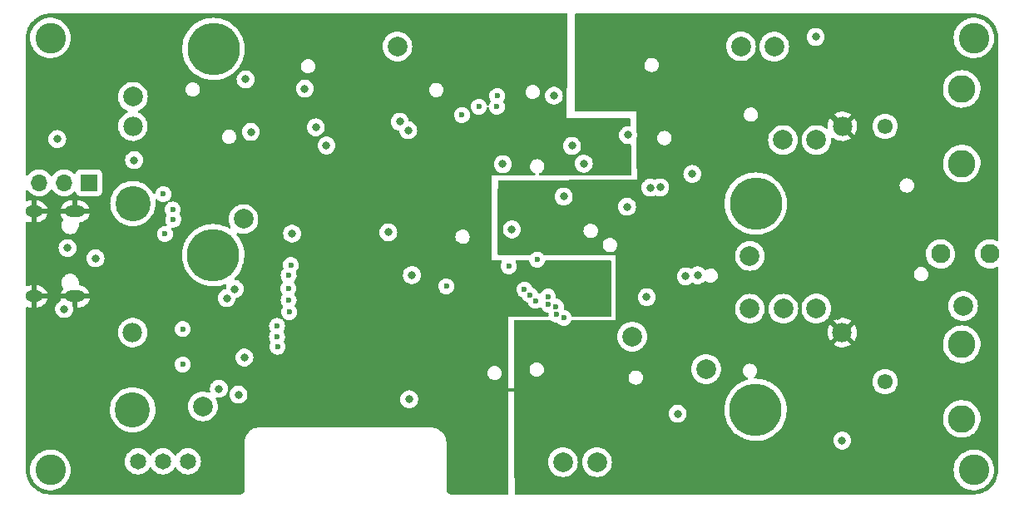
<source format=gbr>
%TF.GenerationSoftware,KiCad,Pcbnew,(6.0.4)*%
%TF.CreationDate,2023-03-24T19:38:28+01:00*%
%TF.ProjectId,test,74657374-2e6b-4696-9361-645f70636258,rev?*%
%TF.SameCoordinates,Original*%
%TF.FileFunction,Copper,L2,Inr*%
%TF.FilePolarity,Positive*%
%FSLAX46Y46*%
G04 Gerber Fmt 4.6, Leading zero omitted, Abs format (unit mm)*
G04 Created by KiCad (PCBNEW (6.0.4)) date 2023-03-24 19:38:28*
%MOMM*%
%LPD*%
G01*
G04 APERTURE LIST*
%TA.AperFunction,ComponentPad*%
%ADD10C,2.000000*%
%TD*%
%TA.AperFunction,ComponentPad*%
%ADD11C,1.650000*%
%TD*%
%TA.AperFunction,ComponentPad*%
%ADD12O,2.000000X1.200000*%
%TD*%
%TA.AperFunction,ComponentPad*%
%ADD13O,1.800000X1.200000*%
%TD*%
%TA.AperFunction,ComponentPad*%
%ADD14C,3.100000*%
%TD*%
%TA.AperFunction,ComponentPad*%
%ADD15R,1.700000X1.700000*%
%TD*%
%TA.AperFunction,ComponentPad*%
%ADD16O,1.700000X1.700000*%
%TD*%
%TA.AperFunction,ComponentPad*%
%ADD17C,2.800000*%
%TD*%
%TA.AperFunction,ComponentPad*%
%ADD18C,1.550000*%
%TD*%
%TA.AperFunction,ComponentPad*%
%ADD19C,1.980000*%
%TD*%
%TA.AperFunction,ComponentPad*%
%ADD20C,5.325000*%
%TD*%
%TA.AperFunction,ComponentPad*%
%ADD21C,3.585000*%
%TD*%
%TA.AperFunction,ComponentPad*%
%ADD22C,1.950000*%
%TD*%
%TA.AperFunction,ViaPad*%
%ADD23C,0.800000*%
%TD*%
%TA.AperFunction,ViaPad*%
%ADD24C,0.600000*%
%TD*%
%TA.AperFunction,Conductor*%
%ADD25C,0.300000*%
%TD*%
G04 APERTURE END LIST*
D10*
%TO.N,SCLK_SPI*%
%TO.C,TP15*%
X62225000Y-33425000D03*
%TD*%
%TO.N,/Power Supply/VBat+*%
%TO.C,TP1*%
X11400000Y-9000000D03*
%TD*%
D11*
%TO.N,Net-(C15-Pad1)*%
%TO.C,SW3*%
X16990000Y-46125000D03*
%TO.N,/Power Supply/VBat+*%
X14450000Y-46125000D03*
%TO.N,unconnected-(SW3-Pad3)*%
X11910000Y-46125000D03*
%TD*%
D10*
%TO.N,+3V3*%
%TO.C,TP2*%
X38330000Y-3880000D03*
%TD*%
D12*
%TO.N,GND*%
%TO.C,U1*%
X5515748Y-20673863D03*
X5515748Y-29324105D03*
D13*
X1315850Y-29324105D03*
X1315850Y-20673863D03*
%TD*%
D10*
%TO.N,Offset_CH2*%
%TO.C,TP10*%
X74200000Y-30570000D03*
%TD*%
%TO.N,Net-(IC6-Pad2)*%
%TO.C,TP5*%
X80975000Y-13400000D03*
%TD*%
D14*
%TO.N,N/C*%
%TO.C,H4*%
X97000000Y-47000000D03*
%TD*%
D10*
%TO.N,Analog_Out_CH1*%
%TO.C,TP7*%
X77575000Y-13400000D03*
%TD*%
%TO.N,SDA*%
%TO.C,TP13*%
X55175000Y-46200000D03*
%TD*%
D14*
%TO.N,N/C*%
%TO.C,H1*%
X3000000Y-3000000D03*
%TD*%
D10*
%TO.N,SCL_I2C*%
%TO.C,TP12*%
X58650000Y-46200000D03*
%TD*%
D14*
%TO.N,N/C*%
%TO.C,H2*%
X97000000Y-3000000D03*
%TD*%
D10*
%TO.N,Net-(IC7-Pad2)*%
%TO.C,TP6*%
X80970000Y-30560000D03*
%TD*%
%TO.N,Analog_Out_CH2*%
%TO.C,TP8*%
X77610000Y-30570000D03*
%TD*%
%TO.N,Net-(C32-Pad1)*%
%TO.C,TP11*%
X74200000Y-25200000D03*
%TD*%
%TO.N,RX*%
%TO.C,TP17*%
X22650000Y-21450000D03*
%TD*%
%TO.N,TX*%
%TO.C,TP16*%
X18525000Y-40525000D03*
%TD*%
%TO.N,Offset_CH1*%
%TO.C,TP9*%
X76680000Y-3890000D03*
%TD*%
%TO.N,+3.3VA*%
%TO.C,TP3*%
X73300000Y-3850000D03*
%TD*%
D14*
%TO.N,N/C*%
%TO.C,H3*%
X3000000Y-47000000D03*
%TD*%
D10*
%TO.N,GNDREF*%
%TO.C,TP4*%
X95900000Y-30300000D03*
%TD*%
%TO.N,MOSI*%
%TO.C,TP14*%
X69750000Y-36725000D03*
%TD*%
D15*
%TO.N,Net-(C17-Pad1)*%
%TO.C,JP1*%
X6925000Y-17750000D03*
D16*
%TO.N,Net-(C19-Pad1)*%
X4385000Y-17750000D03*
%TO.N,+5V*%
X1845000Y-17750000D03*
%TD*%
D17*
%TO.N,GNDREF*%
%TO.C,J3*%
X95762500Y-8200000D03*
X95762500Y-15800000D03*
D18*
%TO.N,Net-(C24-Pad2)*%
X87962500Y-12000000D03*
%TD*%
D17*
%TO.N,GNDREF*%
%TO.C,J4*%
X95762500Y-34200000D03*
X95762500Y-41800000D03*
D18*
%TO.N,Net-(C25-Pad2)*%
X87962500Y-38000000D03*
%TD*%
D19*
%TO.N,/Power Supply/VBat+*%
%TO.C,U5*%
X11380000Y-33000000D03*
%TO.N,GND*%
X83600000Y-33000000D03*
D20*
%TO.N,unconnected-(U5-PadMH1)*%
X74780000Y-40870000D03*
D21*
%TO.N,unconnected-(U5-PadMH2)*%
X11380000Y-40870000D03*
D20*
%TO.N,unconnected-(U5-PadMH3)*%
X19580000Y-25130000D03*
%TD*%
D19*
%TO.N,/Power Supply/VBat+*%
%TO.C,U4*%
X11400000Y-12000000D03*
%TO.N,GND*%
X83620000Y-12000000D03*
D20*
%TO.N,unconnected-(U4-PadMH1)*%
X74800000Y-19870000D03*
D21*
%TO.N,unconnected-(U4-PadMH2)*%
X11400000Y-19870000D03*
D20*
%TO.N,unconnected-(U4-PadMH3)*%
X19600000Y-4130000D03*
%TD*%
D22*
%TO.N,/USB and GPIO Expander/Status_PWM*%
%TO.C,J1*%
X93607000Y-25000000D03*
%TO.N,unconnected-(J1-Pad2)*%
X98607000Y-25000000D03*
%TD*%
D23*
%TO.N,GND*%
X39550000Y-22850000D03*
X47550000Y-42125000D03*
X25400000Y-11900000D03*
X91600000Y-17975000D03*
X89900000Y-26900000D03*
X72100000Y-31345500D03*
X46650000Y-37175000D03*
X61725000Y-15225000D03*
X58650000Y-27250000D03*
X71662283Y-9662283D03*
X53325000Y-2225000D03*
X67085000Y-39385000D03*
X57950000Y-21450000D03*
X1325000Y-25250000D03*
X77800000Y-48300000D03*
X12000000Y-29000000D03*
X7575000Y-20800000D03*
X44400000Y-24150000D03*
X58500000Y-36750000D03*
X59800000Y-1200000D03*
X66300000Y-18600000D03*
X18700000Y-17500000D03*
X11550000Y-23000000D03*
X21250000Y-17700000D03*
X77425000Y-5825000D03*
X52525000Y-38150000D03*
X44050000Y-14700000D03*
X83100000Y-31300000D03*
X27500000Y-18050000D03*
D24*
%TO.N,RX*%
X15450000Y-20475000D03*
D23*
X21772875Y-28572875D03*
D24*
%TO.N,GNDREF*%
X52550000Y-25575000D03*
%TO.N,/CH1_D0*%
X55250000Y-31500000D03*
X26125000Y-34450000D03*
%TO.N,/CH1_D1*%
X54523200Y-31166883D03*
X26075000Y-33450000D03*
%TO.N,/CH1_D2*%
X26075000Y-32325000D03*
X54457513Y-30370084D03*
%TO.N,/CH1_D3*%
X53688796Y-30150360D03*
X27302832Y-30922168D03*
D23*
%TO.N,CS_Gain_CH2*%
X61700000Y-20200000D03*
X63700000Y-29400000D03*
D24*
%TO.N,/CH1_D4*%
X27250000Y-29700000D03*
X53645667Y-29345667D03*
%TO.N,/CH1_D5*%
X27225000Y-28500000D03*
X52385479Y-29750815D03*
%TO.N,/CH1_D6*%
X51815334Y-29190334D03*
X27250000Y-27200000D03*
%TO.N,/CH1_D7*%
X27475000Y-26125000D03*
X51250000Y-28625000D03*
%TO.N,/I2S_CLK*%
X49650000Y-26250000D03*
X43300000Y-28300000D03*
D23*
%TO.N,CH2_AC_Sel*%
X83600000Y-44000000D03*
X57294622Y-15805378D03*
%TO.N,CH1_AC_Sel*%
X80900000Y-2900000D03*
X61800000Y-12900000D03*
%TO.N,Trigger_CH2*%
X68875000Y-27175000D03*
X37400000Y-22800000D03*
%TO.N,Trigger_CH1*%
X68339500Y-16850000D03*
X27600500Y-22925000D03*
%TO.N,Net-(C32-Pad1)*%
X67675000Y-27275000D03*
X66850000Y-41275000D03*
%TO.N,SCL_I2C*%
X38575000Y-11525000D03*
D24*
X48450000Y-10000000D03*
D23*
X22150000Y-39325000D03*
D24*
X46612511Y-10000000D03*
D23*
%TO.N,SDA*%
X22749500Y-35550000D03*
X39425000Y-12400000D03*
D24*
X48475000Y-8900000D03*
X44886411Y-10861411D03*
D23*
%TO.N,Analog_Out_CH1*%
X55250000Y-19150000D03*
X65074177Y-18224500D03*
D24*
%TO.N,TX*%
X15500000Y-21500000D03*
D23*
X20950000Y-29500000D03*
%TO.N,Analog_Out_CH2*%
X49975000Y-22500000D03*
X64075000Y-18250000D03*
%TO.N,Net-(C17-Pad1)*%
X30025000Y-12100498D03*
X11525000Y-15450000D03*
X23404306Y-12570694D03*
%TO.N,Net-(C15-Pad1)*%
X31100000Y-13950500D03*
%TO.N,Net-(IC1-Pad6)*%
X4750000Y-24400000D03*
X7600000Y-25448547D03*
%TO.N,ENABLE*%
X20150000Y-38725000D03*
X39525000Y-39800000D03*
%TO.N,Net-(C19-Pad1)*%
X28900000Y-8175000D03*
X54250000Y-8875000D03*
X22875872Y-7225872D03*
%TO.N,IO0*%
X4400000Y-30600000D03*
X3700000Y-13300000D03*
%TO.N,Offset_CH1*%
X49050000Y-15850000D03*
%TO.N,Offset_CH2*%
X39800000Y-27150000D03*
%TO.N,/USB and GPIO Expander/Status_PWM*%
X56100000Y-14000000D03*
D24*
%TO.N,/USB and GPIO Expander/RTS*%
X14500000Y-18900000D03*
X16475000Y-36250000D03*
%TO.N,/USB and GPIO Expander/DTR*%
X16475000Y-32650000D03*
X14675000Y-22975000D03*
%TD*%
D25*
%TO.N,GND*%
X56400489Y-38849511D02*
X48324511Y-38849511D01*
X48324511Y-38849511D02*
X46650000Y-37175000D01*
X58500000Y-36750000D02*
X56400489Y-38849511D01*
%TD*%
%TA.AperFunction,Conductor*%
%TO.N,GND*%
G36*
X55583573Y-528502D02*
G01*
X55630066Y-582158D01*
X55641441Y-636195D01*
X55580909Y-5135769D01*
X55500000Y-11150000D01*
X61926135Y-11150000D01*
X61994256Y-11170002D01*
X62040749Y-11223658D01*
X62052117Y-11273846D01*
X62062294Y-11869211D01*
X62043460Y-11937661D01*
X61990607Y-11985064D01*
X61920516Y-11996368D01*
X61910120Y-11994609D01*
X61901954Y-11992873D01*
X61901939Y-11992871D01*
X61895487Y-11991500D01*
X61704513Y-11991500D01*
X61698061Y-11992872D01*
X61698056Y-11992872D01*
X61611113Y-12011353D01*
X61517712Y-12031206D01*
X61511682Y-12033891D01*
X61511681Y-12033891D01*
X61349278Y-12106197D01*
X61349276Y-12106198D01*
X61343248Y-12108882D01*
X61188747Y-12221134D01*
X61184326Y-12226044D01*
X61184325Y-12226045D01*
X61100806Y-12318803D01*
X61060960Y-12363056D01*
X61020289Y-12433500D01*
X61001659Y-12465769D01*
X60965473Y-12528444D01*
X60906458Y-12710072D01*
X60905768Y-12716633D01*
X60905768Y-12716635D01*
X60903324Y-12739888D01*
X60886496Y-12900000D01*
X60887186Y-12906565D01*
X60905450Y-13080334D01*
X60906458Y-13089928D01*
X60965473Y-13271556D01*
X60968776Y-13277278D01*
X60968777Y-13277279D01*
X60986803Y-13308500D01*
X61060960Y-13436944D01*
X61065378Y-13441851D01*
X61065379Y-13441852D01*
X61108667Y-13489928D01*
X61188747Y-13578866D01*
X61343248Y-13691118D01*
X61349276Y-13693802D01*
X61349278Y-13693803D01*
X61499245Y-13760572D01*
X61517712Y-13768794D01*
X61584306Y-13782949D01*
X61698056Y-13807128D01*
X61698061Y-13807128D01*
X61704513Y-13808500D01*
X61895487Y-13808500D01*
X61901939Y-13807128D01*
X61901944Y-13807128D01*
X61945154Y-13797943D01*
X62015945Y-13803345D01*
X62072578Y-13846162D01*
X62097333Y-13919036D01*
X62147809Y-16871846D01*
X62128974Y-16940299D01*
X62076121Y-16987702D01*
X62021827Y-17000000D01*
X52856283Y-17000000D01*
X52788162Y-16979998D01*
X52741669Y-16926342D01*
X52731565Y-16856068D01*
X52761059Y-16791488D01*
X52817347Y-16754167D01*
X52846152Y-16744808D01*
X52846155Y-16744807D01*
X52852851Y-16742631D01*
X52875107Y-16729364D01*
X52987186Y-16662552D01*
X52987188Y-16662551D01*
X52993238Y-16658944D01*
X53111595Y-16546234D01*
X53202040Y-16410103D01*
X53237745Y-16316109D01*
X53257578Y-16263900D01*
X53257579Y-16263895D01*
X53260078Y-16257317D01*
X53263340Y-16234108D01*
X53282273Y-16099393D01*
X53282273Y-16099388D01*
X53282824Y-16095470D01*
X53283110Y-16075000D01*
X53264892Y-15912581D01*
X53227559Y-15805378D01*
X56381118Y-15805378D01*
X56381808Y-15811943D01*
X56392073Y-15909605D01*
X56401080Y-15995306D01*
X56460095Y-16176934D01*
X56555582Y-16342322D01*
X56560000Y-16347229D01*
X56560001Y-16347230D01*
X56649144Y-16446233D01*
X56683369Y-16484244D01*
X56837870Y-16596496D01*
X56843898Y-16599180D01*
X56843900Y-16599181D01*
X56978131Y-16658944D01*
X57012334Y-16674172D01*
X57105734Y-16694025D01*
X57192678Y-16712506D01*
X57192683Y-16712506D01*
X57199135Y-16713878D01*
X57390109Y-16713878D01*
X57396561Y-16712506D01*
X57396566Y-16712506D01*
X57483510Y-16694025D01*
X57576910Y-16674172D01*
X57611113Y-16658944D01*
X57745344Y-16599181D01*
X57745346Y-16599180D01*
X57751374Y-16596496D01*
X57905875Y-16484244D01*
X57940100Y-16446233D01*
X58029243Y-16347230D01*
X58029244Y-16347229D01*
X58033662Y-16342322D01*
X58129149Y-16176934D01*
X58188164Y-15995306D01*
X58197172Y-15909605D01*
X58207436Y-15811943D01*
X58208126Y-15805378D01*
X58188164Y-15615450D01*
X58129149Y-15433822D01*
X58033662Y-15268434D01*
X57905875Y-15126512D01*
X57751374Y-15014260D01*
X57745346Y-15011576D01*
X57745344Y-15011575D01*
X57582941Y-14939269D01*
X57582940Y-14939269D01*
X57576910Y-14936584D01*
X57483510Y-14916731D01*
X57396566Y-14898250D01*
X57396561Y-14898250D01*
X57390109Y-14896878D01*
X57199135Y-14896878D01*
X57192683Y-14898250D01*
X57192678Y-14898250D01*
X57105734Y-14916731D01*
X57012334Y-14936584D01*
X57006304Y-14939269D01*
X57006303Y-14939269D01*
X56843900Y-15011575D01*
X56843898Y-15011576D01*
X56837870Y-15014260D01*
X56683369Y-15126512D01*
X56555582Y-15268434D01*
X56460095Y-15433822D01*
X56401080Y-15615450D01*
X56381118Y-15805378D01*
X53227559Y-15805378D01*
X53211142Y-15758234D01*
X53141140Y-15646206D01*
X53128266Y-15625602D01*
X53128264Y-15625600D01*
X53124534Y-15619630D01*
X53119572Y-15614633D01*
X53014333Y-15508657D01*
X53014329Y-15508654D01*
X53009370Y-15503660D01*
X52993536Y-15493611D01*
X52924815Y-15450000D01*
X52871374Y-15416085D01*
X52846835Y-15407347D01*
X52724041Y-15363622D01*
X52724036Y-15363621D01*
X52717406Y-15361260D01*
X52710418Y-15360427D01*
X52710415Y-15360426D01*
X52599476Y-15347197D01*
X52555118Y-15341908D01*
X52548115Y-15342644D01*
X52548114Y-15342644D01*
X52399575Y-15358256D01*
X52399573Y-15358257D01*
X52392575Y-15358992D01*
X52311273Y-15386669D01*
X52244527Y-15409391D01*
X52244524Y-15409392D01*
X52237857Y-15411662D01*
X52098652Y-15497301D01*
X51981880Y-15611653D01*
X51893345Y-15749034D01*
X51890936Y-15755654D01*
X51890935Y-15755655D01*
X51875227Y-15798813D01*
X51837446Y-15902615D01*
X51816961Y-16064764D01*
X51832910Y-16227422D01*
X51835134Y-16234107D01*
X51835134Y-16234108D01*
X51858704Y-16304963D01*
X51884499Y-16382505D01*
X51888148Y-16388530D01*
X51961191Y-16509137D01*
X51969165Y-16522304D01*
X51974056Y-16527369D01*
X51974057Y-16527370D01*
X51983105Y-16536739D01*
X52082698Y-16639871D01*
X52088590Y-16643726D01*
X52088594Y-16643730D01*
X52172553Y-16698671D01*
X52219457Y-16729364D01*
X52283151Y-16753051D01*
X52290817Y-16755902D01*
X52347694Y-16798394D01*
X52372568Y-16864891D01*
X52357543Y-16934279D01*
X52307389Y-16984530D01*
X52246898Y-17000000D01*
X49208131Y-17000000D01*
X49140010Y-16979998D01*
X49093517Y-16926342D01*
X49083413Y-16856068D01*
X49112907Y-16791488D01*
X49172633Y-16753104D01*
X49181934Y-16750753D01*
X49220144Y-16742631D01*
X49332288Y-16718794D01*
X49343330Y-16713878D01*
X49500722Y-16643803D01*
X49500724Y-16643802D01*
X49506752Y-16641118D01*
X49661253Y-16528866D01*
X49665675Y-16523955D01*
X49784621Y-16391852D01*
X49784622Y-16391851D01*
X49789040Y-16386944D01*
X49884527Y-16221556D01*
X49943542Y-16039928D01*
X49957626Y-15905931D01*
X49962814Y-15856565D01*
X49963504Y-15850000D01*
X49958124Y-15798813D01*
X49944232Y-15666635D01*
X49944232Y-15666633D01*
X49943542Y-15660072D01*
X49884527Y-15478444D01*
X49789040Y-15313056D01*
X49747243Y-15266635D01*
X49665675Y-15176045D01*
X49665674Y-15176044D01*
X49661253Y-15171134D01*
X49506752Y-15058882D01*
X49500724Y-15056198D01*
X49500722Y-15056197D01*
X49338319Y-14983891D01*
X49338318Y-14983891D01*
X49332288Y-14981206D01*
X49238887Y-14961353D01*
X49151944Y-14942872D01*
X49151939Y-14942872D01*
X49145487Y-14941500D01*
X48954513Y-14941500D01*
X48948061Y-14942872D01*
X48948056Y-14942872D01*
X48861113Y-14961353D01*
X48767712Y-14981206D01*
X48761682Y-14983891D01*
X48761681Y-14983891D01*
X48599278Y-15056197D01*
X48599276Y-15056198D01*
X48593248Y-15058882D01*
X48438747Y-15171134D01*
X48434326Y-15176044D01*
X48434325Y-15176045D01*
X48352758Y-15266635D01*
X48310960Y-15313056D01*
X48215473Y-15478444D01*
X48156458Y-15660072D01*
X48155768Y-15666633D01*
X48155768Y-15666635D01*
X48141876Y-15798813D01*
X48136496Y-15850000D01*
X48137186Y-15856565D01*
X48142375Y-15905931D01*
X48156458Y-16039928D01*
X48215473Y-16221556D01*
X48310960Y-16386944D01*
X48315378Y-16391851D01*
X48315379Y-16391852D01*
X48434325Y-16523955D01*
X48438747Y-16528866D01*
X48593248Y-16641118D01*
X48599276Y-16643802D01*
X48599278Y-16643803D01*
X48756670Y-16713878D01*
X48767712Y-16718794D01*
X48879856Y-16742631D01*
X48918066Y-16750753D01*
X48980540Y-16784482D01*
X49014861Y-16846631D01*
X49010133Y-16917470D01*
X48967857Y-16974508D01*
X48901456Y-16999635D01*
X48891869Y-17000000D01*
X47950000Y-17000000D01*
X47950000Y-25650000D01*
X48843669Y-25650000D01*
X48911790Y-25670002D01*
X48958283Y-25723658D01*
X48968387Y-25793932D01*
X48949582Y-25844251D01*
X48921235Y-25888238D01*
X48918826Y-25894858D01*
X48918824Y-25894861D01*
X48884051Y-25990399D01*
X48859197Y-26058685D01*
X48836463Y-26238640D01*
X48854163Y-26419160D01*
X48911418Y-26591273D01*
X48915065Y-26597295D01*
X48915066Y-26597297D01*
X48991682Y-26723805D01*
X49005380Y-26746424D01*
X49010269Y-26751487D01*
X49010270Y-26751488D01*
X49042371Y-26784729D01*
X49131382Y-26876902D01*
X49137278Y-26880760D01*
X49268509Y-26966635D01*
X49283159Y-26976222D01*
X49289763Y-26978678D01*
X49289765Y-26978679D01*
X49446558Y-27036990D01*
X49446560Y-27036990D01*
X49453168Y-27039448D01*
X49536995Y-27050633D01*
X49625980Y-27062507D01*
X49625984Y-27062507D01*
X49632961Y-27063438D01*
X49639972Y-27062800D01*
X49639976Y-27062800D01*
X49782459Y-27049832D01*
X49813600Y-27046998D01*
X49820302Y-27044820D01*
X49820304Y-27044820D01*
X49979409Y-26993124D01*
X49979412Y-26993123D01*
X49986108Y-26990947D01*
X50141912Y-26898069D01*
X50273266Y-26772982D01*
X50373643Y-26621902D01*
X50423629Y-26490314D01*
X50435555Y-26458920D01*
X50435556Y-26458918D01*
X50438055Y-26452338D01*
X50439035Y-26445366D01*
X50462748Y-26276639D01*
X50462748Y-26276636D01*
X50463299Y-26272717D01*
X50463616Y-26250000D01*
X50443397Y-26069745D01*
X50441080Y-26063091D01*
X50386064Y-25905106D01*
X50386062Y-25905103D01*
X50383745Y-25898448D01*
X50348952Y-25842768D01*
X50329817Y-25774401D01*
X50350682Y-25706539D01*
X50404924Y-25660731D01*
X50455807Y-25650000D01*
X51632919Y-25650000D01*
X51701040Y-25670002D01*
X51747533Y-25723658D01*
X51754104Y-25743558D01*
X51754163Y-25744160D01*
X51811418Y-25916273D01*
X51815065Y-25922295D01*
X51815066Y-25922297D01*
X51853338Y-25985491D01*
X51905380Y-26071424D01*
X52031382Y-26201902D01*
X52037278Y-26205760D01*
X52150475Y-26279834D01*
X52183159Y-26301222D01*
X52189763Y-26303678D01*
X52189765Y-26303679D01*
X52346558Y-26361990D01*
X52346560Y-26361990D01*
X52353168Y-26364448D01*
X52436995Y-26375633D01*
X52525980Y-26387507D01*
X52525984Y-26387507D01*
X52532961Y-26388438D01*
X52539972Y-26387800D01*
X52539976Y-26387800D01*
X52682459Y-26374832D01*
X52713600Y-26371998D01*
X52720302Y-26369820D01*
X52720304Y-26369820D01*
X52879409Y-26318124D01*
X52879412Y-26318123D01*
X52886108Y-26315947D01*
X53014072Y-26239665D01*
X53035860Y-26226677D01*
X53035862Y-26226676D01*
X53041912Y-26223069D01*
X53173266Y-26097982D01*
X53273643Y-25946902D01*
X53321810Y-25820103D01*
X53335555Y-25783920D01*
X53335556Y-25783918D01*
X53338055Y-25777338D01*
X53339034Y-25770369D01*
X53339037Y-25770359D01*
X53340709Y-25758461D01*
X53369998Y-25693788D01*
X53429603Y-25655216D01*
X53465482Y-25650000D01*
X59974000Y-25650000D01*
X60042121Y-25670002D01*
X60088614Y-25723658D01*
X60100000Y-25776000D01*
X60100000Y-31274000D01*
X60079998Y-31342121D01*
X60026342Y-31388614D01*
X59974000Y-31400000D01*
X56160888Y-31400000D01*
X56092767Y-31379998D01*
X56046274Y-31326342D01*
X56041897Y-31315437D01*
X55986064Y-31155106D01*
X55986062Y-31155103D01*
X55983745Y-31148448D01*
X55887626Y-30994624D01*
X55868703Y-30975568D01*
X55764778Y-30870915D01*
X55764774Y-30870912D01*
X55759815Y-30865918D01*
X55606666Y-30768727D01*
X55551019Y-30748912D01*
X55442425Y-30710243D01*
X55442420Y-30710242D01*
X55435790Y-30707881D01*
X55428802Y-30707048D01*
X55428799Y-30707047D01*
X55357742Y-30698574D01*
X55292468Y-30670646D01*
X55252656Y-30611863D01*
X55247887Y-30555925D01*
X55270261Y-30396726D01*
X55270262Y-30396716D01*
X55270812Y-30392801D01*
X55270969Y-30381575D01*
X55271074Y-30374046D01*
X55271074Y-30374041D01*
X55271129Y-30370084D01*
X55250910Y-30189829D01*
X55248593Y-30183175D01*
X55193577Y-30025190D01*
X55193575Y-30025187D01*
X55191258Y-30018532D01*
X55125125Y-29912696D01*
X55098872Y-29870682D01*
X55095139Y-29864708D01*
X55090177Y-29859711D01*
X54972291Y-29740999D01*
X54972287Y-29740996D01*
X54967328Y-29736002D01*
X54952575Y-29726639D01*
X54892697Y-29688640D01*
X54814179Y-29638811D01*
X54784976Y-29628412D01*
X54649938Y-29580327D01*
X54649933Y-29580326D01*
X54643303Y-29577965D01*
X54636317Y-29577132D01*
X54636313Y-29577131D01*
X54591263Y-29571760D01*
X54560796Y-29568127D01*
X54495524Y-29540200D01*
X54455711Y-29481417D01*
X54450942Y-29425477D01*
X54458415Y-29372306D01*
X54458415Y-29372303D01*
X54458966Y-29368384D01*
X54459171Y-29353678D01*
X54459228Y-29349629D01*
X54459228Y-29349624D01*
X54459283Y-29345667D01*
X54439064Y-29165412D01*
X54428379Y-29134729D01*
X54381731Y-29000773D01*
X54381729Y-29000770D01*
X54379412Y-28994115D01*
X54283293Y-28840291D01*
X54269146Y-28826045D01*
X54160445Y-28716582D01*
X54160441Y-28716579D01*
X54155482Y-28711585D01*
X54144364Y-28704529D01*
X54054180Y-28647297D01*
X54002333Y-28614394D01*
X53973130Y-28603995D01*
X53838092Y-28555910D01*
X53838087Y-28555909D01*
X53831457Y-28553548D01*
X53824469Y-28552715D01*
X53824466Y-28552714D01*
X53701365Y-28538035D01*
X53651347Y-28532071D01*
X53644344Y-28532807D01*
X53644343Y-28532807D01*
X53477955Y-28550295D01*
X53477953Y-28550296D01*
X53470955Y-28551031D01*
X53299246Y-28609485D01*
X53263939Y-28631206D01*
X53150762Y-28700833D01*
X53150759Y-28700835D01*
X53144755Y-28704529D01*
X53139720Y-28709460D01*
X53139717Y-28709462D01*
X53045744Y-28801488D01*
X53015160Y-28831438D01*
X52917653Y-28982739D01*
X52863942Y-29029161D01*
X52793656Y-29039176D01*
X52755152Y-29024911D01*
X52754423Y-29026405D01*
X52748099Y-29023321D01*
X52742145Y-29019542D01*
X52650479Y-28986901D01*
X52593015Y-28945207D01*
X52573755Y-28909640D01*
X52558709Y-28866436D01*
X52549079Y-28838782D01*
X52467239Y-28707810D01*
X52456693Y-28690932D01*
X52452960Y-28684958D01*
X52445825Y-28677773D01*
X52330112Y-28561249D01*
X52330108Y-28561246D01*
X52325149Y-28556252D01*
X52315763Y-28550295D01*
X52240194Y-28502338D01*
X52172000Y-28459061D01*
X52087752Y-28429062D01*
X52030291Y-28387370D01*
X52011033Y-28351809D01*
X51983745Y-28273448D01*
X51947955Y-28216171D01*
X51891359Y-28125598D01*
X51887626Y-28119624D01*
X51882664Y-28114627D01*
X51764778Y-27995915D01*
X51764774Y-27995912D01*
X51759815Y-27990918D01*
X51748697Y-27983862D01*
X51692893Y-27948448D01*
X51606666Y-27893727D01*
X51577282Y-27883264D01*
X51442425Y-27835243D01*
X51442420Y-27835242D01*
X51435790Y-27832881D01*
X51428802Y-27832048D01*
X51428799Y-27832047D01*
X51305698Y-27817368D01*
X51255680Y-27811404D01*
X51248677Y-27812140D01*
X51248676Y-27812140D01*
X51082288Y-27829628D01*
X51082286Y-27829629D01*
X51075288Y-27830364D01*
X50903579Y-27888818D01*
X50889457Y-27897506D01*
X50755095Y-27980166D01*
X50755092Y-27980168D01*
X50749088Y-27983862D01*
X50744053Y-27988793D01*
X50744050Y-27988795D01*
X50624525Y-28105843D01*
X50619493Y-28110771D01*
X50521235Y-28263238D01*
X50518826Y-28269858D01*
X50518824Y-28269861D01*
X50479949Y-28376669D01*
X50459197Y-28433685D01*
X50436463Y-28613640D01*
X50454163Y-28794160D01*
X50511418Y-28966273D01*
X50515065Y-28972295D01*
X50515066Y-28972297D01*
X50600544Y-29113438D01*
X50605380Y-29121424D01*
X50610269Y-29126487D01*
X50610270Y-29126488D01*
X50641433Y-29158758D01*
X50731382Y-29251902D01*
X50883159Y-29351222D01*
X50979024Y-29386874D01*
X51035899Y-29429366D01*
X51054660Y-29465198D01*
X51076752Y-29531607D01*
X51080399Y-29537629D01*
X51080400Y-29537631D01*
X51141677Y-29638811D01*
X51170714Y-29686758D01*
X51175603Y-29691821D01*
X51175604Y-29691822D01*
X51187328Y-29703962D01*
X51296716Y-29817236D01*
X51448493Y-29916556D01*
X51455097Y-29919012D01*
X51455099Y-29919013D01*
X51551689Y-29954934D01*
X51608566Y-29997426D01*
X51627326Y-30033255D01*
X51646897Y-30092088D01*
X51650544Y-30098110D01*
X51650545Y-30098112D01*
X51733283Y-30234729D01*
X51740859Y-30247239D01*
X51745748Y-30252302D01*
X51745749Y-30252303D01*
X51777456Y-30285136D01*
X51866861Y-30377717D01*
X51916305Y-30410072D01*
X51958921Y-30437959D01*
X52018638Y-30477037D01*
X52025242Y-30479493D01*
X52025244Y-30479494D01*
X52182037Y-30537805D01*
X52182039Y-30537805D01*
X52188647Y-30540263D01*
X52272474Y-30551448D01*
X52361459Y-30563322D01*
X52361463Y-30563322D01*
X52368440Y-30564253D01*
X52375451Y-30563615D01*
X52375455Y-30563615D01*
X52517938Y-30550647D01*
X52549079Y-30547813D01*
X52555781Y-30545635D01*
X52555783Y-30545635D01*
X52714888Y-30493939D01*
X52714891Y-30493938D01*
X52721587Y-30491762D01*
X52742167Y-30479494D01*
X52782151Y-30455659D01*
X52850906Y-30437959D01*
X52918316Y-30460241D01*
X52954443Y-30498616D01*
X53044176Y-30646784D01*
X53170178Y-30777262D01*
X53246066Y-30826922D01*
X53305659Y-30865918D01*
X53321955Y-30876582D01*
X53328559Y-30879038D01*
X53328561Y-30879039D01*
X53485354Y-30937350D01*
X53485356Y-30937350D01*
X53491964Y-30939808D01*
X53559407Y-30948807D01*
X53608831Y-30955402D01*
X53673708Y-30984238D01*
X53712696Y-31043572D01*
X53717172Y-31096086D01*
X53709663Y-31155523D01*
X53710351Y-31162536D01*
X53720074Y-31261705D01*
X53706814Y-31331452D01*
X53657952Y-31382959D01*
X53594675Y-31400000D01*
X49600000Y-31400000D01*
X49600000Y-49365500D01*
X49579998Y-49433621D01*
X49526342Y-49480114D01*
X49474000Y-49491500D01*
X43849367Y-49491500D01*
X43829982Y-49490000D01*
X43815148Y-49487690D01*
X43815145Y-49487690D01*
X43806276Y-49486309D01*
X43797374Y-49487473D01*
X43797250Y-49487489D01*
X43766808Y-49487760D01*
X43746130Y-49485430D01*
X43704736Y-49480766D01*
X43677229Y-49474487D01*
X43600147Y-49447515D01*
X43574726Y-49435273D01*
X43505574Y-49391822D01*
X43483515Y-49374230D01*
X43425770Y-49316485D01*
X43408178Y-49294426D01*
X43364727Y-49225274D01*
X43352485Y-49199853D01*
X43325513Y-49122772D01*
X43319234Y-49095266D01*
X43318826Y-49091644D01*
X43313170Y-49041447D01*
X43312888Y-49016640D01*
X43313576Y-49012552D01*
X43313729Y-49000000D01*
X43309773Y-48972376D01*
X43308500Y-48954514D01*
X43308500Y-44253250D01*
X43310246Y-44232345D01*
X43312770Y-44217344D01*
X43312770Y-44217341D01*
X43313576Y-44212552D01*
X43313729Y-44200000D01*
X43311611Y-44185210D01*
X43310662Y-44176357D01*
X43297280Y-43989258D01*
X43296959Y-43984770D01*
X43260187Y-43815730D01*
X43252049Y-43778318D01*
X43252047Y-43778311D01*
X43251092Y-43773921D01*
X43228628Y-43713691D01*
X43177258Y-43575964D01*
X43175685Y-43571746D01*
X43072272Y-43382360D01*
X42942960Y-43209619D01*
X42790381Y-43057040D01*
X42617640Y-42927728D01*
X42428254Y-42824315D01*
X42290150Y-42772805D01*
X42230297Y-42750481D01*
X42230294Y-42750480D01*
X42226079Y-42748908D01*
X42221689Y-42747953D01*
X42221682Y-42747951D01*
X42051169Y-42710859D01*
X42015230Y-42703041D01*
X41840465Y-42690541D01*
X41828554Y-42689116D01*
X41817352Y-42687231D01*
X41817345Y-42687230D01*
X41812552Y-42686424D01*
X41806276Y-42686347D01*
X41804860Y-42686330D01*
X41804857Y-42686330D01*
X41800000Y-42686271D01*
X41780134Y-42689116D01*
X41772376Y-42690227D01*
X41754514Y-42691500D01*
X24381388Y-42691500D01*
X24365950Y-42690551D01*
X24365637Y-42690512D01*
X24356732Y-42689413D01*
X24349355Y-42689646D01*
X24347327Y-42689710D01*
X24339303Y-42689708D01*
X24253795Y-42686961D01*
X24134178Y-42683118D01*
X24067451Y-42691500D01*
X23918247Y-42710242D01*
X23918241Y-42710243D01*
X23913339Y-42710859D01*
X23908587Y-42712236D01*
X23704317Y-42771426D01*
X23704314Y-42771427D01*
X23699559Y-42772805D01*
X23547198Y-42844371D01*
X23503905Y-42864706D01*
X23498101Y-42867432D01*
X23409244Y-42927728D01*
X23318022Y-42989628D01*
X23318017Y-42989632D01*
X23313926Y-42992408D01*
X23151570Y-43144657D01*
X23015029Y-43320429D01*
X22907666Y-43515397D01*
X22905986Y-43520052D01*
X22905986Y-43520053D01*
X22837503Y-43709856D01*
X22832125Y-43724760D01*
X22831194Y-43729621D01*
X22831192Y-43729629D01*
X22797241Y-43906924D01*
X22794678Y-43917717D01*
X22790951Y-43930810D01*
X22789413Y-43943268D01*
X22790724Y-43984770D01*
X22791437Y-44007326D01*
X22791500Y-44011305D01*
X22791500Y-48950633D01*
X22790000Y-48970018D01*
X22786309Y-48993724D01*
X22787473Y-49002626D01*
X22787489Y-49002750D01*
X22787760Y-49033192D01*
X22786344Y-49045762D01*
X22780766Y-49095264D01*
X22774487Y-49122771D01*
X22747515Y-49199853D01*
X22735273Y-49225274D01*
X22691822Y-49294426D01*
X22674230Y-49316485D01*
X22616485Y-49374230D01*
X22594426Y-49391822D01*
X22525274Y-49435273D01*
X22499853Y-49447515D01*
X22422772Y-49474487D01*
X22395264Y-49480766D01*
X22339774Y-49487018D01*
X22324132Y-49486923D01*
X22324121Y-49487800D01*
X22315149Y-49487690D01*
X22306276Y-49486309D01*
X22297374Y-49487473D01*
X22297372Y-49487473D01*
X22286385Y-49488910D01*
X22274714Y-49490436D01*
X22258379Y-49491500D01*
X3049367Y-49491500D01*
X3029982Y-49490000D01*
X3015149Y-49487690D01*
X3015145Y-49487690D01*
X3006276Y-49486309D01*
X2989077Y-49488558D01*
X2965137Y-49489391D01*
X2707290Y-49473794D01*
X2692186Y-49471960D01*
X2620214Y-49458771D01*
X2411240Y-49420475D01*
X2396473Y-49416836D01*
X2123769Y-49331858D01*
X2109555Y-49326466D01*
X1849092Y-49209242D01*
X1835621Y-49202172D01*
X1591187Y-49054405D01*
X1578666Y-49045762D01*
X1353829Y-48869615D01*
X1342440Y-48859525D01*
X1140475Y-48657560D01*
X1130385Y-48646171D01*
X954238Y-48421334D01*
X945595Y-48408813D01*
X797828Y-48164379D01*
X790757Y-48150906D01*
X768660Y-48101809D01*
X673534Y-47890445D01*
X668141Y-47876227D01*
X663924Y-47862692D01*
X583164Y-47603526D01*
X579523Y-47588754D01*
X552861Y-47443258D01*
X528040Y-47307814D01*
X526206Y-47292710D01*
X511269Y-47045768D01*
X512520Y-47022216D01*
X512334Y-47022199D01*
X512769Y-47017350D01*
X513576Y-47012552D01*
X513729Y-47000000D01*
X510635Y-46978393D01*
X936803Y-46978393D01*
X952960Y-47258601D01*
X953785Y-47262806D01*
X953786Y-47262814D01*
X961144Y-47300317D01*
X1006996Y-47534024D01*
X1008383Y-47538074D01*
X1008384Y-47538079D01*
X1096522Y-47795509D01*
X1097911Y-47799565D01*
X1224022Y-48050310D01*
X1226448Y-48053839D01*
X1226451Y-48053845D01*
X1293160Y-48150906D01*
X1382997Y-48281620D01*
X1571894Y-48489215D01*
X1575183Y-48491965D01*
X1783925Y-48666501D01*
X1783930Y-48666505D01*
X1787217Y-48669253D01*
X1842424Y-48703884D01*
X2021341Y-48816119D01*
X2021345Y-48816121D01*
X2024981Y-48818402D01*
X2280788Y-48933903D01*
X2284907Y-48935123D01*
X2545790Y-49012401D01*
X2545795Y-49012402D01*
X2549903Y-49013619D01*
X2554137Y-49014267D01*
X2554142Y-49014268D01*
X2731785Y-49041451D01*
X2827347Y-49056074D01*
X2970292Y-49058319D01*
X3103694Y-49060415D01*
X3103700Y-49060415D01*
X3107985Y-49060482D01*
X3386626Y-49026763D01*
X3658112Y-48955540D01*
X3662072Y-48953900D01*
X3662077Y-48953898D01*
X3865553Y-48869615D01*
X3917420Y-48848131D01*
X3968296Y-48818402D01*
X4156054Y-48708685D01*
X4156055Y-48708685D01*
X4159752Y-48706524D01*
X4380624Y-48533338D01*
X4575948Y-48331779D01*
X4578481Y-48328331D01*
X4578485Y-48328326D01*
X4739572Y-48109032D01*
X4742110Y-48105577D01*
X4876036Y-47858916D01*
X4931111Y-47713165D01*
X4973729Y-47600380D01*
X4973730Y-47600376D01*
X4975247Y-47596362D01*
X5010312Y-47443258D01*
X5036949Y-47326957D01*
X5036950Y-47326953D01*
X5037907Y-47322773D01*
X5041627Y-47281099D01*
X5062637Y-47045677D01*
X5062637Y-47045675D01*
X5062857Y-47043211D01*
X5063310Y-47000000D01*
X5060821Y-46963487D01*
X5044512Y-46724254D01*
X5044511Y-46724248D01*
X5044220Y-46719977D01*
X5038923Y-46694396D01*
X4988172Y-46449332D01*
X4987303Y-46445135D01*
X4893612Y-46180561D01*
X4883401Y-46160776D01*
X4864936Y-46125000D01*
X10571406Y-46125000D01*
X10591742Y-46357444D01*
X10593166Y-46362757D01*
X10593166Y-46362759D01*
X10612982Y-46436711D01*
X10652133Y-46582826D01*
X10654455Y-46587806D01*
X10654456Y-46587808D01*
X10748418Y-46789310D01*
X10748421Y-46789315D01*
X10750744Y-46794297D01*
X10753898Y-46798801D01*
X10753901Y-46798806D01*
X10867041Y-46960386D01*
X10884578Y-46985432D01*
X11049568Y-47150422D01*
X11054076Y-47153579D01*
X11054079Y-47153581D01*
X11220299Y-47269969D01*
X11240703Y-47284256D01*
X11245685Y-47286579D01*
X11245690Y-47286582D01*
X11369484Y-47344308D01*
X11452174Y-47382867D01*
X11457482Y-47384289D01*
X11457484Y-47384290D01*
X11672241Y-47441834D01*
X11672243Y-47441834D01*
X11677556Y-47443258D01*
X11910000Y-47463594D01*
X12142444Y-47443258D01*
X12147757Y-47441834D01*
X12147759Y-47441834D01*
X12362516Y-47384290D01*
X12362518Y-47384289D01*
X12367826Y-47382867D01*
X12450516Y-47344308D01*
X12574310Y-47286582D01*
X12574315Y-47286579D01*
X12579297Y-47284256D01*
X12599701Y-47269969D01*
X12765921Y-47153581D01*
X12765924Y-47153579D01*
X12770432Y-47150422D01*
X12935422Y-46985432D01*
X12952960Y-46960386D01*
X13012207Y-46875772D01*
X13069256Y-46794297D01*
X13071123Y-46790293D01*
X13122264Y-46741531D01*
X13191977Y-46728095D01*
X13257888Y-46754482D01*
X13288828Y-46790188D01*
X13290744Y-46794297D01*
X13347793Y-46875772D01*
X13407041Y-46960386D01*
X13424578Y-46985432D01*
X13589568Y-47150422D01*
X13594076Y-47153579D01*
X13594079Y-47153581D01*
X13760299Y-47269969D01*
X13780703Y-47284256D01*
X13785685Y-47286579D01*
X13785690Y-47286582D01*
X13909484Y-47344308D01*
X13992174Y-47382867D01*
X13997482Y-47384289D01*
X13997484Y-47384290D01*
X14212241Y-47441834D01*
X14212243Y-47441834D01*
X14217556Y-47443258D01*
X14450000Y-47463594D01*
X14682444Y-47443258D01*
X14687757Y-47441834D01*
X14687759Y-47441834D01*
X14902516Y-47384290D01*
X14902518Y-47384289D01*
X14907826Y-47382867D01*
X14990516Y-47344308D01*
X15114310Y-47286582D01*
X15114315Y-47286579D01*
X15119297Y-47284256D01*
X15139701Y-47269969D01*
X15305921Y-47153581D01*
X15305924Y-47153579D01*
X15310432Y-47150422D01*
X15475422Y-46985432D01*
X15492960Y-46960386D01*
X15552207Y-46875772D01*
X15609256Y-46794297D01*
X15611123Y-46790293D01*
X15662264Y-46741531D01*
X15731977Y-46728095D01*
X15797888Y-46754482D01*
X15828828Y-46790188D01*
X15830744Y-46794297D01*
X15887793Y-46875772D01*
X15947041Y-46960386D01*
X15964578Y-46985432D01*
X16129568Y-47150422D01*
X16134076Y-47153579D01*
X16134079Y-47153581D01*
X16300299Y-47269969D01*
X16320703Y-47284256D01*
X16325685Y-47286579D01*
X16325690Y-47286582D01*
X16449484Y-47344308D01*
X16532174Y-47382867D01*
X16537482Y-47384289D01*
X16537484Y-47384290D01*
X16752241Y-47441834D01*
X16752243Y-47441834D01*
X16757556Y-47443258D01*
X16990000Y-47463594D01*
X17222444Y-47443258D01*
X17227757Y-47441834D01*
X17227759Y-47441834D01*
X17442516Y-47384290D01*
X17442518Y-47384289D01*
X17447826Y-47382867D01*
X17530516Y-47344308D01*
X17654310Y-47286582D01*
X17654315Y-47286579D01*
X17659297Y-47284256D01*
X17679701Y-47269969D01*
X17845921Y-47153581D01*
X17845924Y-47153579D01*
X17850432Y-47150422D01*
X18015422Y-46985432D01*
X18032960Y-46960386D01*
X18146099Y-46798806D01*
X18146102Y-46798801D01*
X18149256Y-46794297D01*
X18151579Y-46789315D01*
X18151582Y-46789310D01*
X18245544Y-46587808D01*
X18245545Y-46587806D01*
X18247867Y-46582826D01*
X18287019Y-46436711D01*
X18306834Y-46362759D01*
X18306834Y-46362757D01*
X18308258Y-46357444D01*
X18328594Y-46125000D01*
X18308258Y-45892556D01*
X18260000Y-45712455D01*
X18249290Y-45672484D01*
X18249289Y-45672482D01*
X18247867Y-45667174D01*
X18180127Y-45521905D01*
X18151582Y-45460690D01*
X18151579Y-45460685D01*
X18149256Y-45455703D01*
X18047643Y-45310584D01*
X18018581Y-45269079D01*
X18018579Y-45269076D01*
X18015422Y-45264568D01*
X17850432Y-45099578D01*
X17845924Y-45096421D01*
X17845921Y-45096419D01*
X17663806Y-44968901D01*
X17663804Y-44968900D01*
X17659297Y-44965744D01*
X17654315Y-44963421D01*
X17654310Y-44963418D01*
X17452808Y-44869456D01*
X17452806Y-44869455D01*
X17447826Y-44867133D01*
X17442518Y-44865711D01*
X17442516Y-44865710D01*
X17227759Y-44808166D01*
X17227757Y-44808166D01*
X17222444Y-44806742D01*
X16990000Y-44786406D01*
X16757556Y-44806742D01*
X16752243Y-44808166D01*
X16752241Y-44808166D01*
X16537484Y-44865710D01*
X16537482Y-44865711D01*
X16532174Y-44867133D01*
X16527194Y-44869455D01*
X16527192Y-44869456D01*
X16325690Y-44963418D01*
X16325685Y-44963421D01*
X16320703Y-44965744D01*
X16316196Y-44968900D01*
X16316194Y-44968901D01*
X16134079Y-45096419D01*
X16134076Y-45096421D01*
X16129568Y-45099578D01*
X15964578Y-45264568D01*
X15961421Y-45269076D01*
X15961419Y-45269079D01*
X15932357Y-45310584D01*
X15830744Y-45455703D01*
X15828877Y-45459707D01*
X15777736Y-45508469D01*
X15708023Y-45521905D01*
X15642112Y-45495518D01*
X15611172Y-45459812D01*
X15609256Y-45455703D01*
X15507643Y-45310584D01*
X15478581Y-45269079D01*
X15478579Y-45269076D01*
X15475422Y-45264568D01*
X15310432Y-45099578D01*
X15305924Y-45096421D01*
X15305921Y-45096419D01*
X15123806Y-44968901D01*
X15123804Y-44968900D01*
X15119297Y-44965744D01*
X15114315Y-44963421D01*
X15114310Y-44963418D01*
X14912808Y-44869456D01*
X14912806Y-44869455D01*
X14907826Y-44867133D01*
X14902518Y-44865711D01*
X14902516Y-44865710D01*
X14687759Y-44808166D01*
X14687757Y-44808166D01*
X14682444Y-44806742D01*
X14450000Y-44786406D01*
X14217556Y-44806742D01*
X14212243Y-44808166D01*
X14212241Y-44808166D01*
X13997484Y-44865710D01*
X13997482Y-44865711D01*
X13992174Y-44867133D01*
X13987194Y-44869455D01*
X13987192Y-44869456D01*
X13785690Y-44963418D01*
X13785685Y-44963421D01*
X13780703Y-44965744D01*
X13776196Y-44968900D01*
X13776194Y-44968901D01*
X13594079Y-45096419D01*
X13594076Y-45096421D01*
X13589568Y-45099578D01*
X13424578Y-45264568D01*
X13421421Y-45269076D01*
X13421419Y-45269079D01*
X13392357Y-45310584D01*
X13290744Y-45455703D01*
X13288877Y-45459707D01*
X13237736Y-45508469D01*
X13168023Y-45521905D01*
X13102112Y-45495518D01*
X13071172Y-45459812D01*
X13069256Y-45455703D01*
X12967643Y-45310584D01*
X12938581Y-45269079D01*
X12938579Y-45269076D01*
X12935422Y-45264568D01*
X12770432Y-45099578D01*
X12765924Y-45096421D01*
X12765921Y-45096419D01*
X12583806Y-44968901D01*
X12583804Y-44968900D01*
X12579297Y-44965744D01*
X12574315Y-44963421D01*
X12574310Y-44963418D01*
X12372808Y-44869456D01*
X12372806Y-44869455D01*
X12367826Y-44867133D01*
X12362518Y-44865711D01*
X12362516Y-44865710D01*
X12147759Y-44808166D01*
X12147757Y-44808166D01*
X12142444Y-44806742D01*
X11910000Y-44786406D01*
X11677556Y-44806742D01*
X11672243Y-44808166D01*
X11672241Y-44808166D01*
X11457484Y-44865710D01*
X11457482Y-44865711D01*
X11452174Y-44867133D01*
X11447194Y-44869455D01*
X11447192Y-44869456D01*
X11245690Y-44963418D01*
X11245685Y-44963421D01*
X11240703Y-44965744D01*
X11236196Y-44968900D01*
X11236194Y-44968901D01*
X11054079Y-45096419D01*
X11054076Y-45096421D01*
X11049568Y-45099578D01*
X10884578Y-45264568D01*
X10881421Y-45269076D01*
X10881419Y-45269079D01*
X10852357Y-45310584D01*
X10750744Y-45455703D01*
X10748421Y-45460685D01*
X10748418Y-45460690D01*
X10719873Y-45521905D01*
X10652133Y-45667174D01*
X10650711Y-45672482D01*
X10650710Y-45672484D01*
X10640000Y-45712455D01*
X10591742Y-45892556D01*
X10571406Y-46125000D01*
X4864936Y-46125000D01*
X4766847Y-45934957D01*
X4766847Y-45934956D01*
X4764882Y-45931150D01*
X4754595Y-45916512D01*
X4605956Y-45705022D01*
X4603493Y-45701517D01*
X4412433Y-45495912D01*
X4195237Y-45318139D01*
X3955923Y-45171487D01*
X3933348Y-45161577D01*
X3702853Y-45060397D01*
X3698921Y-45058671D01*
X3679519Y-45053144D01*
X3433114Y-44982954D01*
X3433115Y-44982954D01*
X3428986Y-44981778D01*
X3223217Y-44952493D01*
X3155365Y-44942836D01*
X3155363Y-44942836D01*
X3151113Y-44942231D01*
X3146824Y-44942209D01*
X3146817Y-44942208D01*
X2874730Y-44940783D01*
X2874723Y-44940783D01*
X2870444Y-44940761D01*
X2866199Y-44941320D01*
X2866197Y-44941320D01*
X2802813Y-44949665D01*
X2592172Y-44977397D01*
X2321446Y-45051459D01*
X2063277Y-45161577D01*
X1917721Y-45248691D01*
X1826123Y-45303511D01*
X1826119Y-45303514D01*
X1822441Y-45305715D01*
X1603395Y-45481204D01*
X1600451Y-45484306D01*
X1600447Y-45484310D01*
X1413142Y-45681688D01*
X1410192Y-45684797D01*
X1246408Y-45912727D01*
X1244404Y-45916512D01*
X1131117Y-46130475D01*
X1115073Y-46160776D01*
X1113601Y-46164799D01*
X1113599Y-46164803D01*
X1106354Y-46184602D01*
X1018616Y-46424355D01*
X958825Y-46698585D01*
X955445Y-46741531D01*
X937277Y-46972376D01*
X936803Y-46978393D01*
X510635Y-46978393D01*
X509773Y-46972376D01*
X508500Y-46954514D01*
X508500Y-40870000D01*
X9074063Y-40870000D01*
X9093791Y-41170985D01*
X9152636Y-41466820D01*
X9153961Y-41470724D01*
X9153962Y-41470727D01*
X9247393Y-41745965D01*
X9249592Y-41752444D01*
X9383000Y-42022968D01*
X9550577Y-42273766D01*
X9749456Y-42500544D01*
X9976234Y-42699423D01*
X9979660Y-42701712D01*
X9979665Y-42701716D01*
X10083994Y-42771426D01*
X10227031Y-42867000D01*
X10230730Y-42868824D01*
X10230735Y-42868827D01*
X10345797Y-42925569D01*
X10497556Y-43000408D01*
X10501461Y-43001733D01*
X10501462Y-43001734D01*
X10779273Y-43096038D01*
X10779276Y-43096039D01*
X10783180Y-43097364D01*
X10787219Y-43098167D01*
X10787225Y-43098169D01*
X11074972Y-43155405D01*
X11074975Y-43155405D01*
X11079015Y-43156209D01*
X11083126Y-43156478D01*
X11083130Y-43156479D01*
X11375881Y-43175667D01*
X11380000Y-43175937D01*
X11384119Y-43175667D01*
X11676870Y-43156479D01*
X11676874Y-43156478D01*
X11680985Y-43156209D01*
X11685025Y-43155405D01*
X11685028Y-43155405D01*
X11972775Y-43098169D01*
X11972781Y-43098167D01*
X11976820Y-43097364D01*
X11980724Y-43096039D01*
X11980727Y-43096038D01*
X12258538Y-43001734D01*
X12258539Y-43001733D01*
X12262444Y-43000408D01*
X12414203Y-42925569D01*
X12529265Y-42868827D01*
X12529270Y-42868824D01*
X12532969Y-42867000D01*
X12676006Y-42771426D01*
X12780335Y-42701716D01*
X12780340Y-42701712D01*
X12783766Y-42699423D01*
X13010544Y-42500544D01*
X13209423Y-42273766D01*
X13377000Y-42022968D01*
X13510408Y-41752444D01*
X13512607Y-41745965D01*
X13606038Y-41470727D01*
X13606039Y-41470724D01*
X13607364Y-41466820D01*
X13666209Y-41170985D01*
X13685937Y-40870000D01*
X13667658Y-40591118D01*
X13666479Y-40573130D01*
X13666478Y-40573126D01*
X13666209Y-40569015D01*
X13657454Y-40525000D01*
X17011835Y-40525000D01*
X17030465Y-40761711D01*
X17085895Y-40992594D01*
X17176760Y-41211963D01*
X17179346Y-41216183D01*
X17298241Y-41410202D01*
X17298245Y-41410208D01*
X17300824Y-41414416D01*
X17455031Y-41594969D01*
X17635584Y-41749176D01*
X17639792Y-41751755D01*
X17639798Y-41751759D01*
X17833817Y-41870654D01*
X17838037Y-41873240D01*
X17842607Y-41875133D01*
X17842611Y-41875135D01*
X18052833Y-41962211D01*
X18057406Y-41964105D01*
X18137609Y-41983360D01*
X18283476Y-42018380D01*
X18283482Y-42018381D01*
X18288289Y-42019535D01*
X18525000Y-42038165D01*
X18761711Y-42019535D01*
X18766518Y-42018381D01*
X18766524Y-42018380D01*
X18912391Y-41983360D01*
X18992594Y-41964105D01*
X18997167Y-41962211D01*
X19207389Y-41875135D01*
X19207393Y-41875133D01*
X19211963Y-41873240D01*
X19216183Y-41870654D01*
X19410202Y-41751759D01*
X19410208Y-41751755D01*
X19414416Y-41749176D01*
X19594969Y-41594969D01*
X19749176Y-41414416D01*
X19751755Y-41410208D01*
X19751759Y-41410202D01*
X19870654Y-41216183D01*
X19873240Y-41211963D01*
X19964105Y-40992594D01*
X20019535Y-40761711D01*
X20038165Y-40525000D01*
X20019535Y-40288289D01*
X20006382Y-40233500D01*
X19965260Y-40062218D01*
X19964105Y-40057406D01*
X19939894Y-39998955D01*
X19875135Y-39842611D01*
X19875133Y-39842607D01*
X19873240Y-39838037D01*
X19870654Y-39833817D01*
X19870651Y-39833811D01*
X19855216Y-39808623D01*
X19836678Y-39740089D01*
X19858135Y-39672413D01*
X19912774Y-39627080D01*
X19988846Y-39619542D01*
X20048056Y-39632128D01*
X20048061Y-39632128D01*
X20054513Y-39633500D01*
X20245487Y-39633500D01*
X20251939Y-39632128D01*
X20251944Y-39632128D01*
X20355706Y-39610072D01*
X20432288Y-39593794D01*
X20438319Y-39591109D01*
X20600722Y-39518803D01*
X20600724Y-39518802D01*
X20606752Y-39516118D01*
X20761253Y-39403866D01*
X20832264Y-39325000D01*
X21236496Y-39325000D01*
X21256458Y-39514928D01*
X21315473Y-39696556D01*
X21410960Y-39861944D01*
X21538747Y-40003866D01*
X21693248Y-40116118D01*
X21699276Y-40118802D01*
X21699278Y-40118803D01*
X21861681Y-40191109D01*
X21867712Y-40193794D01*
X21961112Y-40213647D01*
X22048056Y-40232128D01*
X22048061Y-40232128D01*
X22054513Y-40233500D01*
X22245487Y-40233500D01*
X22251939Y-40232128D01*
X22251944Y-40232128D01*
X22338887Y-40213647D01*
X22432288Y-40193794D01*
X22438319Y-40191109D01*
X22600722Y-40118803D01*
X22600724Y-40118802D01*
X22606752Y-40116118D01*
X22761253Y-40003866D01*
X22889040Y-39861944D01*
X22924803Y-39800000D01*
X38611496Y-39800000D01*
X38612186Y-39806565D01*
X38617406Y-39856226D01*
X38631458Y-39989928D01*
X38690473Y-40171556D01*
X38785960Y-40336944D01*
X38913747Y-40478866D01*
X39068248Y-40591118D01*
X39074276Y-40593802D01*
X39074278Y-40593803D01*
X39236681Y-40666109D01*
X39242712Y-40668794D01*
X39336112Y-40688647D01*
X39423056Y-40707128D01*
X39423061Y-40707128D01*
X39429513Y-40708500D01*
X39620487Y-40708500D01*
X39626939Y-40707128D01*
X39626944Y-40707128D01*
X39713888Y-40688647D01*
X39807288Y-40668794D01*
X39813319Y-40666109D01*
X39975722Y-40593803D01*
X39975724Y-40593802D01*
X39981752Y-40591118D01*
X40136253Y-40478866D01*
X40264040Y-40336944D01*
X40359527Y-40171556D01*
X40418542Y-39989928D01*
X40432595Y-39856226D01*
X40437814Y-39806565D01*
X40438504Y-39800000D01*
X40421666Y-39639798D01*
X40419232Y-39616635D01*
X40419232Y-39616633D01*
X40418542Y-39610072D01*
X40359527Y-39428444D01*
X40342502Y-39398955D01*
X40267341Y-39268774D01*
X40264040Y-39263056D01*
X40242791Y-39239456D01*
X40140675Y-39126045D01*
X40140674Y-39126044D01*
X40136253Y-39121134D01*
X39981752Y-39008882D01*
X39975724Y-39006198D01*
X39975722Y-39006197D01*
X39813319Y-38933891D01*
X39813318Y-38933891D01*
X39807288Y-38931206D01*
X39713888Y-38911353D01*
X39626944Y-38892872D01*
X39626939Y-38892872D01*
X39620487Y-38891500D01*
X39429513Y-38891500D01*
X39423061Y-38892872D01*
X39423056Y-38892872D01*
X39336113Y-38911353D01*
X39242712Y-38931206D01*
X39236682Y-38933891D01*
X39236681Y-38933891D01*
X39074278Y-39006197D01*
X39074276Y-39006198D01*
X39068248Y-39008882D01*
X38913747Y-39121134D01*
X38909326Y-39126044D01*
X38909325Y-39126045D01*
X38807210Y-39239456D01*
X38785960Y-39263056D01*
X38782659Y-39268774D01*
X38707499Y-39398955D01*
X38690473Y-39428444D01*
X38631458Y-39610072D01*
X38630768Y-39616633D01*
X38630768Y-39616635D01*
X38628334Y-39639798D01*
X38611496Y-39800000D01*
X22924803Y-39800000D01*
X22984527Y-39696556D01*
X23043542Y-39514928D01*
X23063504Y-39325000D01*
X23060692Y-39298241D01*
X23044232Y-39141635D01*
X23044232Y-39141633D01*
X23043542Y-39135072D01*
X22984527Y-38953444D01*
X22889040Y-38788056D01*
X22761253Y-38646134D01*
X22606752Y-38533882D01*
X22600724Y-38531198D01*
X22600722Y-38531197D01*
X22438319Y-38458891D01*
X22438318Y-38458891D01*
X22432288Y-38456206D01*
X22338888Y-38436353D01*
X22251944Y-38417872D01*
X22251939Y-38417872D01*
X22245487Y-38416500D01*
X22054513Y-38416500D01*
X22048061Y-38417872D01*
X22048056Y-38417872D01*
X21961112Y-38436353D01*
X21867712Y-38456206D01*
X21861682Y-38458891D01*
X21861681Y-38458891D01*
X21699278Y-38531197D01*
X21699276Y-38531198D01*
X21693248Y-38533882D01*
X21538747Y-38646134D01*
X21410960Y-38788056D01*
X21315473Y-38953444D01*
X21256458Y-39135072D01*
X21255768Y-39141633D01*
X21255768Y-39141635D01*
X21239308Y-39298241D01*
X21236496Y-39325000D01*
X20832264Y-39325000D01*
X20889040Y-39261944D01*
X20965914Y-39128794D01*
X20981223Y-39102279D01*
X20981224Y-39102278D01*
X20984527Y-39096556D01*
X21043542Y-38914928D01*
X21046005Y-38891500D01*
X21062814Y-38731565D01*
X21063504Y-38725000D01*
X21048634Y-38583521D01*
X21044232Y-38541635D01*
X21044232Y-38541633D01*
X21043542Y-38535072D01*
X20984527Y-38353444D01*
X20889040Y-38188056D01*
X20871832Y-38168944D01*
X20765675Y-38051045D01*
X20765674Y-38051044D01*
X20761253Y-38046134D01*
X20606752Y-37933882D01*
X20600724Y-37931198D01*
X20600722Y-37931197D01*
X20438319Y-37858891D01*
X20438318Y-37858891D01*
X20432288Y-37856206D01*
X20327253Y-37833880D01*
X20251944Y-37817872D01*
X20251939Y-37817872D01*
X20245487Y-37816500D01*
X20054513Y-37816500D01*
X20048061Y-37817872D01*
X20048056Y-37817872D01*
X19972747Y-37833880D01*
X19867712Y-37856206D01*
X19861682Y-37858891D01*
X19861681Y-37858891D01*
X19699278Y-37931197D01*
X19699276Y-37931198D01*
X19693248Y-37933882D01*
X19538747Y-38046134D01*
X19534326Y-38051044D01*
X19534325Y-38051045D01*
X19428169Y-38168944D01*
X19410960Y-38188056D01*
X19315473Y-38353444D01*
X19256458Y-38535072D01*
X19255768Y-38541633D01*
X19255768Y-38541635D01*
X19251366Y-38583521D01*
X19236496Y-38725000D01*
X19237186Y-38731565D01*
X19253996Y-38891500D01*
X19256458Y-38914928D01*
X19277224Y-38978839D01*
X19279252Y-39049805D01*
X19242590Y-39110603D01*
X19178877Y-39141928D01*
X19109173Y-39134183D01*
X18997168Y-39087789D01*
X18997161Y-39087787D01*
X18992594Y-39085895D01*
X18912391Y-39066640D01*
X18766524Y-39031620D01*
X18766518Y-39031619D01*
X18761711Y-39030465D01*
X18525000Y-39011835D01*
X18288289Y-39030465D01*
X18283482Y-39031619D01*
X18283476Y-39031620D01*
X18137609Y-39066640D01*
X18057406Y-39085895D01*
X18052835Y-39087788D01*
X18052833Y-39087789D01*
X17842611Y-39174865D01*
X17842607Y-39174867D01*
X17838037Y-39176760D01*
X17833817Y-39179346D01*
X17639798Y-39298241D01*
X17639792Y-39298245D01*
X17635584Y-39300824D01*
X17455031Y-39455031D01*
X17300824Y-39635584D01*
X17298245Y-39639792D01*
X17298241Y-39639798D01*
X17236783Y-39740089D01*
X17176760Y-39838037D01*
X17174867Y-39842607D01*
X17174865Y-39842611D01*
X17110106Y-39998955D01*
X17085895Y-40057406D01*
X17084740Y-40062218D01*
X17043619Y-40233500D01*
X17030465Y-40288289D01*
X17011835Y-40525000D01*
X13657454Y-40525000D01*
X13608169Y-40277225D01*
X13608167Y-40277219D01*
X13607364Y-40273180D01*
X13593895Y-40233500D01*
X13511734Y-39991462D01*
X13511733Y-39991461D01*
X13510408Y-39987556D01*
X13421153Y-39806565D01*
X13378827Y-39720736D01*
X13378824Y-39720731D01*
X13377000Y-39717032D01*
X13209423Y-39466234D01*
X13010544Y-39239456D01*
X12783766Y-39040577D01*
X12780336Y-39038285D01*
X12780335Y-39038284D01*
X12592965Y-38913088D01*
X12532969Y-38873000D01*
X12529270Y-38871176D01*
X12529265Y-38871173D01*
X12350767Y-38783148D01*
X12262444Y-38739592D01*
X12238797Y-38731565D01*
X11980727Y-38643962D01*
X11980724Y-38643961D01*
X11976820Y-38642636D01*
X11972781Y-38641833D01*
X11972775Y-38641831D01*
X11685028Y-38584595D01*
X11685025Y-38584595D01*
X11680985Y-38583791D01*
X11676874Y-38583522D01*
X11676870Y-38583521D01*
X11384119Y-38564333D01*
X11380000Y-38564063D01*
X11375881Y-38564333D01*
X11083130Y-38583521D01*
X11083126Y-38583522D01*
X11079015Y-38583791D01*
X11074975Y-38584595D01*
X11074972Y-38584595D01*
X10787225Y-38641831D01*
X10787219Y-38641833D01*
X10783180Y-38642636D01*
X10779276Y-38643961D01*
X10779273Y-38643962D01*
X10521203Y-38731565D01*
X10497556Y-38739592D01*
X10399281Y-38788056D01*
X10230736Y-38871173D01*
X10230731Y-38871176D01*
X10227032Y-38873000D01*
X9976234Y-39040577D01*
X9749456Y-39239456D01*
X9550577Y-39466234D01*
X9383000Y-39717032D01*
X9381176Y-39720731D01*
X9381173Y-39720736D01*
X9338847Y-39806565D01*
X9249592Y-39987556D01*
X9248267Y-39991461D01*
X9248266Y-39991462D01*
X9166106Y-40233500D01*
X9152636Y-40273180D01*
X9151833Y-40277219D01*
X9151831Y-40277225D01*
X9102546Y-40525000D01*
X9093791Y-40569015D01*
X9093522Y-40573126D01*
X9093521Y-40573130D01*
X9092342Y-40591118D01*
X9074063Y-40870000D01*
X508500Y-40870000D01*
X508500Y-37114764D01*
X47491961Y-37114764D01*
X47507910Y-37277422D01*
X47510134Y-37284107D01*
X47510134Y-37284108D01*
X47528684Y-37339871D01*
X47559499Y-37432505D01*
X47644165Y-37572304D01*
X47757698Y-37689871D01*
X47763590Y-37693726D01*
X47763594Y-37693730D01*
X47830363Y-37737422D01*
X47894457Y-37779364D01*
X47930132Y-37792631D01*
X48041048Y-37833880D01*
X48041051Y-37833881D01*
X48047645Y-37836333D01*
X48054622Y-37837264D01*
X48202666Y-37857018D01*
X48202670Y-37857018D01*
X48209647Y-37857949D01*
X48216658Y-37857311D01*
X48216662Y-37857311D01*
X48365391Y-37843775D01*
X48372412Y-37843136D01*
X48379114Y-37840958D01*
X48379116Y-37840958D01*
X48521152Y-37794808D01*
X48521155Y-37794807D01*
X48527851Y-37792631D01*
X48570316Y-37767317D01*
X48662186Y-37712552D01*
X48662188Y-37712551D01*
X48668238Y-37708944D01*
X48786595Y-37596234D01*
X48877040Y-37460103D01*
X48922712Y-37339871D01*
X48932578Y-37313900D01*
X48932579Y-37313895D01*
X48935078Y-37307317D01*
X48938340Y-37284108D01*
X48957273Y-37149393D01*
X48957273Y-37149388D01*
X48957824Y-37145470D01*
X48957965Y-37135361D01*
X48958055Y-37128962D01*
X48958055Y-37128956D01*
X48958110Y-37125000D01*
X48941422Y-36976222D01*
X48940677Y-36969577D01*
X48940676Y-36969575D01*
X48939892Y-36962581D01*
X48886142Y-36808234D01*
X48799534Y-36669630D01*
X48794572Y-36664633D01*
X48689333Y-36558657D01*
X48689329Y-36558654D01*
X48684370Y-36553660D01*
X48668536Y-36543611D01*
X48631440Y-36520069D01*
X48546374Y-36466085D01*
X48488188Y-36445366D01*
X48399041Y-36413622D01*
X48399036Y-36413621D01*
X48392406Y-36411260D01*
X48385418Y-36410427D01*
X48385415Y-36410426D01*
X48274476Y-36397197D01*
X48230118Y-36391908D01*
X48223115Y-36392644D01*
X48223114Y-36392644D01*
X48074575Y-36408256D01*
X48074573Y-36408257D01*
X48067575Y-36408992D01*
X47986273Y-36436669D01*
X47919527Y-36459391D01*
X47919524Y-36459392D01*
X47912857Y-36461662D01*
X47773652Y-36547301D01*
X47656880Y-36661653D01*
X47568345Y-36799034D01*
X47565936Y-36805654D01*
X47565935Y-36805655D01*
X47549100Y-36851908D01*
X47512446Y-36952615D01*
X47491961Y-37114764D01*
X508500Y-37114764D01*
X508500Y-36238640D01*
X15661463Y-36238640D01*
X15679163Y-36419160D01*
X15736418Y-36591273D01*
X15740065Y-36597295D01*
X15740066Y-36597297D01*
X15782627Y-36667573D01*
X15830380Y-36746424D01*
X15835269Y-36751487D01*
X15835270Y-36751488D01*
X15887579Y-36805655D01*
X15956382Y-36876902D01*
X15962278Y-36880760D01*
X16082766Y-36959605D01*
X16108159Y-36976222D01*
X16114763Y-36978678D01*
X16114765Y-36978679D01*
X16271558Y-37036990D01*
X16271560Y-37036990D01*
X16278168Y-37039448D01*
X16361995Y-37050633D01*
X16450980Y-37062507D01*
X16450984Y-37062507D01*
X16457961Y-37063438D01*
X16464972Y-37062800D01*
X16464976Y-37062800D01*
X16607459Y-37049832D01*
X16638600Y-37046998D01*
X16645302Y-37044820D01*
X16645304Y-37044820D01*
X16804409Y-36993124D01*
X16804412Y-36993123D01*
X16811108Y-36990947D01*
X16919915Y-36926085D01*
X16960860Y-36901677D01*
X16960862Y-36901676D01*
X16966912Y-36898069D01*
X17098266Y-36772982D01*
X17198643Y-36621902D01*
X17240423Y-36511917D01*
X17260555Y-36458920D01*
X17260556Y-36458918D01*
X17263055Y-36452338D01*
X17264035Y-36445366D01*
X17287748Y-36276639D01*
X17287748Y-36276636D01*
X17288299Y-36272717D01*
X17288616Y-36250000D01*
X17268397Y-36069745D01*
X17265442Y-36061260D01*
X17211064Y-35905106D01*
X17211062Y-35905103D01*
X17208745Y-35898448D01*
X17112626Y-35744624D01*
X17103835Y-35735771D01*
X16989778Y-35620915D01*
X16989774Y-35620912D01*
X16984815Y-35615918D01*
X16973697Y-35608862D01*
X16891289Y-35556565D01*
X16880944Y-35550000D01*
X21835996Y-35550000D01*
X21855958Y-35739928D01*
X21914973Y-35921556D01*
X22010460Y-36086944D01*
X22014878Y-36091851D01*
X22014879Y-36091852D01*
X22109826Y-36197301D01*
X22138247Y-36228866D01*
X22292748Y-36341118D01*
X22298776Y-36343802D01*
X22298778Y-36343803D01*
X22455595Y-36413622D01*
X22467212Y-36418794D01*
X22560612Y-36438647D01*
X22647556Y-36457128D01*
X22647561Y-36457128D01*
X22654013Y-36458500D01*
X22844987Y-36458500D01*
X22851439Y-36457128D01*
X22851444Y-36457128D01*
X22938388Y-36438647D01*
X23031788Y-36418794D01*
X23043405Y-36413622D01*
X23200222Y-36343803D01*
X23200224Y-36343802D01*
X23206252Y-36341118D01*
X23360753Y-36228866D01*
X23389174Y-36197301D01*
X23484121Y-36091852D01*
X23484122Y-36091851D01*
X23488540Y-36086944D01*
X23584027Y-35921556D01*
X23643042Y-35739928D01*
X23663004Y-35550000D01*
X23659201Y-35513818D01*
X23643732Y-35366635D01*
X23643732Y-35366633D01*
X23643042Y-35360072D01*
X23584027Y-35178444D01*
X23488540Y-35013056D01*
X23404334Y-34919535D01*
X23365175Y-34876045D01*
X23365174Y-34876044D01*
X23360753Y-34871134D01*
X23261657Y-34799136D01*
X23211594Y-34762763D01*
X23211593Y-34762762D01*
X23206252Y-34758882D01*
X23200224Y-34756198D01*
X23200222Y-34756197D01*
X23037819Y-34683891D01*
X23037818Y-34683891D01*
X23031788Y-34681206D01*
X22926941Y-34658920D01*
X22851444Y-34642872D01*
X22851439Y-34642872D01*
X22844987Y-34641500D01*
X22654013Y-34641500D01*
X22647561Y-34642872D01*
X22647556Y-34642872D01*
X22572059Y-34658920D01*
X22467212Y-34681206D01*
X22461182Y-34683891D01*
X22461181Y-34683891D01*
X22298778Y-34756197D01*
X22298776Y-34756198D01*
X22292748Y-34758882D01*
X22287407Y-34762762D01*
X22287406Y-34762763D01*
X22237343Y-34799136D01*
X22138247Y-34871134D01*
X22133826Y-34876044D01*
X22133825Y-34876045D01*
X22094667Y-34919535D01*
X22010460Y-35013056D01*
X21914973Y-35178444D01*
X21855958Y-35360072D01*
X21855268Y-35366633D01*
X21855268Y-35366635D01*
X21839799Y-35513818D01*
X21835996Y-35550000D01*
X16880944Y-35550000D01*
X16831666Y-35518727D01*
X16802463Y-35508328D01*
X16667425Y-35460243D01*
X16667420Y-35460242D01*
X16660790Y-35457881D01*
X16653802Y-35457048D01*
X16653799Y-35457047D01*
X16530698Y-35442368D01*
X16480680Y-35436404D01*
X16473677Y-35437140D01*
X16473676Y-35437140D01*
X16307288Y-35454628D01*
X16307286Y-35454629D01*
X16300288Y-35455364D01*
X16128579Y-35513818D01*
X16122575Y-35517512D01*
X15980095Y-35605166D01*
X15980092Y-35605168D01*
X15974088Y-35608862D01*
X15969053Y-35613793D01*
X15969050Y-35613795D01*
X15849525Y-35730843D01*
X15844493Y-35735771D01*
X15746235Y-35888238D01*
X15743826Y-35894858D01*
X15743824Y-35894861D01*
X15734108Y-35921556D01*
X15684197Y-36058685D01*
X15661463Y-36238640D01*
X508500Y-36238640D01*
X508500Y-32963263D01*
X9876813Y-32963263D01*
X9877110Y-32968416D01*
X9877110Y-32968419D01*
X9890699Y-33204098D01*
X9890997Y-33209266D01*
X9892134Y-33214312D01*
X9892135Y-33214318D01*
X9915446Y-33317756D01*
X9945170Y-33449649D01*
X9947112Y-33454431D01*
X9947113Y-33454435D01*
X10035932Y-33673169D01*
X10037876Y-33677956D01*
X10166625Y-33888056D01*
X10170009Y-33891962D01*
X10170010Y-33891964D01*
X10198518Y-33924874D01*
X10327961Y-34074307D01*
X10331936Y-34077607D01*
X10331940Y-34077611D01*
X10410925Y-34143185D01*
X10517550Y-34231707D01*
X10730300Y-34356028D01*
X10735120Y-34357868D01*
X10735125Y-34357871D01*
X10888147Y-34416304D01*
X10960499Y-34443932D01*
X10965567Y-34444963D01*
X10965570Y-34444964D01*
X11082517Y-34468757D01*
X11201964Y-34493059D01*
X11207137Y-34493249D01*
X11207140Y-34493249D01*
X11443045Y-34501899D01*
X11443049Y-34501899D01*
X11448209Y-34502088D01*
X11453329Y-34501432D01*
X11453331Y-34501432D01*
X11687496Y-34471435D01*
X11687497Y-34471435D01*
X11692624Y-34470778D01*
X11697574Y-34469293D01*
X11923687Y-34401456D01*
X11923692Y-34401454D01*
X11928642Y-34399969D01*
X12018337Y-34356028D01*
X12145275Y-34293842D01*
X12145280Y-34293839D01*
X12149926Y-34291563D01*
X12154136Y-34288560D01*
X12154141Y-34288557D01*
X12346321Y-34151476D01*
X12346326Y-34151472D01*
X12350533Y-34148471D01*
X12525076Y-33974536D01*
X12668868Y-33774430D01*
X12671156Y-33769801D01*
X12775757Y-33558155D01*
X12775758Y-33558152D01*
X12778045Y-33553525D01*
X12809499Y-33450000D01*
X12848174Y-33322708D01*
X12848175Y-33322702D01*
X12849678Y-33317756D01*
X12869511Y-33167111D01*
X12881404Y-33076773D01*
X12881404Y-33076769D01*
X12881841Y-33073452D01*
X12883636Y-33000000D01*
X12870923Y-32845366D01*
X12863869Y-32759568D01*
X12863868Y-32759562D01*
X12863445Y-32754417D01*
X12834364Y-32638640D01*
X15661463Y-32638640D01*
X15679163Y-32819160D01*
X15736418Y-32991273D01*
X15740065Y-32997295D01*
X15740066Y-32997297D01*
X15799153Y-33094861D01*
X15830380Y-33146424D01*
X15835269Y-33151487D01*
X15835270Y-33151488D01*
X15891066Y-33209266D01*
X15956382Y-33276902D01*
X16108159Y-33376222D01*
X16114763Y-33378678D01*
X16114765Y-33378679D01*
X16271558Y-33436990D01*
X16271560Y-33436990D01*
X16278168Y-33439448D01*
X16357250Y-33450000D01*
X16450980Y-33462507D01*
X16450984Y-33462507D01*
X16457961Y-33463438D01*
X16464972Y-33462800D01*
X16464976Y-33462800D01*
X16609471Y-33449649D01*
X16638600Y-33446998D01*
X16645302Y-33444820D01*
X16645304Y-33444820D01*
X16664324Y-33438640D01*
X25261463Y-33438640D01*
X25279163Y-33619160D01*
X25336418Y-33791273D01*
X25340065Y-33797295D01*
X25340066Y-33797297D01*
X25417329Y-33924874D01*
X25435508Y-33993504D01*
X25415466Y-34058398D01*
X25396235Y-34088238D01*
X25393826Y-34094858D01*
X25393824Y-34094861D01*
X25375640Y-34144821D01*
X25334197Y-34258685D01*
X25311463Y-34438640D01*
X25329163Y-34619160D01*
X25386418Y-34791273D01*
X25390065Y-34797295D01*
X25390066Y-34797297D01*
X25464096Y-34919535D01*
X25480380Y-34946424D01*
X25485269Y-34951487D01*
X25485270Y-34951488D01*
X25544726Y-35013056D01*
X25606382Y-35076902D01*
X25758159Y-35176222D01*
X25764763Y-35178678D01*
X25764765Y-35178679D01*
X25921558Y-35236990D01*
X25921560Y-35236990D01*
X25928168Y-35239448D01*
X26011995Y-35250633D01*
X26100980Y-35262507D01*
X26100984Y-35262507D01*
X26107961Y-35263438D01*
X26114972Y-35262800D01*
X26114976Y-35262800D01*
X26257459Y-35249832D01*
X26288600Y-35246998D01*
X26295302Y-35244820D01*
X26295304Y-35244820D01*
X26454409Y-35193124D01*
X26454412Y-35193123D01*
X26461108Y-35190947D01*
X26616912Y-35098069D01*
X26748266Y-34972982D01*
X26848643Y-34821902D01*
X26913055Y-34652338D01*
X26914035Y-34645366D01*
X26937748Y-34476639D01*
X26937748Y-34476636D01*
X26938299Y-34472717D01*
X26938616Y-34450000D01*
X26918397Y-34269745D01*
X26916080Y-34263091D01*
X26861064Y-34105106D01*
X26861062Y-34105103D01*
X26858745Y-34098448D01*
X26783593Y-33978179D01*
X26764458Y-33909813D01*
X26785500Y-33841684D01*
X26794747Y-33827766D01*
X26798643Y-33821902D01*
X26855142Y-33673169D01*
X26860555Y-33658920D01*
X26860556Y-33658918D01*
X26863055Y-33652338D01*
X26864035Y-33645366D01*
X26887748Y-33476639D01*
X26887748Y-33476636D01*
X26888299Y-33472717D01*
X26888616Y-33450000D01*
X26868397Y-33269745D01*
X26866080Y-33263091D01*
X26811064Y-33105106D01*
X26811062Y-33105103D01*
X26808745Y-33098448D01*
X26749331Y-33003365D01*
X26717576Y-32952545D01*
X26698440Y-32884176D01*
X26719482Y-32816049D01*
X26760430Y-32754417D01*
X26798643Y-32696902D01*
X26863055Y-32527338D01*
X26865394Y-32510694D01*
X26887748Y-32351639D01*
X26887748Y-32351636D01*
X26888299Y-32347717D01*
X26888616Y-32325000D01*
X26868397Y-32144745D01*
X26865272Y-32135771D01*
X26811064Y-31980106D01*
X26811062Y-31980103D01*
X26808745Y-31973448D01*
X26798049Y-31956331D01*
X26716359Y-31825598D01*
X26712626Y-31819624D01*
X26657239Y-31763849D01*
X26623432Y-31701418D01*
X26624102Y-31692489D01*
X26561491Y-31676116D01*
X26483743Y-31626776D01*
X26431666Y-31593727D01*
X26375831Y-31573845D01*
X26267425Y-31535243D01*
X26267420Y-31535242D01*
X26260790Y-31532881D01*
X26253802Y-31532048D01*
X26253799Y-31532047D01*
X26130698Y-31517368D01*
X26080680Y-31511404D01*
X26073677Y-31512140D01*
X26073676Y-31512140D01*
X25907288Y-31529628D01*
X25907286Y-31529629D01*
X25900288Y-31530364D01*
X25728579Y-31588818D01*
X25684001Y-31616243D01*
X25580095Y-31680166D01*
X25580092Y-31680168D01*
X25574088Y-31683862D01*
X25569053Y-31688793D01*
X25569050Y-31688795D01*
X25449525Y-31805843D01*
X25444493Y-31810771D01*
X25346235Y-31963238D01*
X25343826Y-31969858D01*
X25343824Y-31969861D01*
X25286666Y-32126902D01*
X25284197Y-32133685D01*
X25261463Y-32313640D01*
X25279163Y-32494160D01*
X25336418Y-32666273D01*
X25340065Y-32672295D01*
X25340066Y-32672297D01*
X25430380Y-32821424D01*
X25428387Y-32822631D01*
X25450118Y-32878548D01*
X25435976Y-32948122D01*
X25430490Y-32957500D01*
X25346235Y-33088238D01*
X25343826Y-33094858D01*
X25343824Y-33094861D01*
X25313622Y-33177841D01*
X25284197Y-33258685D01*
X25261463Y-33438640D01*
X16664324Y-33438640D01*
X16804409Y-33393124D01*
X16804412Y-33393123D01*
X16811108Y-33390947D01*
X16966912Y-33298069D01*
X17098266Y-33172982D01*
X17198643Y-33021902D01*
X17263055Y-32852338D01*
X17264035Y-32845366D01*
X17287748Y-32676639D01*
X17287748Y-32676636D01*
X17288299Y-32672717D01*
X17288616Y-32650000D01*
X17268397Y-32469745D01*
X17266080Y-32463091D01*
X17211064Y-32305106D01*
X17211062Y-32305103D01*
X17208745Y-32298448D01*
X17185961Y-32261986D01*
X17116359Y-32150598D01*
X17112626Y-32144624D01*
X17107664Y-32139627D01*
X16989778Y-32020915D01*
X16989774Y-32020912D01*
X16984815Y-32015918D01*
X16973697Y-32008862D01*
X16916563Y-31972604D01*
X16831666Y-31918727D01*
X16759711Y-31893105D01*
X16667425Y-31860243D01*
X16667420Y-31860242D01*
X16660790Y-31857881D01*
X16653802Y-31857048D01*
X16653799Y-31857047D01*
X16530698Y-31842368D01*
X16480680Y-31836404D01*
X16473677Y-31837140D01*
X16473676Y-31837140D01*
X16307288Y-31854628D01*
X16307286Y-31854629D01*
X16300288Y-31855364D01*
X16128579Y-31913818D01*
X16122575Y-31917512D01*
X15980095Y-32005166D01*
X15980092Y-32005168D01*
X15974088Y-32008862D01*
X15969053Y-32013793D01*
X15969050Y-32013795D01*
X15853382Y-32127066D01*
X15844493Y-32135771D01*
X15746235Y-32288238D01*
X15743826Y-32294858D01*
X15743824Y-32294861D01*
X15721924Y-32355031D01*
X15684197Y-32458685D01*
X15661463Y-32638640D01*
X12834364Y-32638640D01*
X12832607Y-32631646D01*
X12804675Y-32520441D01*
X12804674Y-32520437D01*
X12803416Y-32515430D01*
X12791120Y-32487151D01*
X12707220Y-32294193D01*
X12707218Y-32294190D01*
X12705160Y-32289456D01*
X12702354Y-32285118D01*
X12574126Y-32086908D01*
X12574121Y-32086902D01*
X12571315Y-32082564D01*
X12405477Y-31900310D01*
X12401426Y-31897111D01*
X12401422Y-31897107D01*
X12264357Y-31788861D01*
X12212099Y-31747590D01*
X12032400Y-31648390D01*
X12000906Y-31631004D01*
X12000903Y-31631003D01*
X11996375Y-31628503D01*
X11764097Y-31546250D01*
X11702305Y-31535243D01*
X11526593Y-31503943D01*
X11526589Y-31503943D01*
X11521505Y-31503037D01*
X11442086Y-31502067D01*
X11280282Y-31500090D01*
X11280280Y-31500090D01*
X11275112Y-31500027D01*
X11031536Y-31537299D01*
X10797318Y-31613853D01*
X10792730Y-31616241D01*
X10792726Y-31616243D01*
X10627339Y-31702338D01*
X10578748Y-31727633D01*
X10574615Y-31730736D01*
X10574612Y-31730738D01*
X10385832Y-31872479D01*
X10381697Y-31875584D01*
X10340468Y-31918727D01*
X10240840Y-32022982D01*
X10211455Y-32053731D01*
X10208541Y-32058003D01*
X10208540Y-32058004D01*
X10075515Y-32253011D01*
X10075512Y-32253016D01*
X10072596Y-32257291D01*
X10070420Y-32261980D01*
X10070416Y-32261986D01*
X9975867Y-32465675D01*
X9968848Y-32480797D01*
X9967468Y-32485775D01*
X9967466Y-32485779D01*
X9915741Y-32672297D01*
X9902998Y-32718247D01*
X9876813Y-32963263D01*
X508500Y-32963263D01*
X508500Y-30600000D01*
X3486496Y-30600000D01*
X3487186Y-30606565D01*
X3497835Y-30707881D01*
X3506458Y-30789928D01*
X3565473Y-30971556D01*
X3660960Y-31136944D01*
X3665378Y-31141851D01*
X3665379Y-31141852D01*
X3684003Y-31162536D01*
X3788747Y-31278866D01*
X3845012Y-31319745D01*
X3927943Y-31379998D01*
X3943248Y-31391118D01*
X3949276Y-31393802D01*
X3949278Y-31393803D01*
X4064606Y-31445150D01*
X4117712Y-31468794D01*
X4211112Y-31488647D01*
X4298056Y-31507128D01*
X4298061Y-31507128D01*
X4304513Y-31508500D01*
X4495487Y-31508500D01*
X4501939Y-31507128D01*
X4501944Y-31507128D01*
X4588888Y-31488647D01*
X4682288Y-31468794D01*
X4735394Y-31445150D01*
X4850722Y-31393803D01*
X4850724Y-31393802D01*
X4856752Y-31391118D01*
X4872058Y-31379998D01*
X4954988Y-31319745D01*
X5011253Y-31278866D01*
X5115997Y-31162536D01*
X5134621Y-31141852D01*
X5134622Y-31141851D01*
X5139040Y-31136944D01*
X5234527Y-30971556D01*
X5293542Y-30789928D01*
X5302166Y-30707881D01*
X5312814Y-30606565D01*
X5313504Y-30600000D01*
X5307323Y-30541195D01*
X5294232Y-30416635D01*
X5294232Y-30416633D01*
X5293954Y-30413990D01*
X5769748Y-30413990D01*
X5774223Y-30429229D01*
X5775613Y-30430434D01*
X5783296Y-30432105D01*
X5965580Y-30432105D01*
X5971556Y-30431820D01*
X6120242Y-30417634D01*
X6131976Y-30415375D01*
X6323347Y-30359233D01*
X6334423Y-30354803D01*
X6511726Y-30263486D01*
X6521772Y-30257036D01*
X6678605Y-30133843D01*
X6687254Y-30125606D01*
X6817960Y-29974982D01*
X6824895Y-29965258D01*
X6924758Y-29792638D01*
X6929732Y-29781774D01*
X6995155Y-29593378D01*
X6995396Y-29592389D01*
X6993928Y-29582097D01*
X6980363Y-29578105D01*
X5787863Y-29578105D01*
X5772624Y-29582580D01*
X5771419Y-29583970D01*
X5769748Y-29591653D01*
X5769748Y-30413990D01*
X5293954Y-30413990D01*
X5293542Y-30410072D01*
X5267915Y-30331201D01*
X5261748Y-30292265D01*
X5261748Y-29596220D01*
X5257273Y-29580981D01*
X5255883Y-29579776D01*
X5248200Y-29578105D01*
X4055346Y-29578105D01*
X4041815Y-29582078D01*
X4040460Y-29591505D01*
X4053777Y-29646764D01*
X4050291Y-29717675D01*
X4009022Y-29775445D01*
X3982533Y-29791391D01*
X3949278Y-29806197D01*
X3949276Y-29806198D01*
X3943248Y-29808882D01*
X3937907Y-29812762D01*
X3937906Y-29812763D01*
X3887843Y-29849136D01*
X3788747Y-29921134D01*
X3784326Y-29926044D01*
X3784325Y-29926045D01*
X3687788Y-30033261D01*
X3660960Y-30063056D01*
X3624847Y-30125606D01*
X3574408Y-30212969D01*
X3565473Y-30228444D01*
X3506458Y-30410072D01*
X3505768Y-30416633D01*
X3505768Y-30416635D01*
X3492677Y-30541195D01*
X3486496Y-30600000D01*
X508500Y-30600000D01*
X508500Y-30500869D01*
X528502Y-30432748D01*
X582158Y-30386255D01*
X652432Y-30376151D01*
X681598Y-30384003D01*
X694163Y-30389067D01*
X705616Y-30392460D01*
X902778Y-30430962D01*
X911641Y-30432039D01*
X914350Y-30432105D01*
X1043735Y-30432105D01*
X1058974Y-30427630D01*
X1060179Y-30426240D01*
X1061850Y-30418557D01*
X1061850Y-30413990D01*
X1569850Y-30413990D01*
X1574325Y-30429229D01*
X1575715Y-30430434D01*
X1583398Y-30432105D01*
X1665682Y-30432105D01*
X1671658Y-30431820D01*
X1820344Y-30417634D01*
X1832078Y-30415375D01*
X2023449Y-30359233D01*
X2034525Y-30354803D01*
X2211828Y-30263486D01*
X2221874Y-30257036D01*
X2378707Y-30133843D01*
X2387356Y-30125606D01*
X2518062Y-29974982D01*
X2524997Y-29965258D01*
X2624860Y-29792638D01*
X2629834Y-29781774D01*
X2695257Y-29593378D01*
X2695498Y-29592389D01*
X2694030Y-29582097D01*
X2680465Y-29578105D01*
X1587965Y-29578105D01*
X1572726Y-29582580D01*
X1571521Y-29583970D01*
X1569850Y-29591653D01*
X1569850Y-30413990D01*
X1061850Y-30413990D01*
X1061850Y-29051990D01*
X1569850Y-29051990D01*
X1574325Y-29067229D01*
X1575715Y-29068434D01*
X1583398Y-29070105D01*
X2676252Y-29070105D01*
X2689783Y-29066132D01*
X2691138Y-29056706D01*
X2690925Y-29055821D01*
X4036100Y-29055821D01*
X4037568Y-29066113D01*
X4051133Y-29070105D01*
X6976150Y-29070105D01*
X6989681Y-29066132D01*
X6991036Y-29056706D01*
X6969554Y-28967568D01*
X6965665Y-28956273D01*
X6883119Y-28774723D01*
X6877172Y-28764381D01*
X6761780Y-28601708D01*
X6753987Y-28592680D01*
X6609917Y-28454763D01*
X6600552Y-28447367D01*
X6433007Y-28339184D01*
X6422403Y-28333688D01*
X6237436Y-28259144D01*
X6225978Y-28255750D01*
X6028820Y-28217248D01*
X6019957Y-28216171D01*
X6017248Y-28216105D01*
X6007040Y-28216105D01*
X5938919Y-28196103D01*
X5892426Y-28142447D01*
X5882322Y-28072173D01*
X5883793Y-28063908D01*
X5897755Y-27998225D01*
X5897755Y-27998221D01*
X5899127Y-27991768D01*
X5899127Y-27806048D01*
X5895198Y-27787560D01*
X5873811Y-27686944D01*
X5860514Y-27624386D01*
X5845524Y-27590717D01*
X5787660Y-27460752D01*
X5787659Y-27460750D01*
X5784975Y-27454722D01*
X5766990Y-27429967D01*
X5679694Y-27309814D01*
X5679692Y-27309812D01*
X5675811Y-27304470D01*
X5580617Y-27218757D01*
X5542702Y-27184618D01*
X5542701Y-27184617D01*
X5537794Y-27180199D01*
X5376955Y-27087339D01*
X5254765Y-27047637D01*
X5206603Y-27031988D01*
X5206601Y-27031988D01*
X5200324Y-27029948D01*
X5193761Y-27029258D01*
X5193760Y-27029258D01*
X5169564Y-27026715D01*
X5061928Y-27015402D01*
X4969314Y-27015402D01*
X4861678Y-27026715D01*
X4837482Y-27029258D01*
X4837481Y-27029258D01*
X4830918Y-27029948D01*
X4824641Y-27031988D01*
X4824639Y-27031988D01*
X4776477Y-27047637D01*
X4654287Y-27087339D01*
X4493448Y-27180199D01*
X4488541Y-27184617D01*
X4488540Y-27184618D01*
X4450625Y-27218757D01*
X4355431Y-27304470D01*
X4351550Y-27309812D01*
X4351548Y-27309814D01*
X4255203Y-27442422D01*
X4246267Y-27454721D01*
X4243583Y-27460750D01*
X4243581Y-27460753D01*
X4185718Y-27590717D01*
X4170728Y-27624386D01*
X4169356Y-27630843D01*
X4169355Y-27630846D01*
X4136045Y-27787560D01*
X4132115Y-27806048D01*
X4132115Y-27991768D01*
X4133487Y-27998221D01*
X4133487Y-27998225D01*
X4146299Y-28058500D01*
X4170728Y-28173430D01*
X4173413Y-28179460D01*
X4173413Y-28179461D01*
X4238988Y-28326744D01*
X4246267Y-28343094D01*
X4250147Y-28348435D01*
X4250148Y-28348436D01*
X4303044Y-28421241D01*
X4326903Y-28488109D01*
X4310822Y-28557260D01*
X4296273Y-28577882D01*
X4213541Y-28673223D01*
X4206601Y-28682952D01*
X4106738Y-28855572D01*
X4101764Y-28866436D01*
X4036341Y-29054832D01*
X4036100Y-29055821D01*
X2690925Y-29055821D01*
X2669656Y-28967568D01*
X2665767Y-28956273D01*
X2583221Y-28774723D01*
X2577274Y-28764381D01*
X2461882Y-28601708D01*
X2454089Y-28592680D01*
X2310019Y-28454763D01*
X2300654Y-28447367D01*
X2133109Y-28339184D01*
X2122505Y-28333688D01*
X1937538Y-28259144D01*
X1926080Y-28255750D01*
X1728922Y-28217248D01*
X1720059Y-28216171D01*
X1717350Y-28216105D01*
X1587965Y-28216105D01*
X1572726Y-28220580D01*
X1571521Y-28221970D01*
X1569850Y-28229653D01*
X1569850Y-29051990D01*
X1061850Y-29051990D01*
X1061850Y-28234220D01*
X1057375Y-28218981D01*
X1055985Y-28217776D01*
X1048302Y-28216105D01*
X966018Y-28216105D01*
X960042Y-28216390D01*
X811356Y-28230576D01*
X799625Y-28232834D01*
X669970Y-28270871D01*
X598973Y-28270854D01*
X539256Y-28232456D01*
X509778Y-28167868D01*
X508500Y-28149966D01*
X508500Y-25448547D01*
X6686496Y-25448547D01*
X6687186Y-25455112D01*
X6705105Y-25625598D01*
X6706458Y-25638475D01*
X6765473Y-25820103D01*
X6860960Y-25985491D01*
X6865378Y-25990398D01*
X6865379Y-25990399D01*
X6984325Y-26122502D01*
X6988747Y-26127413D01*
X7016693Y-26147717D01*
X7125372Y-26226677D01*
X7143248Y-26239665D01*
X7149276Y-26242349D01*
X7149278Y-26242350D01*
X7311681Y-26314656D01*
X7317712Y-26317341D01*
X7395710Y-26333920D01*
X7498056Y-26355675D01*
X7498061Y-26355675D01*
X7504513Y-26357047D01*
X7695487Y-26357047D01*
X7701939Y-26355675D01*
X7701944Y-26355675D01*
X7804290Y-26333920D01*
X7882288Y-26317341D01*
X7888319Y-26314656D01*
X8050722Y-26242350D01*
X8050724Y-26242349D01*
X8056752Y-26239665D01*
X8074629Y-26226677D01*
X8183307Y-26147717D01*
X8211253Y-26127413D01*
X8215675Y-26122502D01*
X8334621Y-25990399D01*
X8334622Y-25990398D01*
X8339040Y-25985491D01*
X8434527Y-25820103D01*
X8493542Y-25638475D01*
X8494896Y-25625598D01*
X8512814Y-25455112D01*
X8513504Y-25448547D01*
X8506687Y-25383685D01*
X8494232Y-25265182D01*
X8494232Y-25265180D01*
X8493542Y-25258619D01*
X8437342Y-25085656D01*
X16404314Y-25085656D01*
X16419162Y-25439923D01*
X16440073Y-25575000D01*
X16471825Y-25780106D01*
X16473407Y-25790327D01*
X16474329Y-25793719D01*
X16474329Y-25793721D01*
X16565413Y-26128962D01*
X16566374Y-26132500D01*
X16567667Y-26135765D01*
X16567668Y-26135769D01*
X16690246Y-26445366D01*
X16696902Y-26462178D01*
X16863367Y-26775252D01*
X16865352Y-26778151D01*
X17061700Y-27064912D01*
X17061705Y-27064918D01*
X17063691Y-27067819D01*
X17295380Y-27336232D01*
X17297950Y-27338612D01*
X17297954Y-27338616D01*
X17323370Y-27362151D01*
X17555544Y-27577147D01*
X17840941Y-27787560D01*
X17843978Y-27789314D01*
X17843982Y-27789316D01*
X17919439Y-27832881D01*
X18148015Y-27964849D01*
X18271490Y-28018794D01*
X18469716Y-28105397D01*
X18469719Y-28105398D01*
X18472937Y-28106804D01*
X18476294Y-28107843D01*
X18476299Y-28107845D01*
X18798570Y-28207604D01*
X18811657Y-28211655D01*
X19159954Y-28278097D01*
X19388122Y-28295653D01*
X19509990Y-28305030D01*
X19509991Y-28305030D01*
X19513487Y-28305299D01*
X19727506Y-28297826D01*
X19864334Y-28293048D01*
X19864339Y-28293048D01*
X19867849Y-28292925D01*
X20096613Y-28259144D01*
X20215144Y-28241641D01*
X20215149Y-28241640D01*
X20218623Y-28241127D01*
X20222015Y-28240231D01*
X20222019Y-28240230D01*
X20558046Y-28151448D01*
X20558047Y-28151448D01*
X20561437Y-28150552D01*
X20593184Y-28138238D01*
X20764176Y-28071915D01*
X20834920Y-28065929D01*
X20897670Y-28099141D01*
X20932503Y-28161005D01*
X20929574Y-28228322D01*
X20879333Y-28382947D01*
X20878643Y-28389508D01*
X20878643Y-28389510D01*
X20875308Y-28421241D01*
X20867445Y-28496062D01*
X20867049Y-28499826D01*
X20840036Y-28565483D01*
X20781815Y-28606113D01*
X20767942Y-28609901D01*
X20667712Y-28631206D01*
X20661682Y-28633891D01*
X20661681Y-28633891D01*
X20499278Y-28706197D01*
X20499276Y-28706198D01*
X20493248Y-28708882D01*
X20338747Y-28821134D01*
X20210960Y-28963056D01*
X20172794Y-29029161D01*
X20123393Y-29114727D01*
X20115473Y-29128444D01*
X20056458Y-29310072D01*
X20055768Y-29316633D01*
X20055768Y-29316635D01*
X20050329Y-29368384D01*
X20036496Y-29500000D01*
X20037186Y-29506565D01*
X20055588Y-29681646D01*
X20056458Y-29689928D01*
X20115473Y-29871556D01*
X20210960Y-30036944D01*
X20215378Y-30041851D01*
X20215379Y-30041852D01*
X20298208Y-30133843D01*
X20338747Y-30178866D01*
X20424564Y-30241216D01*
X20485015Y-30285136D01*
X20493248Y-30291118D01*
X20499276Y-30293802D01*
X20499278Y-30293803D01*
X20661681Y-30366109D01*
X20667712Y-30368794D01*
X20741899Y-30384563D01*
X20848056Y-30407128D01*
X20848061Y-30407128D01*
X20854513Y-30408500D01*
X21045487Y-30408500D01*
X21051939Y-30407128D01*
X21051944Y-30407128D01*
X21158101Y-30384563D01*
X21232288Y-30368794D01*
X21238319Y-30366109D01*
X21400722Y-30293803D01*
X21400724Y-30293802D01*
X21406752Y-30291118D01*
X21414986Y-30285136D01*
X21475436Y-30241216D01*
X21561253Y-30178866D01*
X21601792Y-30133843D01*
X21684621Y-30041852D01*
X21684622Y-30041851D01*
X21689040Y-30036944D01*
X21784527Y-29871556D01*
X21843542Y-29689928D01*
X21844413Y-29681646D01*
X21853391Y-29596220D01*
X21855826Y-29573048D01*
X21882839Y-29507392D01*
X21941060Y-29466762D01*
X21954933Y-29462974D01*
X22055163Y-29441669D01*
X22061194Y-29438984D01*
X22223597Y-29366678D01*
X22223599Y-29366677D01*
X22229627Y-29363993D01*
X22243825Y-29353678D01*
X22294809Y-29316635D01*
X22384128Y-29251741D01*
X22511915Y-29109819D01*
X22594574Y-28966650D01*
X22604098Y-28950154D01*
X22604099Y-28950153D01*
X22607402Y-28944431D01*
X22666417Y-28762803D01*
X22671677Y-28712763D01*
X22685689Y-28579440D01*
X22686379Y-28572875D01*
X22682090Y-28532071D01*
X22677525Y-28488640D01*
X26411463Y-28488640D01*
X26429163Y-28669160D01*
X26486418Y-28841273D01*
X26490065Y-28847295D01*
X26490066Y-28847297D01*
X26575361Y-28988136D01*
X26580380Y-28996424D01*
X26585274Y-29001492D01*
X26585275Y-29001493D01*
X26608144Y-29025174D01*
X26641077Y-29088071D01*
X26634778Y-29158787D01*
X26619130Y-29185537D01*
X26619493Y-29185771D01*
X26521235Y-29338238D01*
X26518826Y-29344858D01*
X26518824Y-29344861D01*
X26462358Y-29500000D01*
X26459197Y-29508685D01*
X26436463Y-29688640D01*
X26454163Y-29869160D01*
X26511418Y-30041273D01*
X26515065Y-30047295D01*
X26515066Y-30047297D01*
X26594747Y-30178866D01*
X26605380Y-30196424D01*
X26630775Y-30222721D01*
X26658035Y-30250950D01*
X26690967Y-30313847D01*
X26684667Y-30384563D01*
X26671359Y-30407317D01*
X26672325Y-30407939D01*
X26627795Y-30477037D01*
X26574067Y-30560406D01*
X26571658Y-30567026D01*
X26571656Y-30567029D01*
X26520694Y-30707047D01*
X26512029Y-30730853D01*
X26489295Y-30910808D01*
X26506995Y-31091328D01*
X26564250Y-31263441D01*
X26567897Y-31269463D01*
X26567898Y-31269465D01*
X26640057Y-31388614D01*
X26658212Y-31418592D01*
X26663102Y-31423655D01*
X26663106Y-31423661D01*
X26719641Y-31482204D01*
X26752574Y-31545100D01*
X26751922Y-31552414D01*
X26807416Y-31564689D01*
X26815633Y-31569630D01*
X26935991Y-31648390D01*
X26942595Y-31650846D01*
X26942597Y-31650847D01*
X27099390Y-31709158D01*
X27099392Y-31709158D01*
X27106000Y-31711616D01*
X27189827Y-31722801D01*
X27278812Y-31734675D01*
X27278816Y-31734675D01*
X27285793Y-31735606D01*
X27292804Y-31734968D01*
X27292808Y-31734968D01*
X27435291Y-31722000D01*
X27466432Y-31719166D01*
X27473134Y-31716988D01*
X27473136Y-31716988D01*
X27632241Y-31665292D01*
X27632244Y-31665291D01*
X27638940Y-31663115D01*
X27755339Y-31593727D01*
X27788692Y-31573845D01*
X27788694Y-31573844D01*
X27794744Y-31570237D01*
X27926098Y-31445150D01*
X28026475Y-31294070D01*
X28081792Y-31148448D01*
X28088387Y-31131088D01*
X28088388Y-31131086D01*
X28090887Y-31124506D01*
X28091867Y-31117534D01*
X28115580Y-30948807D01*
X28115580Y-30948804D01*
X28116131Y-30944885D01*
X28116448Y-30922168D01*
X28096229Y-30741913D01*
X28093912Y-30735259D01*
X28038896Y-30577274D01*
X28038894Y-30577271D01*
X28036577Y-30570616D01*
X27992995Y-30500869D01*
X27944191Y-30422766D01*
X27940458Y-30416792D01*
X27895461Y-30371480D01*
X27861654Y-30309050D01*
X27866966Y-30238252D01*
X27879919Y-30212969D01*
X27960231Y-30092088D01*
X27973643Y-30071902D01*
X28018075Y-29954934D01*
X28035555Y-29908920D01*
X28035556Y-29908918D01*
X28038055Y-29902338D01*
X28041577Y-29877279D01*
X28062748Y-29726639D01*
X28062748Y-29726636D01*
X28063299Y-29722717D01*
X28063616Y-29700000D01*
X28043397Y-29519745D01*
X28041080Y-29513091D01*
X27986064Y-29355106D01*
X27986062Y-29355103D01*
X27983745Y-29348448D01*
X27887626Y-29194624D01*
X27878602Y-29185537D01*
X27868128Y-29174989D01*
X27834321Y-29112558D01*
X27839634Y-29041760D01*
X27852587Y-29016479D01*
X27944742Y-28877773D01*
X27948643Y-28871902D01*
X28009095Y-28712763D01*
X28010555Y-28708920D01*
X28010556Y-28708918D01*
X28013055Y-28702338D01*
X28016200Y-28679961D01*
X28037748Y-28526639D01*
X28037748Y-28526636D01*
X28038299Y-28522717D01*
X28038616Y-28500000D01*
X28018397Y-28319745D01*
X28016080Y-28313091D01*
X28007565Y-28288640D01*
X42486463Y-28288640D01*
X42504163Y-28469160D01*
X42561418Y-28641273D01*
X42565065Y-28647295D01*
X42565066Y-28647297D01*
X42642238Y-28774723D01*
X42655380Y-28796424D01*
X42660269Y-28801487D01*
X42660270Y-28801488D01*
X42694906Y-28837354D01*
X42781382Y-28926902D01*
X42787278Y-28930760D01*
X42919337Y-29017177D01*
X42933159Y-29026222D01*
X42939763Y-29028678D01*
X42939765Y-29028679D01*
X43096558Y-29086990D01*
X43096560Y-29086990D01*
X43103168Y-29089448D01*
X43186995Y-29100633D01*
X43275980Y-29112507D01*
X43275984Y-29112507D01*
X43282961Y-29113438D01*
X43289972Y-29112800D01*
X43289976Y-29112800D01*
X43432459Y-29099832D01*
X43463600Y-29096998D01*
X43470302Y-29094820D01*
X43470304Y-29094820D01*
X43629409Y-29043124D01*
X43629412Y-29043123D01*
X43636108Y-29040947D01*
X43766771Y-28963056D01*
X43785860Y-28951677D01*
X43785862Y-28951676D01*
X43791912Y-28948069D01*
X43923266Y-28822982D01*
X44023643Y-28671902D01*
X44076481Y-28532807D01*
X44085555Y-28508920D01*
X44085556Y-28508918D01*
X44088055Y-28502338D01*
X44090963Y-28481646D01*
X44112748Y-28326639D01*
X44112748Y-28326636D01*
X44113299Y-28322717D01*
X44113616Y-28300000D01*
X44093397Y-28119745D01*
X44090272Y-28110771D01*
X44036064Y-27955106D01*
X44036062Y-27955103D01*
X44033745Y-27948448D01*
X43977766Y-27858862D01*
X43941359Y-27800598D01*
X43937626Y-27794624D01*
X43928835Y-27785771D01*
X43814778Y-27670915D01*
X43814774Y-27670912D01*
X43809815Y-27665918D01*
X43798697Y-27658862D01*
X43734867Y-27618355D01*
X43656666Y-27568727D01*
X43627463Y-27558328D01*
X43492425Y-27510243D01*
X43492420Y-27510242D01*
X43485790Y-27507881D01*
X43478802Y-27507048D01*
X43478799Y-27507047D01*
X43355698Y-27492368D01*
X43305680Y-27486404D01*
X43298677Y-27487140D01*
X43298676Y-27487140D01*
X43132288Y-27504628D01*
X43132286Y-27504629D01*
X43125288Y-27505364D01*
X42953579Y-27563818D01*
X42909856Y-27590717D01*
X42805095Y-27655166D01*
X42805092Y-27655168D01*
X42799088Y-27658862D01*
X42794053Y-27663793D01*
X42794050Y-27663795D01*
X42674525Y-27780843D01*
X42669493Y-27785771D01*
X42571235Y-27938238D01*
X42568826Y-27944858D01*
X42568824Y-27944861D01*
X42524759Y-28065929D01*
X42509197Y-28108685D01*
X42486463Y-28288640D01*
X28007565Y-28288640D01*
X27961064Y-28155106D01*
X27961062Y-28155103D01*
X27958745Y-28148448D01*
X27940734Y-28119624D01*
X27866359Y-28000598D01*
X27862626Y-27994624D01*
X27834456Y-27966256D01*
X27819818Y-27951516D01*
X27786011Y-27889085D01*
X27791323Y-27818288D01*
X27822332Y-27771487D01*
X27868159Y-27727846D01*
X27868162Y-27727843D01*
X27873266Y-27722982D01*
X27973643Y-27571902D01*
X28038055Y-27402338D01*
X28039035Y-27395366D01*
X28062748Y-27226639D01*
X28062748Y-27226636D01*
X28063299Y-27222717D01*
X28063616Y-27200000D01*
X28058008Y-27150000D01*
X38886496Y-27150000D01*
X38887186Y-27156565D01*
X38893723Y-27218757D01*
X38906458Y-27339928D01*
X38965473Y-27521556D01*
X38968776Y-27527278D01*
X38968777Y-27527279D01*
X38988562Y-27561547D01*
X39060960Y-27686944D01*
X39065378Y-27691851D01*
X39065379Y-27691852D01*
X39184325Y-27823955D01*
X39188747Y-27828866D01*
X39285168Y-27898920D01*
X39331128Y-27932312D01*
X39343248Y-27941118D01*
X39349276Y-27943802D01*
X39349278Y-27943803D01*
X39511681Y-28016109D01*
X39517712Y-28018794D01*
X39598335Y-28035931D01*
X39698056Y-28057128D01*
X39698061Y-28057128D01*
X39704513Y-28058500D01*
X39895487Y-28058500D01*
X39901939Y-28057128D01*
X39901944Y-28057128D01*
X40001665Y-28035931D01*
X40082288Y-28018794D01*
X40088319Y-28016109D01*
X40250722Y-27943803D01*
X40250724Y-27943802D01*
X40256752Y-27941118D01*
X40268873Y-27932312D01*
X40314832Y-27898920D01*
X40411253Y-27828866D01*
X40415675Y-27823955D01*
X40534621Y-27691852D01*
X40534622Y-27691851D01*
X40539040Y-27686944D01*
X40611438Y-27561547D01*
X40631223Y-27527279D01*
X40631224Y-27527278D01*
X40634527Y-27521556D01*
X40693542Y-27339928D01*
X40706278Y-27218757D01*
X40712814Y-27156565D01*
X40713504Y-27150000D01*
X40700814Y-27029258D01*
X40694232Y-26966635D01*
X40694232Y-26966633D01*
X40693542Y-26960072D01*
X40634527Y-26778444D01*
X40539040Y-26613056D01*
X40411253Y-26471134D01*
X40256752Y-26358882D01*
X40250724Y-26356198D01*
X40250722Y-26356197D01*
X40088319Y-26283891D01*
X40088318Y-26283891D01*
X40082288Y-26281206D01*
X39956445Y-26254457D01*
X39901944Y-26242872D01*
X39901939Y-26242872D01*
X39895487Y-26241500D01*
X39704513Y-26241500D01*
X39698061Y-26242872D01*
X39698056Y-26242872D01*
X39643555Y-26254457D01*
X39517712Y-26281206D01*
X39511682Y-26283891D01*
X39511681Y-26283891D01*
X39349278Y-26356197D01*
X39349276Y-26356198D01*
X39343248Y-26358882D01*
X39188747Y-26471134D01*
X39060960Y-26613056D01*
X38965473Y-26778444D01*
X38906458Y-26960072D01*
X38905768Y-26966633D01*
X38905768Y-26966635D01*
X38899186Y-27029258D01*
X38886496Y-27150000D01*
X28058008Y-27150000D01*
X28043397Y-27019745D01*
X28041080Y-27013091D01*
X27986545Y-26856488D01*
X27983031Y-26785579D01*
X28018644Y-26723805D01*
X28052365Y-26691693D01*
X28098266Y-26647982D01*
X28198643Y-26496902D01*
X28246090Y-26371998D01*
X28260555Y-26333920D01*
X28260556Y-26333918D01*
X28263055Y-26327338D01*
X28266380Y-26303679D01*
X28287748Y-26151639D01*
X28287748Y-26151636D01*
X28288299Y-26147717D01*
X28288616Y-26125000D01*
X28268397Y-25944745D01*
X28266080Y-25938091D01*
X28211064Y-25780106D01*
X28211062Y-25780103D01*
X28208745Y-25773448D01*
X28112626Y-25619624D01*
X28098941Y-25605843D01*
X27989778Y-25495915D01*
X27989774Y-25495912D01*
X27984815Y-25490918D01*
X27973697Y-25483862D01*
X27904459Y-25439923D01*
X27831666Y-25393727D01*
X27802463Y-25383328D01*
X27667425Y-25335243D01*
X27667420Y-25335242D01*
X27660790Y-25332881D01*
X27653802Y-25332048D01*
X27653799Y-25332047D01*
X27530698Y-25317368D01*
X27480680Y-25311404D01*
X27473677Y-25312140D01*
X27473676Y-25312140D01*
X27307288Y-25329628D01*
X27307286Y-25329629D01*
X27300288Y-25330364D01*
X27128579Y-25388818D01*
X27122575Y-25392512D01*
X26980095Y-25480166D01*
X26980092Y-25480168D01*
X26974088Y-25483862D01*
X26969053Y-25488793D01*
X26969050Y-25488795D01*
X26887649Y-25568509D01*
X26844493Y-25610771D01*
X26746235Y-25763238D01*
X26743826Y-25769858D01*
X26743824Y-25769861D01*
X26698328Y-25894861D01*
X26684197Y-25933685D01*
X26661463Y-26113640D01*
X26679163Y-26294160D01*
X26722969Y-26425844D01*
X26736418Y-26466273D01*
X26734558Y-26466892D01*
X26743549Y-26527521D01*
X26714342Y-26592232D01*
X26706924Y-26600152D01*
X26619493Y-26685771D01*
X26521235Y-26838238D01*
X26518826Y-26844858D01*
X26518824Y-26844861D01*
X26470118Y-26978679D01*
X26459197Y-27008685D01*
X26436463Y-27188640D01*
X26454163Y-27369160D01*
X26511418Y-27541273D01*
X26515065Y-27547295D01*
X26515066Y-27547297D01*
X26599639Y-27686944D01*
X26605380Y-27696424D01*
X26610269Y-27701487D01*
X26610270Y-27701488D01*
X26656781Y-27749651D01*
X26689713Y-27812547D01*
X26683413Y-27883264D01*
X26654302Y-27927201D01*
X26599525Y-27980843D01*
X26594493Y-27985771D01*
X26496235Y-28138238D01*
X26493826Y-28144858D01*
X26493824Y-28144861D01*
X26450738Y-28263238D01*
X26434197Y-28308685D01*
X26411463Y-28488640D01*
X22677525Y-28488640D01*
X22667107Y-28389510D01*
X22667107Y-28389508D01*
X22666417Y-28382947D01*
X22607402Y-28201319D01*
X22511915Y-28035931D01*
X22477965Y-27998225D01*
X22388550Y-27898920D01*
X22388549Y-27898919D01*
X22384128Y-27894009D01*
X22271579Y-27812237D01*
X22234969Y-27785638D01*
X22234968Y-27785637D01*
X22229627Y-27781757D01*
X22223599Y-27779073D01*
X22223597Y-27779072D01*
X22061194Y-27706766D01*
X22061193Y-27706766D01*
X22055163Y-27704081D01*
X21961762Y-27684228D01*
X21874819Y-27665747D01*
X21874814Y-27665747D01*
X21868362Y-27664375D01*
X21837259Y-27664375D01*
X21769138Y-27644373D01*
X21722645Y-27590717D01*
X21712541Y-27520443D01*
X21742035Y-27455863D01*
X21755595Y-27442422D01*
X21767554Y-27432244D01*
X21767558Y-27432240D01*
X21770229Y-27429967D01*
X21827331Y-27369160D01*
X22010543Y-27174059D01*
X22010547Y-27174054D01*
X22012954Y-27171491D01*
X22015059Y-27168677D01*
X22015065Y-27168670D01*
X22223246Y-26890388D01*
X22225355Y-26887569D01*
X22231614Y-26876902D01*
X22311698Y-26740401D01*
X22404783Y-26581741D01*
X22414970Y-26558862D01*
X22529678Y-26301222D01*
X22549003Y-26257818D01*
X22637204Y-25979773D01*
X22655152Y-25923193D01*
X22655153Y-25923189D01*
X22656216Y-25919838D01*
X22725087Y-25572013D01*
X22745441Y-25329628D01*
X22754575Y-25220861D01*
X22754575Y-25220854D01*
X22754758Y-25218679D01*
X22755996Y-25130000D01*
X22753355Y-25082749D01*
X22738560Y-24818136D01*
X22736203Y-24775975D01*
X22735456Y-24771556D01*
X22677659Y-24429844D01*
X22677658Y-24429840D01*
X22677070Y-24426363D01*
X22579336Y-24085521D01*
X22511034Y-23919808D01*
X22445554Y-23760942D01*
X22445550Y-23760935D01*
X22444216Y-23757697D01*
X22273397Y-23446979D01*
X22069007Y-23157237D01*
X21990314Y-23068603D01*
X21960045Y-23004382D01*
X21969301Y-22933992D01*
X22015143Y-22879779D01*
X22083018Y-22858957D01*
X22132755Y-22868539D01*
X22182406Y-22889105D01*
X22258298Y-22907325D01*
X22408476Y-22943380D01*
X22408482Y-22943381D01*
X22413289Y-22944535D01*
X22650000Y-22963165D01*
X22886711Y-22944535D01*
X22891518Y-22943381D01*
X22891524Y-22943380D01*
X22968081Y-22925000D01*
X26686996Y-22925000D01*
X26687686Y-22931565D01*
X26705106Y-23097304D01*
X26706958Y-23114928D01*
X26765973Y-23296556D01*
X26769276Y-23302278D01*
X26769277Y-23302279D01*
X26785990Y-23331226D01*
X26861460Y-23461944D01*
X26865878Y-23466851D01*
X26865879Y-23466852D01*
X26921531Y-23528660D01*
X26989247Y-23603866D01*
X27045354Y-23644630D01*
X27124826Y-23702370D01*
X27143748Y-23716118D01*
X27149776Y-23718802D01*
X27149778Y-23718803D01*
X27304091Y-23787507D01*
X27318212Y-23793794D01*
X27393528Y-23809803D01*
X27498556Y-23832128D01*
X27498561Y-23832128D01*
X27505013Y-23833500D01*
X27695987Y-23833500D01*
X27702439Y-23832128D01*
X27702444Y-23832128D01*
X27807472Y-23809803D01*
X27882788Y-23793794D01*
X27896909Y-23787507D01*
X28051222Y-23718803D01*
X28051224Y-23718802D01*
X28057252Y-23716118D01*
X28076175Y-23702370D01*
X28155646Y-23644630D01*
X28211753Y-23603866D01*
X28279469Y-23528660D01*
X28335121Y-23466852D01*
X28335122Y-23466851D01*
X28339540Y-23461944D01*
X28415010Y-23331226D01*
X28431723Y-23302279D01*
X28431724Y-23302278D01*
X28435027Y-23296556D01*
X28494042Y-23114928D01*
X28495895Y-23097304D01*
X28513314Y-22931565D01*
X28514004Y-22925000D01*
X28501121Y-22802422D01*
X28500866Y-22800000D01*
X36486496Y-22800000D01*
X36487186Y-22806565D01*
X36501199Y-22939888D01*
X36506458Y-22989928D01*
X36565473Y-23171556D01*
X36660960Y-23336944D01*
X36665378Y-23341851D01*
X36665379Y-23341852D01*
X36782046Y-23471424D01*
X36788747Y-23478866D01*
X36808025Y-23492872D01*
X36905277Y-23563530D01*
X36943248Y-23591118D01*
X36949276Y-23593802D01*
X36949278Y-23593803D01*
X37111681Y-23666109D01*
X37117712Y-23668794D01*
X37211112Y-23688647D01*
X37298056Y-23707128D01*
X37298061Y-23707128D01*
X37304513Y-23708500D01*
X37495487Y-23708500D01*
X37501939Y-23707128D01*
X37501944Y-23707128D01*
X37588888Y-23688647D01*
X37682288Y-23668794D01*
X37688319Y-23666109D01*
X37850722Y-23593803D01*
X37850724Y-23593802D01*
X37856752Y-23591118D01*
X37894724Y-23563530D01*
X37991975Y-23492872D01*
X38011253Y-23478866D01*
X38017954Y-23471424D01*
X38134621Y-23341852D01*
X38134622Y-23341851D01*
X38139040Y-23336944D01*
X38195147Y-23239764D01*
X44216961Y-23239764D01*
X44232910Y-23402422D01*
X44235134Y-23409107D01*
X44235134Y-23409108D01*
X44245771Y-23441085D01*
X44284499Y-23557505D01*
X44304769Y-23590974D01*
X44352730Y-23670166D01*
X44369165Y-23697304D01*
X44374056Y-23702369D01*
X44374057Y-23702370D01*
X44389926Y-23718803D01*
X44482698Y-23814871D01*
X44488590Y-23818726D01*
X44488594Y-23818730D01*
X44548832Y-23858148D01*
X44619457Y-23904364D01*
X44655132Y-23917631D01*
X44766048Y-23958880D01*
X44766051Y-23958881D01*
X44772645Y-23961333D01*
X44779622Y-23962264D01*
X44927666Y-23982018D01*
X44927670Y-23982018D01*
X44934647Y-23982949D01*
X44941658Y-23982311D01*
X44941662Y-23982311D01*
X45090391Y-23968775D01*
X45097412Y-23968136D01*
X45104114Y-23965958D01*
X45104116Y-23965958D01*
X45246152Y-23919808D01*
X45246155Y-23919807D01*
X45252851Y-23917631D01*
X45344402Y-23863056D01*
X45387186Y-23837552D01*
X45387188Y-23837551D01*
X45393238Y-23833944D01*
X45511595Y-23721234D01*
X45602040Y-23585103D01*
X45625896Y-23522301D01*
X45657578Y-23438900D01*
X45657579Y-23438895D01*
X45660078Y-23432317D01*
X45663681Y-23406683D01*
X45682273Y-23274393D01*
X45682273Y-23274388D01*
X45682824Y-23270470D01*
X45683110Y-23250000D01*
X45668537Y-23120076D01*
X45665677Y-23094577D01*
X45665676Y-23094575D01*
X45664892Y-23087581D01*
X45611142Y-22933234D01*
X45538993Y-22817769D01*
X45528266Y-22800602D01*
X45528264Y-22800600D01*
X45524534Y-22794630D01*
X45519572Y-22789633D01*
X45414333Y-22683657D01*
X45414329Y-22683654D01*
X45409370Y-22678660D01*
X45402305Y-22674176D01*
X45332059Y-22629597D01*
X45271374Y-22591085D01*
X45246835Y-22582347D01*
X45124041Y-22538622D01*
X45124036Y-22538621D01*
X45117406Y-22536260D01*
X45110418Y-22535427D01*
X45110415Y-22535426D01*
X44999476Y-22522197D01*
X44955118Y-22516908D01*
X44948115Y-22517644D01*
X44948114Y-22517644D01*
X44799575Y-22533256D01*
X44799573Y-22533257D01*
X44792575Y-22533992D01*
X44735435Y-22553444D01*
X44644527Y-22584391D01*
X44644524Y-22584392D01*
X44637857Y-22586662D01*
X44498652Y-22672301D01*
X44381880Y-22786653D01*
X44293345Y-22924034D01*
X44290936Y-22930654D01*
X44290935Y-22930655D01*
X44267968Y-22993757D01*
X44237446Y-23077615D01*
X44216961Y-23239764D01*
X38195147Y-23239764D01*
X38234527Y-23171556D01*
X38293542Y-22989928D01*
X38298802Y-22939888D01*
X38312814Y-22806565D01*
X38313504Y-22800000D01*
X38300280Y-22674176D01*
X38294232Y-22616635D01*
X38294232Y-22616633D01*
X38293542Y-22610072D01*
X38234527Y-22428444D01*
X38222029Y-22406796D01*
X38183994Y-22340918D01*
X38139040Y-22263056D01*
X38123804Y-22246134D01*
X38015675Y-22126045D01*
X38015674Y-22126044D01*
X38011253Y-22121134D01*
X37856752Y-22008882D01*
X37850724Y-22006198D01*
X37850722Y-22006197D01*
X37688319Y-21933891D01*
X37688318Y-21933891D01*
X37682288Y-21931206D01*
X37588888Y-21911353D01*
X37501944Y-21892872D01*
X37501939Y-21892872D01*
X37495487Y-21891500D01*
X37304513Y-21891500D01*
X37298061Y-21892872D01*
X37298056Y-21892872D01*
X37211112Y-21911353D01*
X37117712Y-21931206D01*
X37111682Y-21933891D01*
X37111681Y-21933891D01*
X36949278Y-22006197D01*
X36949276Y-22006198D01*
X36943248Y-22008882D01*
X36788747Y-22121134D01*
X36784326Y-22126044D01*
X36784325Y-22126045D01*
X36676197Y-22246134D01*
X36660960Y-22263056D01*
X36616006Y-22340918D01*
X36577972Y-22406796D01*
X36565473Y-22428444D01*
X36506458Y-22610072D01*
X36505768Y-22616633D01*
X36505768Y-22616635D01*
X36499720Y-22674176D01*
X36486496Y-22800000D01*
X28500866Y-22800000D01*
X28494732Y-22741635D01*
X28494732Y-22741633D01*
X28494042Y-22735072D01*
X28435027Y-22553444D01*
X28426470Y-22538622D01*
X28359554Y-22422721D01*
X28339540Y-22388056D01*
X28331943Y-22379618D01*
X28216175Y-22251045D01*
X28216174Y-22251044D01*
X28211753Y-22246134D01*
X28057252Y-22133882D01*
X28051224Y-22131198D01*
X28051222Y-22131197D01*
X27888819Y-22058891D01*
X27888818Y-22058891D01*
X27882788Y-22056206D01*
X27789388Y-22036353D01*
X27702444Y-22017872D01*
X27702439Y-22017872D01*
X27695987Y-22016500D01*
X27505013Y-22016500D01*
X27498561Y-22017872D01*
X27498556Y-22017872D01*
X27411612Y-22036353D01*
X27318212Y-22056206D01*
X27312182Y-22058891D01*
X27312181Y-22058891D01*
X27149778Y-22131197D01*
X27149776Y-22131198D01*
X27143748Y-22133882D01*
X26989247Y-22246134D01*
X26984826Y-22251044D01*
X26984825Y-22251045D01*
X26869058Y-22379618D01*
X26861460Y-22388056D01*
X26841446Y-22422721D01*
X26774531Y-22538622D01*
X26765973Y-22553444D01*
X26706958Y-22735072D01*
X26706268Y-22741633D01*
X26706268Y-22741635D01*
X26699879Y-22802422D01*
X26686996Y-22925000D01*
X22968081Y-22925000D01*
X23041702Y-22907325D01*
X23117594Y-22889105D01*
X23122167Y-22887211D01*
X23332389Y-22800135D01*
X23332393Y-22800133D01*
X23336963Y-22798240D01*
X23355871Y-22786653D01*
X23535202Y-22676759D01*
X23535208Y-22676755D01*
X23539416Y-22674176D01*
X23719969Y-22519969D01*
X23874176Y-22339416D01*
X23876755Y-22335208D01*
X23876759Y-22335202D01*
X23995654Y-22141183D01*
X23998240Y-22136963D01*
X24000629Y-22131197D01*
X24087211Y-21922167D01*
X24087212Y-21922165D01*
X24089105Y-21917594D01*
X24121707Y-21781797D01*
X24143380Y-21691524D01*
X24143381Y-21691518D01*
X24144535Y-21686711D01*
X24163165Y-21450000D01*
X24144535Y-21213289D01*
X24128107Y-21144859D01*
X24092038Y-20994624D01*
X24089105Y-20982406D01*
X24072839Y-20943136D01*
X24000135Y-20767611D01*
X24000133Y-20767607D01*
X23998240Y-20763037D01*
X23949757Y-20683920D01*
X23876759Y-20564798D01*
X23876755Y-20564792D01*
X23874176Y-20560584D01*
X23719969Y-20380031D01*
X23539416Y-20225824D01*
X23535208Y-20223245D01*
X23535202Y-20223241D01*
X23341183Y-20104346D01*
X23336963Y-20101760D01*
X23332393Y-20099867D01*
X23332389Y-20099865D01*
X23122167Y-20012789D01*
X23122165Y-20012788D01*
X23117594Y-20010895D01*
X23037391Y-19991640D01*
X22891524Y-19956620D01*
X22891518Y-19956619D01*
X22886711Y-19955465D01*
X22650000Y-19936835D01*
X22413289Y-19955465D01*
X22408482Y-19956619D01*
X22408476Y-19956620D01*
X22262609Y-19991640D01*
X22182406Y-20010895D01*
X22177835Y-20012788D01*
X22177833Y-20012789D01*
X21967611Y-20099865D01*
X21967607Y-20099867D01*
X21963037Y-20101760D01*
X21958817Y-20104346D01*
X21764798Y-20223241D01*
X21764792Y-20223245D01*
X21760584Y-20225824D01*
X21580031Y-20380031D01*
X21425824Y-20560584D01*
X21423245Y-20564792D01*
X21423241Y-20564798D01*
X21350243Y-20683920D01*
X21301760Y-20763037D01*
X21299867Y-20767607D01*
X21299865Y-20767611D01*
X21227161Y-20943136D01*
X21210895Y-20982406D01*
X21207962Y-20994624D01*
X21171894Y-21144859D01*
X21155465Y-21213289D01*
X21136835Y-21450000D01*
X21155465Y-21686711D01*
X21156619Y-21691518D01*
X21156620Y-21691524D01*
X21178293Y-21781797D01*
X21210895Y-21917594D01*
X21212788Y-21922165D01*
X21212789Y-21922167D01*
X21299372Y-22131197D01*
X21301760Y-22136963D01*
X21304346Y-22141183D01*
X21350596Y-22216656D01*
X21369134Y-22285190D01*
X21347678Y-22352866D01*
X21293039Y-22398199D01*
X21222564Y-22406796D01*
X21181693Y-22392479D01*
X21133029Y-22365282D01*
X20972265Y-22275434D01*
X20645393Y-22138029D01*
X20642030Y-22137039D01*
X20642021Y-22137036D01*
X20422068Y-22072301D01*
X20305241Y-22037917D01*
X20301782Y-22037307D01*
X20301773Y-22037305D01*
X20039641Y-21991085D01*
X19956051Y-21976346D01*
X19874738Y-21971230D01*
X19605690Y-21954302D01*
X19605684Y-21954302D01*
X19602172Y-21954081D01*
X19501669Y-21958996D01*
X19251525Y-21971230D01*
X19251516Y-21971231D01*
X19248018Y-21971402D01*
X19244550Y-21971964D01*
X19244547Y-21971964D01*
X18901476Y-22027530D01*
X18901473Y-22027531D01*
X18898001Y-22028093D01*
X18894614Y-22029039D01*
X18894608Y-22029040D01*
X18716890Y-22078660D01*
X18556485Y-22123446D01*
X18507565Y-22143211D01*
X18230991Y-22254954D01*
X18230987Y-22254956D01*
X18227727Y-22256273D01*
X18224640Y-22257942D01*
X18224636Y-22257944D01*
X18189110Y-22277153D01*
X17915823Y-22424919D01*
X17624662Y-22627281D01*
X17622020Y-22629594D01*
X17622016Y-22629597D01*
X17412117Y-22813350D01*
X17357872Y-22860838D01*
X17305278Y-22918435D01*
X17156899Y-23080931D01*
X17118779Y-23122677D01*
X16910364Y-23409537D01*
X16908622Y-23412603D01*
X16908621Y-23412605D01*
X16868774Y-23482749D01*
X16735223Y-23717840D01*
X16691982Y-23818730D01*
X16621871Y-23982311D01*
X16595540Y-24043745D01*
X16493056Y-24383190D01*
X16483528Y-24435103D01*
X16442724Y-24657429D01*
X16429048Y-24731942D01*
X16404314Y-25085656D01*
X8437342Y-25085656D01*
X8434527Y-25076991D01*
X8425163Y-25060771D01*
X8355965Y-24940918D01*
X8339040Y-24911603D01*
X8211253Y-24769681D01*
X8056752Y-24657429D01*
X8050724Y-24654745D01*
X8050722Y-24654744D01*
X7888319Y-24582438D01*
X7888318Y-24582438D01*
X7882288Y-24579753D01*
X7788888Y-24559900D01*
X7701944Y-24541419D01*
X7701939Y-24541419D01*
X7695487Y-24540047D01*
X7504513Y-24540047D01*
X7498061Y-24541419D01*
X7498056Y-24541419D01*
X7411112Y-24559900D01*
X7317712Y-24579753D01*
X7311682Y-24582438D01*
X7311681Y-24582438D01*
X7149278Y-24654744D01*
X7149276Y-24654745D01*
X7143248Y-24657429D01*
X6988747Y-24769681D01*
X6860960Y-24911603D01*
X6844035Y-24940918D01*
X6774838Y-25060771D01*
X6765473Y-25076991D01*
X6706458Y-25258619D01*
X6705768Y-25265180D01*
X6705768Y-25265182D01*
X6693313Y-25383685D01*
X6686496Y-25448547D01*
X508500Y-25448547D01*
X508500Y-24400000D01*
X3836496Y-24400000D01*
X3837186Y-24406565D01*
X3855389Y-24579753D01*
X3856458Y-24589928D01*
X3915473Y-24771556D01*
X3918776Y-24777278D01*
X3918777Y-24777279D01*
X3938438Y-24811333D01*
X4010960Y-24936944D01*
X4138747Y-25078866D01*
X4293248Y-25191118D01*
X4299276Y-25193802D01*
X4299278Y-25193803D01*
X4444858Y-25258619D01*
X4467712Y-25268794D01*
X4561113Y-25288647D01*
X4648056Y-25307128D01*
X4648061Y-25307128D01*
X4654513Y-25308500D01*
X4845487Y-25308500D01*
X4851939Y-25307128D01*
X4851944Y-25307128D01*
X4938887Y-25288647D01*
X5032288Y-25268794D01*
X5055142Y-25258619D01*
X5200722Y-25193803D01*
X5200724Y-25193802D01*
X5206752Y-25191118D01*
X5361253Y-25078866D01*
X5489040Y-24936944D01*
X5561562Y-24811333D01*
X5581223Y-24777279D01*
X5581224Y-24777278D01*
X5584527Y-24771556D01*
X5643542Y-24589928D01*
X5644612Y-24579753D01*
X5662814Y-24406565D01*
X5663504Y-24400000D01*
X5643542Y-24210072D01*
X5584527Y-24028444D01*
X5489040Y-23863056D01*
X5462828Y-23833944D01*
X5365675Y-23726045D01*
X5365674Y-23726044D01*
X5361253Y-23721134D01*
X5206752Y-23608882D01*
X5200724Y-23606198D01*
X5200722Y-23606197D01*
X5038319Y-23533891D01*
X5038318Y-23533891D01*
X5032288Y-23531206D01*
X4938887Y-23511353D01*
X4851944Y-23492872D01*
X4851939Y-23492872D01*
X4845487Y-23491500D01*
X4654513Y-23491500D01*
X4648061Y-23492872D01*
X4648056Y-23492872D01*
X4561113Y-23511353D01*
X4467712Y-23531206D01*
X4461682Y-23533891D01*
X4461681Y-23533891D01*
X4299278Y-23606197D01*
X4299276Y-23606198D01*
X4293248Y-23608882D01*
X4138747Y-23721134D01*
X4134326Y-23726044D01*
X4134325Y-23726045D01*
X4037173Y-23833944D01*
X4010960Y-23863056D01*
X3915473Y-24028444D01*
X3856458Y-24210072D01*
X3836496Y-24400000D01*
X508500Y-24400000D01*
X508500Y-21850627D01*
X528502Y-21782506D01*
X582158Y-21736013D01*
X652432Y-21725909D01*
X681598Y-21733761D01*
X694163Y-21738825D01*
X705616Y-21742218D01*
X902778Y-21780720D01*
X911641Y-21781797D01*
X914350Y-21781863D01*
X1043735Y-21781863D01*
X1058974Y-21777388D01*
X1060179Y-21775998D01*
X1061850Y-21768315D01*
X1061850Y-21763748D01*
X1569850Y-21763748D01*
X1574325Y-21778987D01*
X1575715Y-21780192D01*
X1583398Y-21781863D01*
X1665682Y-21781863D01*
X1671658Y-21781578D01*
X1820344Y-21767392D01*
X1832078Y-21765133D01*
X2023449Y-21708991D01*
X2034525Y-21704561D01*
X2211828Y-21613244D01*
X2221874Y-21606794D01*
X2378707Y-21483601D01*
X2387356Y-21475364D01*
X2518062Y-21324740D01*
X2524997Y-21315016D01*
X2624860Y-21142396D01*
X2629834Y-21131532D01*
X2695257Y-20943136D01*
X2695498Y-20942147D01*
X2695372Y-20941262D01*
X4040460Y-20941262D01*
X4061942Y-21030400D01*
X4065831Y-21041695D01*
X4148377Y-21223245D01*
X4154324Y-21233587D01*
X4269712Y-21396254D01*
X4277511Y-21405289D01*
X4286561Y-21413952D01*
X4321938Y-21475507D01*
X4318421Y-21546416D01*
X4301368Y-21579033D01*
X4281199Y-21606794D01*
X4246267Y-21654873D01*
X4243583Y-21660902D01*
X4243581Y-21660905D01*
X4173415Y-21818502D01*
X4170728Y-21824538D01*
X4165183Y-21850627D01*
X4133488Y-21999741D01*
X4132115Y-22006200D01*
X4132115Y-22191920D01*
X4133487Y-22198373D01*
X4133487Y-22198377D01*
X4149866Y-22275434D01*
X4170728Y-22373582D01*
X4173413Y-22379612D01*
X4173413Y-22379613D01*
X4243157Y-22536260D01*
X4246267Y-22543246D01*
X4250147Y-22548587D01*
X4250148Y-22548588D01*
X4344651Y-22678660D01*
X4355431Y-22693498D01*
X4360341Y-22697919D01*
X4360342Y-22697920D01*
X4481005Y-22806565D01*
X4493448Y-22817769D01*
X4654287Y-22910629D01*
X4695543Y-22924034D01*
X4824639Y-22965980D01*
X4824641Y-22965980D01*
X4830918Y-22968020D01*
X4837481Y-22968710D01*
X4837482Y-22968710D01*
X4855969Y-22970653D01*
X4969314Y-22982566D01*
X5061928Y-22982566D01*
X5175273Y-22970653D01*
X5193760Y-22968710D01*
X5193761Y-22968710D01*
X5200324Y-22968020D01*
X5206601Y-22965980D01*
X5206603Y-22965980D01*
X5335699Y-22924034D01*
X5376955Y-22910629D01*
X5537794Y-22817769D01*
X5550238Y-22806565D01*
X5670900Y-22697920D01*
X5670901Y-22697919D01*
X5675811Y-22693498D01*
X5686592Y-22678660D01*
X5781094Y-22548589D01*
X5781095Y-22548588D01*
X5784975Y-22543247D01*
X5788086Y-22536261D01*
X5857827Y-22379618D01*
X5857829Y-22379613D01*
X5860514Y-22373582D01*
X5873298Y-22313438D01*
X5897755Y-22198377D01*
X5897755Y-22198373D01*
X5899127Y-22191920D01*
X5899127Y-22006200D01*
X5888096Y-21954302D01*
X5883148Y-21931022D01*
X5888550Y-21860232D01*
X5931367Y-21803599D01*
X5994428Y-21779396D01*
X6120242Y-21767392D01*
X6131976Y-21765133D01*
X6323347Y-21708991D01*
X6334423Y-21704561D01*
X6511726Y-21613244D01*
X6521772Y-21606794D01*
X6678605Y-21483601D01*
X6687254Y-21475364D01*
X6817960Y-21324740D01*
X6824895Y-21315016D01*
X6924758Y-21142396D01*
X6929732Y-21131532D01*
X6995155Y-20943136D01*
X6995396Y-20942147D01*
X6993928Y-20931855D01*
X6980363Y-20927863D01*
X4055346Y-20927863D01*
X4041815Y-20931836D01*
X4040460Y-20941262D01*
X2695372Y-20941262D01*
X2694030Y-20931855D01*
X2680465Y-20927863D01*
X1587965Y-20927863D01*
X1572726Y-20932338D01*
X1571521Y-20933728D01*
X1569850Y-20941411D01*
X1569850Y-21763748D01*
X1061850Y-21763748D01*
X1061850Y-20401748D01*
X1569850Y-20401748D01*
X1574325Y-20416987D01*
X1575715Y-20418192D01*
X1583398Y-20419863D01*
X2676252Y-20419863D01*
X2689783Y-20415890D01*
X2691138Y-20406464D01*
X2690925Y-20405579D01*
X4036100Y-20405579D01*
X4037568Y-20415871D01*
X4051133Y-20419863D01*
X5243633Y-20419863D01*
X5258872Y-20415388D01*
X5260077Y-20413998D01*
X5261748Y-20406315D01*
X5261748Y-20401748D01*
X5769748Y-20401748D01*
X5774223Y-20416987D01*
X5775613Y-20418192D01*
X5783296Y-20419863D01*
X6976150Y-20419863D01*
X6989681Y-20415890D01*
X6991036Y-20406464D01*
X6969554Y-20317326D01*
X6965665Y-20306031D01*
X6883119Y-20124481D01*
X6877172Y-20114139D01*
X6761780Y-19951466D01*
X6753987Y-19942438D01*
X6678317Y-19870000D01*
X9094063Y-19870000D01*
X9094333Y-19874119D01*
X9111112Y-20130106D01*
X9113791Y-20170985D01*
X9114595Y-20175025D01*
X9114595Y-20175028D01*
X9163296Y-20419863D01*
X9172636Y-20466820D01*
X9173961Y-20470724D01*
X9173962Y-20470727D01*
X9241730Y-20670366D01*
X9269592Y-20752444D01*
X9301069Y-20816273D01*
X9373310Y-20962762D01*
X9403000Y-21022968D01*
X9570577Y-21273766D01*
X9769456Y-21500544D01*
X9996234Y-21699423D01*
X9999660Y-21701712D01*
X9999665Y-21701716D01*
X10178388Y-21821134D01*
X10247031Y-21867000D01*
X10250730Y-21868824D01*
X10250735Y-21868827D01*
X10387477Y-21936260D01*
X10517556Y-22000408D01*
X10521461Y-22001733D01*
X10521462Y-22001734D01*
X10799273Y-22096038D01*
X10799276Y-22096039D01*
X10803180Y-22097364D01*
X10807219Y-22098167D01*
X10807225Y-22098169D01*
X11094972Y-22155405D01*
X11094975Y-22155405D01*
X11099015Y-22156209D01*
X11103126Y-22156478D01*
X11103130Y-22156479D01*
X11395881Y-22175667D01*
X11400000Y-22175937D01*
X11404119Y-22175667D01*
X11696870Y-22156479D01*
X11696874Y-22156478D01*
X11700985Y-22156209D01*
X11705025Y-22155405D01*
X11705028Y-22155405D01*
X11992775Y-22098169D01*
X11992781Y-22098167D01*
X11996820Y-22097364D01*
X12000724Y-22096039D01*
X12000727Y-22096038D01*
X12278538Y-22001734D01*
X12278539Y-22001733D01*
X12282444Y-22000408D01*
X12412523Y-21936260D01*
X12549265Y-21868827D01*
X12549270Y-21868824D01*
X12552969Y-21867000D01*
X12621612Y-21821134D01*
X12800335Y-21701716D01*
X12800340Y-21701712D01*
X12803766Y-21699423D01*
X13030544Y-21500544D01*
X13229423Y-21273766D01*
X13397000Y-21022968D01*
X13426691Y-20962762D01*
X13498931Y-20816273D01*
X13530408Y-20752444D01*
X13558270Y-20670366D01*
X13626038Y-20470727D01*
X13626039Y-20470724D01*
X13627364Y-20466820D01*
X13636705Y-20419863D01*
X13685405Y-20175028D01*
X13685405Y-20175025D01*
X13686209Y-20170985D01*
X13688889Y-20130106D01*
X13705667Y-19874119D01*
X13705937Y-19870000D01*
X13697908Y-19747506D01*
X13686479Y-19573130D01*
X13686478Y-19573126D01*
X13686209Y-19569015D01*
X13682743Y-19551590D01*
X13689069Y-19480876D01*
X13732622Y-19424808D01*
X13799574Y-19401187D01*
X13868668Y-19417513D01*
X13896958Y-19439479D01*
X13981382Y-19526902D01*
X14047759Y-19570338D01*
X14101505Y-19605508D01*
X14133159Y-19626222D01*
X14139763Y-19628678D01*
X14139765Y-19628679D01*
X14296558Y-19686990D01*
X14296560Y-19686990D01*
X14303168Y-19689448D01*
X14386995Y-19700633D01*
X14475980Y-19712507D01*
X14475984Y-19712507D01*
X14482961Y-19713438D01*
X14489972Y-19712800D01*
X14489976Y-19712800D01*
X14632459Y-19699832D01*
X14663600Y-19696998D01*
X14670302Y-19694820D01*
X14670304Y-19694820D01*
X14789096Y-19656222D01*
X14860064Y-19654195D01*
X14920861Y-19690857D01*
X14952187Y-19754569D01*
X14944094Y-19825103D01*
X14916190Y-19866078D01*
X14825308Y-19955077D01*
X14819493Y-19960771D01*
X14721235Y-20113238D01*
X14718826Y-20119858D01*
X14718824Y-20119861D01*
X14698745Y-20175028D01*
X14659197Y-20283685D01*
X14636463Y-20463640D01*
X14654163Y-20644160D01*
X14711418Y-20816273D01*
X14715065Y-20822295D01*
X14715066Y-20822297D01*
X14800134Y-20962762D01*
X14818313Y-21031392D01*
X14798269Y-21096288D01*
X14775054Y-21132310D01*
X14775050Y-21132319D01*
X14771235Y-21138238D01*
X14768826Y-21144858D01*
X14768825Y-21144859D01*
X14720778Y-21276866D01*
X14709197Y-21308685D01*
X14686463Y-21488640D01*
X14704163Y-21669160D01*
X14761418Y-21841273D01*
X14765065Y-21847295D01*
X14765066Y-21847297D01*
X14842845Y-21975726D01*
X14861024Y-22044356D01*
X14839213Y-22111919D01*
X14784338Y-22156965D01*
X14720149Y-22166110D01*
X14687680Y-22162238D01*
X14687674Y-22162238D01*
X14680680Y-22161404D01*
X14673677Y-22162140D01*
X14673676Y-22162140D01*
X14507288Y-22179628D01*
X14507286Y-22179629D01*
X14500288Y-22180364D01*
X14328579Y-22238818D01*
X14271276Y-22274071D01*
X14180095Y-22330166D01*
X14180092Y-22330168D01*
X14174088Y-22333862D01*
X14169053Y-22338793D01*
X14169050Y-22338795D01*
X14071086Y-22434729D01*
X14044493Y-22460771D01*
X13946235Y-22613238D01*
X13943826Y-22619858D01*
X13943824Y-22619861D01*
X13915413Y-22697920D01*
X13884197Y-22783685D01*
X13861463Y-22963640D01*
X13879163Y-23144160D01*
X13936418Y-23316273D01*
X13940065Y-23322295D01*
X13940066Y-23322297D01*
X14024639Y-23461944D01*
X14030380Y-23471424D01*
X14035269Y-23476487D01*
X14035270Y-23476488D01*
X14086786Y-23529834D01*
X14156382Y-23601902D01*
X14181305Y-23618211D01*
X14302172Y-23697304D01*
X14308159Y-23701222D01*
X14314763Y-23703678D01*
X14314765Y-23703679D01*
X14471558Y-23761990D01*
X14471560Y-23761990D01*
X14478168Y-23764448D01*
X14561995Y-23775633D01*
X14650980Y-23787507D01*
X14650984Y-23787507D01*
X14657961Y-23788438D01*
X14664972Y-23787800D01*
X14664976Y-23787800D01*
X14816229Y-23774034D01*
X14838600Y-23771998D01*
X14845302Y-23769820D01*
X14845304Y-23769820D01*
X15004409Y-23718124D01*
X15004412Y-23718123D01*
X15011108Y-23715947D01*
X15166912Y-23623069D01*
X15298266Y-23497982D01*
X15398643Y-23346902D01*
X15441998Y-23232770D01*
X15460555Y-23183920D01*
X15460556Y-23183918D01*
X15463055Y-23177338D01*
X15466249Y-23154613D01*
X15487748Y-23001639D01*
X15487748Y-23001636D01*
X15488299Y-22997717D01*
X15488499Y-22983365D01*
X15488561Y-22978962D01*
X15488561Y-22978957D01*
X15488616Y-22975000D01*
X15468397Y-22794745D01*
X15465579Y-22786653D01*
X15411064Y-22630106D01*
X15411062Y-22630103D01*
X15408745Y-22623448D01*
X15384340Y-22584391D01*
X15332552Y-22501512D01*
X15313416Y-22433143D01*
X15334282Y-22365282D01*
X15388523Y-22319474D01*
X15456071Y-22309850D01*
X15475980Y-22312507D01*
X15475984Y-22312507D01*
X15482961Y-22313438D01*
X15489972Y-22312800D01*
X15489976Y-22312800D01*
X15632459Y-22299832D01*
X15663600Y-22296998D01*
X15670302Y-22294820D01*
X15670304Y-22294820D01*
X15829409Y-22243124D01*
X15829412Y-22243123D01*
X15836108Y-22240947D01*
X15961648Y-22166110D01*
X15985860Y-22151677D01*
X15985862Y-22151676D01*
X15991912Y-22148069D01*
X16123266Y-22022982D01*
X16223643Y-21871902D01*
X16275263Y-21736013D01*
X16285555Y-21708920D01*
X16285556Y-21708918D01*
X16288055Y-21702338D01*
X16290945Y-21681777D01*
X16312748Y-21526639D01*
X16312748Y-21526636D01*
X16313299Y-21522717D01*
X16313616Y-21500000D01*
X16293397Y-21319745D01*
X16291080Y-21313091D01*
X16236064Y-21155106D01*
X16236062Y-21155103D01*
X16233745Y-21148448D01*
X16150544Y-21015297D01*
X16131408Y-20946928D01*
X16152449Y-20878802D01*
X16169743Y-20852772D01*
X16173643Y-20846902D01*
X16238055Y-20677338D01*
X16239035Y-20670366D01*
X16262748Y-20501639D01*
X16262748Y-20501636D01*
X16263299Y-20497717D01*
X16263616Y-20475000D01*
X16243397Y-20294745D01*
X16241080Y-20288091D01*
X16186064Y-20130106D01*
X16186062Y-20130103D01*
X16183745Y-20123448D01*
X16113415Y-20010895D01*
X16091359Y-19975598D01*
X16087626Y-19969624D01*
X16078835Y-19960771D01*
X15964778Y-19845915D01*
X15964774Y-19845912D01*
X15959815Y-19840918D01*
X15948697Y-19833862D01*
X15823750Y-19754569D01*
X15806666Y-19743727D01*
X15746905Y-19722447D01*
X15642425Y-19685243D01*
X15642420Y-19685242D01*
X15635790Y-19682881D01*
X15628802Y-19682048D01*
X15628799Y-19682047D01*
X15505698Y-19667368D01*
X15455680Y-19661404D01*
X15448677Y-19662140D01*
X15448676Y-19662140D01*
X15282288Y-19679628D01*
X15282286Y-19679629D01*
X15275288Y-19680364D01*
X15160534Y-19719429D01*
X15089604Y-19722447D01*
X15028300Y-19686637D01*
X14996089Y-19623368D01*
X15003196Y-19552728D01*
X15033038Y-19508906D01*
X15118163Y-19427842D01*
X15118165Y-19427840D01*
X15123266Y-19422982D01*
X15223643Y-19271902D01*
X15284479Y-19111753D01*
X15285555Y-19108920D01*
X15285556Y-19108918D01*
X15288055Y-19102338D01*
X15292718Y-19069160D01*
X15312748Y-18926639D01*
X15312748Y-18926636D01*
X15313299Y-18922717D01*
X15313616Y-18900000D01*
X15293397Y-18719745D01*
X15291080Y-18713091D01*
X15236064Y-18555106D01*
X15236062Y-18555103D01*
X15233745Y-18548448D01*
X15184516Y-18469665D01*
X15141359Y-18400598D01*
X15137626Y-18394624D01*
X15024997Y-18281206D01*
X15014778Y-18270915D01*
X15014774Y-18270912D01*
X15009815Y-18265918D01*
X14998697Y-18258862D01*
X14950538Y-18228300D01*
X14856666Y-18168727D01*
X14825527Y-18157639D01*
X14692425Y-18110243D01*
X14692420Y-18110242D01*
X14685790Y-18107881D01*
X14678802Y-18107048D01*
X14678799Y-18107047D01*
X14555698Y-18092368D01*
X14505680Y-18086404D01*
X14498677Y-18087140D01*
X14498676Y-18087140D01*
X14332288Y-18104628D01*
X14332286Y-18104629D01*
X14325288Y-18105364D01*
X14153579Y-18163818D01*
X14147575Y-18167512D01*
X14005095Y-18255166D01*
X14005092Y-18255168D01*
X13999088Y-18258862D01*
X13994053Y-18263793D01*
X13994050Y-18263795D01*
X13874525Y-18380843D01*
X13869493Y-18385771D01*
X13771235Y-18538238D01*
X13768826Y-18544858D01*
X13768824Y-18544861D01*
X13729999Y-18651531D01*
X13709197Y-18708685D01*
X13708314Y-18715675D01*
X13697245Y-18803292D01*
X13668863Y-18868369D01*
X13609803Y-18907770D01*
X13538817Y-18908987D01*
X13478442Y-18871632D01*
X13459233Y-18843228D01*
X13398827Y-18720736D01*
X13398824Y-18720731D01*
X13397000Y-18717032D01*
X13229423Y-18466234D01*
X13030544Y-18239456D01*
X12803766Y-18040577D01*
X12800336Y-18038285D01*
X12800335Y-18038284D01*
X12556402Y-17875294D01*
X12552969Y-17873000D01*
X12549270Y-17871176D01*
X12549265Y-17871173D01*
X12410412Y-17802699D01*
X12282444Y-17739592D01*
X12278538Y-17738266D01*
X12000727Y-17643962D01*
X12000724Y-17643961D01*
X11996820Y-17642636D01*
X11992781Y-17641833D01*
X11992775Y-17641831D01*
X11705028Y-17584595D01*
X11705025Y-17584595D01*
X11700985Y-17583791D01*
X11696874Y-17583522D01*
X11696870Y-17583521D01*
X11404119Y-17564333D01*
X11400000Y-17564063D01*
X11395881Y-17564333D01*
X11103130Y-17583521D01*
X11103126Y-17583522D01*
X11099015Y-17583791D01*
X11094975Y-17584595D01*
X11094972Y-17584595D01*
X10807225Y-17641831D01*
X10807219Y-17641833D01*
X10803180Y-17642636D01*
X10799276Y-17643961D01*
X10799273Y-17643962D01*
X10521462Y-17738266D01*
X10517556Y-17739592D01*
X10389722Y-17802633D01*
X10250736Y-17871173D01*
X10250731Y-17871176D01*
X10247032Y-17873000D01*
X9996234Y-18040577D01*
X9769456Y-18239456D01*
X9570577Y-18466234D01*
X9403000Y-18717032D01*
X9401176Y-18720731D01*
X9401173Y-18720736D01*
X9364959Y-18794171D01*
X9269592Y-18987556D01*
X9268267Y-18991461D01*
X9268266Y-18991462D01*
X9227656Y-19111097D01*
X9172636Y-19273180D01*
X9171833Y-19277219D01*
X9171831Y-19277225D01*
X9114596Y-19564967D01*
X9113791Y-19569015D01*
X9113522Y-19573126D01*
X9113521Y-19573130D01*
X9102092Y-19747506D01*
X9094063Y-19870000D01*
X6678317Y-19870000D01*
X6609917Y-19804521D01*
X6600552Y-19797125D01*
X6433007Y-19688942D01*
X6422403Y-19683446D01*
X6237436Y-19608902D01*
X6225978Y-19605508D01*
X6028820Y-19567006D01*
X6019957Y-19565929D01*
X6017248Y-19565863D01*
X5787863Y-19565863D01*
X5772624Y-19570338D01*
X5771419Y-19571728D01*
X5769748Y-19579411D01*
X5769748Y-20401748D01*
X5261748Y-20401748D01*
X5261748Y-19583978D01*
X5257273Y-19568739D01*
X5255883Y-19567534D01*
X5248200Y-19565863D01*
X5065916Y-19565863D01*
X5059940Y-19566148D01*
X4911254Y-19580334D01*
X4899520Y-19582593D01*
X4708149Y-19638735D01*
X4697073Y-19643165D01*
X4519770Y-19734482D01*
X4509724Y-19740932D01*
X4352891Y-19864125D01*
X4344242Y-19872362D01*
X4213536Y-20022986D01*
X4206601Y-20032710D01*
X4106738Y-20205330D01*
X4101764Y-20216194D01*
X4036341Y-20404590D01*
X4036100Y-20405579D01*
X2690925Y-20405579D01*
X2669656Y-20317326D01*
X2665767Y-20306031D01*
X2583221Y-20124481D01*
X2577274Y-20114139D01*
X2461882Y-19951466D01*
X2454089Y-19942438D01*
X2310019Y-19804521D01*
X2300654Y-19797125D01*
X2133109Y-19688942D01*
X2122505Y-19683446D01*
X1937538Y-19608902D01*
X1926080Y-19605508D01*
X1728922Y-19567006D01*
X1720059Y-19565929D01*
X1717350Y-19565863D01*
X1587965Y-19565863D01*
X1572726Y-19570338D01*
X1571521Y-19571728D01*
X1569850Y-19579411D01*
X1569850Y-20401748D01*
X1061850Y-20401748D01*
X1061850Y-19583978D01*
X1057375Y-19568739D01*
X1055985Y-19567534D01*
X1048302Y-19565863D01*
X966018Y-19565863D01*
X960042Y-19566148D01*
X811356Y-19580334D01*
X799625Y-19582592D01*
X669970Y-19620629D01*
X598973Y-19620612D01*
X539256Y-19582214D01*
X509778Y-19517626D01*
X508500Y-19499724D01*
X508500Y-18615939D01*
X528502Y-18547818D01*
X582158Y-18501325D01*
X652432Y-18491221D01*
X717012Y-18520715D01*
X739014Y-18546662D01*
X739229Y-18546505D01*
X741426Y-18549507D01*
X741934Y-18550106D01*
X744987Y-18555088D01*
X891250Y-18723938D01*
X1063126Y-18866632D01*
X1256000Y-18979338D01*
X1260825Y-18981180D01*
X1260826Y-18981181D01*
X1333612Y-19008975D01*
X1464692Y-19059030D01*
X1469760Y-19060061D01*
X1469763Y-19060062D01*
X1577017Y-19081883D01*
X1683597Y-19103567D01*
X1688772Y-19103757D01*
X1688774Y-19103757D01*
X1901673Y-19111564D01*
X1901677Y-19111564D01*
X1906837Y-19111753D01*
X1911957Y-19111097D01*
X1911959Y-19111097D01*
X2123288Y-19084025D01*
X2123289Y-19084025D01*
X2128416Y-19083368D01*
X2133366Y-19081883D01*
X2337429Y-19020661D01*
X2337434Y-19020659D01*
X2342384Y-19019174D01*
X2542994Y-18920896D01*
X2724860Y-18791173D01*
X2883096Y-18633489D01*
X3013453Y-18452077D01*
X3014776Y-18453028D01*
X3061645Y-18409857D01*
X3131580Y-18397625D01*
X3197026Y-18425144D01*
X3224875Y-18456994D01*
X3284987Y-18555088D01*
X3431250Y-18723938D01*
X3603126Y-18866632D01*
X3796000Y-18979338D01*
X3800825Y-18981180D01*
X3800826Y-18981181D01*
X3873612Y-19008975D01*
X4004692Y-19059030D01*
X4009760Y-19060061D01*
X4009763Y-19060062D01*
X4117017Y-19081883D01*
X4223597Y-19103567D01*
X4228772Y-19103757D01*
X4228774Y-19103757D01*
X4441673Y-19111564D01*
X4441677Y-19111564D01*
X4446837Y-19111753D01*
X4451957Y-19111097D01*
X4451959Y-19111097D01*
X4663288Y-19084025D01*
X4663289Y-19084025D01*
X4668416Y-19083368D01*
X4673366Y-19081883D01*
X4877429Y-19020661D01*
X4877434Y-19020659D01*
X4882384Y-19019174D01*
X5082994Y-18920896D01*
X5264860Y-18791173D01*
X5373091Y-18683319D01*
X5435462Y-18649404D01*
X5506268Y-18654592D01*
X5563030Y-18697238D01*
X5580012Y-18728341D01*
X5624385Y-18846705D01*
X5711739Y-18963261D01*
X5828295Y-19050615D01*
X5964684Y-19101745D01*
X6026866Y-19108500D01*
X7823134Y-19108500D01*
X7885316Y-19101745D01*
X8021705Y-19050615D01*
X8138261Y-18963261D01*
X8225615Y-18846705D01*
X8276745Y-18710316D01*
X8283500Y-18648134D01*
X8283500Y-16851866D01*
X8276745Y-16789684D01*
X8225615Y-16653295D01*
X8138261Y-16536739D01*
X8021705Y-16449385D01*
X7885316Y-16398255D01*
X7823134Y-16391500D01*
X6026866Y-16391500D01*
X5964684Y-16398255D01*
X5828295Y-16449385D01*
X5711739Y-16536739D01*
X5624385Y-16653295D01*
X5621233Y-16661703D01*
X5579919Y-16771907D01*
X5537277Y-16828671D01*
X5470716Y-16853371D01*
X5401367Y-16838163D01*
X5368743Y-16812476D01*
X5318151Y-16756875D01*
X5318142Y-16756866D01*
X5314670Y-16753051D01*
X5310619Y-16749852D01*
X5310615Y-16749848D01*
X5143414Y-16617800D01*
X5143410Y-16617798D01*
X5139359Y-16614598D01*
X4943789Y-16506638D01*
X4938920Y-16504914D01*
X4938916Y-16504912D01*
X4738087Y-16433795D01*
X4738083Y-16433794D01*
X4733212Y-16432069D01*
X4728119Y-16431162D01*
X4728116Y-16431161D01*
X4518373Y-16393800D01*
X4518367Y-16393799D01*
X4513284Y-16392894D01*
X4439452Y-16391992D01*
X4295081Y-16390228D01*
X4295079Y-16390228D01*
X4289911Y-16390165D01*
X4069091Y-16423955D01*
X3856756Y-16493357D01*
X3658607Y-16596507D01*
X3654474Y-16599610D01*
X3654471Y-16599612D01*
X3484100Y-16727530D01*
X3479965Y-16730635D01*
X3453337Y-16758500D01*
X3345021Y-16871846D01*
X3325629Y-16892138D01*
X3218201Y-17049621D01*
X3163293Y-17094621D01*
X3092768Y-17102792D01*
X3029021Y-17071538D01*
X3008324Y-17047054D01*
X2927822Y-16922617D01*
X2927820Y-16922614D01*
X2925014Y-16918277D01*
X2774670Y-16753051D01*
X2770619Y-16749852D01*
X2770615Y-16749848D01*
X2603414Y-16617800D01*
X2603410Y-16617798D01*
X2599359Y-16614598D01*
X2403789Y-16506638D01*
X2398920Y-16504914D01*
X2398916Y-16504912D01*
X2198087Y-16433795D01*
X2198083Y-16433794D01*
X2193212Y-16432069D01*
X2188119Y-16431162D01*
X2188116Y-16431161D01*
X1978373Y-16393800D01*
X1978367Y-16393799D01*
X1973284Y-16392894D01*
X1899452Y-16391992D01*
X1755081Y-16390228D01*
X1755079Y-16390228D01*
X1749911Y-16390165D01*
X1529091Y-16423955D01*
X1316756Y-16493357D01*
X1118607Y-16596507D01*
X1114474Y-16599610D01*
X1114471Y-16599612D01*
X944100Y-16727530D01*
X939965Y-16730635D01*
X913337Y-16758500D01*
X805021Y-16871846D01*
X785629Y-16892138D01*
X738586Y-16961100D01*
X683677Y-17006101D01*
X613153Y-17014272D01*
X549405Y-16983018D01*
X512675Y-16922261D01*
X508500Y-16890094D01*
X508500Y-15450000D01*
X10611496Y-15450000D01*
X10612186Y-15456565D01*
X10629325Y-15619630D01*
X10631458Y-15639928D01*
X10690473Y-15821556D01*
X10785960Y-15986944D01*
X10790378Y-15991851D01*
X10790379Y-15991852D01*
X10833667Y-16039928D01*
X10913747Y-16128866D01*
X10971256Y-16170649D01*
X11058600Y-16234108D01*
X11068248Y-16241118D01*
X11074276Y-16243802D01*
X11074278Y-16243803D01*
X11119417Y-16263900D01*
X11242712Y-16318794D01*
X11326501Y-16336604D01*
X11423056Y-16357128D01*
X11423061Y-16357128D01*
X11429513Y-16358500D01*
X11620487Y-16358500D01*
X11626939Y-16357128D01*
X11626944Y-16357128D01*
X11723499Y-16336604D01*
X11807288Y-16318794D01*
X11930583Y-16263900D01*
X11975722Y-16243803D01*
X11975724Y-16243802D01*
X11981752Y-16241118D01*
X11991401Y-16234108D01*
X12078744Y-16170649D01*
X12136253Y-16128866D01*
X12216333Y-16039928D01*
X12259621Y-15991852D01*
X12259622Y-15991851D01*
X12264040Y-15986944D01*
X12359527Y-15821556D01*
X12418542Y-15639928D01*
X12420676Y-15619630D01*
X12437814Y-15456565D01*
X12438504Y-15450000D01*
X12434939Y-15416085D01*
X12419232Y-15266635D01*
X12419232Y-15266633D01*
X12418542Y-15260072D01*
X12359527Y-15078444D01*
X12264040Y-14913056D01*
X12258703Y-14907128D01*
X12140675Y-14776045D01*
X12140674Y-14776044D01*
X12136253Y-14771134D01*
X11981752Y-14658882D01*
X11975724Y-14656198D01*
X11975722Y-14656197D01*
X11813319Y-14583891D01*
X11813318Y-14583891D01*
X11807288Y-14581206D01*
X11713888Y-14561353D01*
X11626944Y-14542872D01*
X11626939Y-14542872D01*
X11620487Y-14541500D01*
X11429513Y-14541500D01*
X11423061Y-14542872D01*
X11423056Y-14542872D01*
X11336112Y-14561353D01*
X11242712Y-14581206D01*
X11236682Y-14583891D01*
X11236681Y-14583891D01*
X11074278Y-14656197D01*
X11074276Y-14656198D01*
X11068248Y-14658882D01*
X10913747Y-14771134D01*
X10909326Y-14776044D01*
X10909325Y-14776045D01*
X10791298Y-14907128D01*
X10785960Y-14913056D01*
X10690473Y-15078444D01*
X10631458Y-15260072D01*
X10630768Y-15266633D01*
X10630768Y-15266635D01*
X10615061Y-15416085D01*
X10611496Y-15450000D01*
X508500Y-15450000D01*
X508500Y-13300000D01*
X2786496Y-13300000D01*
X2787186Y-13306565D01*
X2805186Y-13477822D01*
X2806458Y-13489928D01*
X2865473Y-13671556D01*
X2868776Y-13677278D01*
X2868777Y-13677279D01*
X2889992Y-13714024D01*
X2960960Y-13836944D01*
X3088747Y-13978866D01*
X3243248Y-14091118D01*
X3249276Y-14093802D01*
X3249278Y-14093803D01*
X3368101Y-14146706D01*
X3417712Y-14168794D01*
X3486263Y-14183365D01*
X3598056Y-14207128D01*
X3598061Y-14207128D01*
X3604513Y-14208500D01*
X3795487Y-14208500D01*
X3801939Y-14207128D01*
X3801944Y-14207128D01*
X3913737Y-14183365D01*
X3982288Y-14168794D01*
X4031899Y-14146706D01*
X4150722Y-14093803D01*
X4150724Y-14093802D01*
X4156752Y-14091118D01*
X4311253Y-13978866D01*
X4336794Y-13950500D01*
X30186496Y-13950500D01*
X30187186Y-13957065D01*
X30201558Y-14093803D01*
X30206458Y-14140428D01*
X30265473Y-14322056D01*
X30360960Y-14487444D01*
X30365378Y-14492351D01*
X30365379Y-14492352D01*
X30447801Y-14583891D01*
X30488747Y-14629366D01*
X30643248Y-14741618D01*
X30649276Y-14744302D01*
X30649278Y-14744303D01*
X30745710Y-14787237D01*
X30817712Y-14819294D01*
X30911113Y-14839147D01*
X30998056Y-14857628D01*
X30998061Y-14857628D01*
X31004513Y-14859000D01*
X31195487Y-14859000D01*
X31201939Y-14857628D01*
X31201944Y-14857628D01*
X31288887Y-14839147D01*
X31382288Y-14819294D01*
X31454290Y-14787237D01*
X31550722Y-14744303D01*
X31550724Y-14744302D01*
X31556752Y-14741618D01*
X31711253Y-14629366D01*
X31752199Y-14583891D01*
X31834621Y-14492352D01*
X31834622Y-14492351D01*
X31839040Y-14487444D01*
X31934527Y-14322056D01*
X31993542Y-14140428D01*
X31998443Y-14093803D01*
X32008302Y-14000000D01*
X55186496Y-14000000D01*
X55187186Y-14006565D01*
X55203955Y-14166109D01*
X55206458Y-14189928D01*
X55265473Y-14371556D01*
X55360960Y-14536944D01*
X55365378Y-14541851D01*
X55365379Y-14541852D01*
X55403231Y-14583891D01*
X55488747Y-14678866D01*
X55643248Y-14791118D01*
X55649276Y-14793802D01*
X55649278Y-14793803D01*
X55795714Y-14859000D01*
X55817712Y-14868794D01*
X55911112Y-14888647D01*
X55998056Y-14907128D01*
X55998061Y-14907128D01*
X56004513Y-14908500D01*
X56195487Y-14908500D01*
X56201939Y-14907128D01*
X56201944Y-14907128D01*
X56288888Y-14888647D01*
X56382288Y-14868794D01*
X56404286Y-14859000D01*
X56550722Y-14793803D01*
X56550724Y-14793802D01*
X56556752Y-14791118D01*
X56711253Y-14678866D01*
X56796769Y-14583891D01*
X56834621Y-14541852D01*
X56834622Y-14541851D01*
X56839040Y-14536944D01*
X56934527Y-14371556D01*
X56993542Y-14189928D01*
X56996046Y-14166109D01*
X57012814Y-14006565D01*
X57013504Y-14000000D01*
X57007611Y-13943935D01*
X56994232Y-13816635D01*
X56994232Y-13816633D01*
X56993542Y-13810072D01*
X56934527Y-13628444D01*
X56839040Y-13463056D01*
X56820160Y-13442087D01*
X56715675Y-13326045D01*
X56715674Y-13326044D01*
X56711253Y-13321134D01*
X56591760Y-13234317D01*
X56562094Y-13212763D01*
X56562093Y-13212762D01*
X56556752Y-13208882D01*
X56550724Y-13206198D01*
X56550722Y-13206197D01*
X56388319Y-13133891D01*
X56388318Y-13133891D01*
X56382288Y-13131206D01*
X56271410Y-13107638D01*
X56201944Y-13092872D01*
X56201939Y-13092872D01*
X56195487Y-13091500D01*
X56004513Y-13091500D01*
X55998061Y-13092872D01*
X55998056Y-13092872D01*
X55928590Y-13107638D01*
X55817712Y-13131206D01*
X55811682Y-13133891D01*
X55811681Y-13133891D01*
X55649278Y-13206197D01*
X55649276Y-13206198D01*
X55643248Y-13208882D01*
X55637907Y-13212762D01*
X55637906Y-13212763D01*
X55608240Y-13234317D01*
X55488747Y-13321134D01*
X55484326Y-13326044D01*
X55484325Y-13326045D01*
X55379841Y-13442087D01*
X55360960Y-13463056D01*
X55265473Y-13628444D01*
X55206458Y-13810072D01*
X55205768Y-13816633D01*
X55205768Y-13816635D01*
X55192389Y-13943935D01*
X55186496Y-14000000D01*
X32008302Y-14000000D01*
X32012814Y-13957065D01*
X32013504Y-13950500D01*
X32000968Y-13831226D01*
X31994232Y-13767135D01*
X31994232Y-13767133D01*
X31993542Y-13760572D01*
X31934527Y-13578944D01*
X31839040Y-13413556D01*
X31793997Y-13363530D01*
X31715675Y-13276545D01*
X31715674Y-13276544D01*
X31711253Y-13271634D01*
X31556752Y-13159382D01*
X31550724Y-13156698D01*
X31550722Y-13156697D01*
X31388319Y-13084391D01*
X31388318Y-13084391D01*
X31382288Y-13081706D01*
X31288888Y-13061853D01*
X31201944Y-13043372D01*
X31201939Y-13043372D01*
X31195487Y-13042000D01*
X31004513Y-13042000D01*
X30998061Y-13043372D01*
X30998056Y-13043372D01*
X30911112Y-13061853D01*
X30817712Y-13081706D01*
X30811682Y-13084391D01*
X30811681Y-13084391D01*
X30649278Y-13156697D01*
X30649276Y-13156698D01*
X30643248Y-13159382D01*
X30488747Y-13271634D01*
X30484326Y-13276544D01*
X30484325Y-13276545D01*
X30406004Y-13363530D01*
X30360960Y-13413556D01*
X30265473Y-13578944D01*
X30206458Y-13760572D01*
X30205768Y-13767133D01*
X30205768Y-13767135D01*
X30199032Y-13831226D01*
X30186496Y-13950500D01*
X4336794Y-13950500D01*
X4439040Y-13836944D01*
X4510008Y-13714024D01*
X4531223Y-13677279D01*
X4531224Y-13677278D01*
X4534527Y-13671556D01*
X4593542Y-13489928D01*
X4594815Y-13477822D01*
X4612814Y-13306565D01*
X4613504Y-13300000D01*
X4608203Y-13249560D01*
X4594232Y-13116635D01*
X4594232Y-13116633D01*
X4593542Y-13110072D01*
X4534527Y-12928444D01*
X4514815Y-12894301D01*
X4448029Y-12778626D01*
X4439040Y-12763056D01*
X4418180Y-12739888D01*
X4315675Y-12626045D01*
X4315674Y-12626044D01*
X4311253Y-12621134D01*
X4156752Y-12508882D01*
X4150724Y-12506198D01*
X4150722Y-12506197D01*
X3988319Y-12433891D01*
X3988318Y-12433891D01*
X3982288Y-12431206D01*
X3866362Y-12406565D01*
X3801944Y-12392872D01*
X3801939Y-12392872D01*
X3795487Y-12391500D01*
X3604513Y-12391500D01*
X3598061Y-12392872D01*
X3598056Y-12392872D01*
X3533638Y-12406565D01*
X3417712Y-12431206D01*
X3411682Y-12433891D01*
X3411681Y-12433891D01*
X3249278Y-12506197D01*
X3249276Y-12506198D01*
X3243248Y-12508882D01*
X3088747Y-12621134D01*
X3084326Y-12626044D01*
X3084325Y-12626045D01*
X2981821Y-12739888D01*
X2960960Y-12763056D01*
X2951971Y-12778626D01*
X2885186Y-12894301D01*
X2865473Y-12928444D01*
X2806458Y-13110072D01*
X2805768Y-13116633D01*
X2805768Y-13116635D01*
X2791797Y-13249560D01*
X2786496Y-13300000D01*
X508500Y-13300000D01*
X508500Y-9000000D01*
X9886835Y-9000000D01*
X9905465Y-9236711D01*
X9906619Y-9241518D01*
X9906620Y-9241524D01*
X9935975Y-9363795D01*
X9960895Y-9467594D01*
X9962788Y-9472165D01*
X9962789Y-9472167D01*
X10043126Y-9666118D01*
X10051760Y-9686963D01*
X10054346Y-9691183D01*
X10173241Y-9885202D01*
X10173245Y-9885208D01*
X10175824Y-9889416D01*
X10330031Y-10069969D01*
X10510584Y-10224176D01*
X10514792Y-10226755D01*
X10514798Y-10226759D01*
X10690762Y-10334590D01*
X10713037Y-10348240D01*
X10717607Y-10350133D01*
X10717611Y-10350135D01*
X10774584Y-10373734D01*
X10805617Y-10386587D01*
X10860897Y-10431135D01*
X10883318Y-10498498D01*
X10865760Y-10567290D01*
X10815579Y-10614759D01*
X10730801Y-10658891D01*
X10608870Y-10722364D01*
X10598748Y-10727633D01*
X10594615Y-10730736D01*
X10594612Y-10730738D01*
X10405832Y-10872479D01*
X10401697Y-10875584D01*
X10393532Y-10884128D01*
X10288752Y-10993774D01*
X10231455Y-11053731D01*
X10228541Y-11058003D01*
X10228540Y-11058004D01*
X10095515Y-11253011D01*
X10095512Y-11253016D01*
X10092596Y-11257291D01*
X10090420Y-11261980D01*
X10090416Y-11261986D01*
X9991025Y-11476106D01*
X9988848Y-11480797D01*
X9987468Y-11485775D01*
X9987466Y-11485779D01*
X9940196Y-11656231D01*
X9922998Y-11718247D01*
X9896813Y-11963263D01*
X9897110Y-11968416D01*
X9897110Y-11968419D01*
X9901207Y-12039468D01*
X9910997Y-12209266D01*
X9912134Y-12214312D01*
X9912135Y-12214318D01*
X9939617Y-12336261D01*
X9965170Y-12449649D01*
X9967112Y-12454431D01*
X9967113Y-12454435D01*
X10033226Y-12617251D01*
X10057876Y-12677956D01*
X10186625Y-12888056D01*
X10190009Y-12891962D01*
X10190010Y-12891964D01*
X10227811Y-12935602D01*
X10347961Y-13074307D01*
X10351936Y-13077607D01*
X10351940Y-13077611D01*
X10416496Y-13131206D01*
X10537550Y-13231707D01*
X10750300Y-13356028D01*
X10755120Y-13357868D01*
X10755125Y-13357871D01*
X10888099Y-13408648D01*
X10980499Y-13443932D01*
X10985567Y-13444963D01*
X10985570Y-13444964D01*
X11102600Y-13468774D01*
X11221964Y-13493059D01*
X11227137Y-13493249D01*
X11227140Y-13493249D01*
X11463045Y-13501899D01*
X11463049Y-13501899D01*
X11468209Y-13502088D01*
X11473329Y-13501432D01*
X11473331Y-13501432D01*
X11707496Y-13471435D01*
X11707497Y-13471435D01*
X11712624Y-13470778D01*
X11754722Y-13458148D01*
X11943687Y-13401456D01*
X11943692Y-13401454D01*
X11948642Y-13399969D01*
X11992433Y-13378516D01*
X12165275Y-13293842D01*
X12165280Y-13293839D01*
X12169926Y-13291563D01*
X12174136Y-13288560D01*
X12174141Y-13288557D01*
X12366321Y-13151476D01*
X12366326Y-13151472D01*
X12370533Y-13148471D01*
X12387859Y-13131206D01*
X12479620Y-13039764D01*
X20466961Y-13039764D01*
X20482910Y-13202422D01*
X20485134Y-13209107D01*
X20485134Y-13209108D01*
X20496957Y-13244649D01*
X20534499Y-13357505D01*
X20538148Y-13363530D01*
X20587467Y-13444964D01*
X20619165Y-13497304D01*
X20732698Y-13614871D01*
X20738590Y-13618726D01*
X20738594Y-13618730D01*
X20809717Y-13665271D01*
X20869457Y-13704364D01*
X20905132Y-13717631D01*
X21016048Y-13758880D01*
X21016051Y-13758881D01*
X21022645Y-13761333D01*
X21029622Y-13762264D01*
X21177666Y-13782018D01*
X21177670Y-13782018D01*
X21184647Y-13782949D01*
X21191658Y-13782311D01*
X21191662Y-13782311D01*
X21340391Y-13768775D01*
X21347412Y-13768136D01*
X21354114Y-13765958D01*
X21354116Y-13765958D01*
X21496152Y-13719808D01*
X21496155Y-13719807D01*
X21502851Y-13717631D01*
X21553838Y-13687237D01*
X21637186Y-13637552D01*
X21637188Y-13637551D01*
X21643238Y-13633944D01*
X21761595Y-13521234D01*
X21852040Y-13385103D01*
X21886707Y-13293842D01*
X21907578Y-13238900D01*
X21907579Y-13238895D01*
X21910078Y-13232317D01*
X21913749Y-13206197D01*
X21932273Y-13074393D01*
X21932273Y-13074388D01*
X21932824Y-13070470D01*
X21933110Y-13050000D01*
X21921024Y-12942250D01*
X21915677Y-12894577D01*
X21915676Y-12894575D01*
X21914892Y-12887581D01*
X21861142Y-12733234D01*
X21803774Y-12641424D01*
X21778266Y-12600602D01*
X21778264Y-12600600D01*
X21774534Y-12594630D01*
X21769572Y-12589633D01*
X21750765Y-12570694D01*
X22490802Y-12570694D01*
X22491492Y-12577259D01*
X22507258Y-12727261D01*
X22510764Y-12760622D01*
X22569779Y-12942250D01*
X22573082Y-12947972D01*
X22573083Y-12947973D01*
X22585392Y-12969292D01*
X22665266Y-13107638D01*
X22793053Y-13249560D01*
X22871513Y-13306565D01*
X22942130Y-13357871D01*
X22947554Y-13361812D01*
X22953582Y-13364496D01*
X22953584Y-13364497D01*
X23063773Y-13413556D01*
X23122018Y-13439488D01*
X23209806Y-13458148D01*
X23302362Y-13477822D01*
X23302367Y-13477822D01*
X23308819Y-13479194D01*
X23499793Y-13479194D01*
X23506245Y-13477822D01*
X23506250Y-13477822D01*
X23598806Y-13458148D01*
X23686594Y-13439488D01*
X23744839Y-13413556D01*
X23855028Y-13364497D01*
X23855030Y-13364496D01*
X23861058Y-13361812D01*
X23866483Y-13357871D01*
X23937099Y-13306565D01*
X24015559Y-13249560D01*
X24143346Y-13107638D01*
X24223220Y-12969292D01*
X24235529Y-12947973D01*
X24235530Y-12947972D01*
X24238833Y-12942250D01*
X24297848Y-12760622D01*
X24301355Y-12727261D01*
X24317120Y-12577259D01*
X24317810Y-12570694D01*
X24316492Y-12558155D01*
X24298538Y-12387329D01*
X24298538Y-12387327D01*
X24297848Y-12380766D01*
X24238833Y-12199138D01*
X24181883Y-12100498D01*
X29111496Y-12100498D01*
X29112186Y-12107063D01*
X29123013Y-12210072D01*
X29131458Y-12290426D01*
X29190473Y-12472054D01*
X29193776Y-12477776D01*
X29193777Y-12477777D01*
X29227686Y-12536508D01*
X29285960Y-12637442D01*
X29290378Y-12642349D01*
X29290379Y-12642350D01*
X29402524Y-12766900D01*
X29413747Y-12779364D01*
X29568248Y-12891616D01*
X29574276Y-12894300D01*
X29574278Y-12894301D01*
X29736681Y-12966607D01*
X29742712Y-12969292D01*
X29836113Y-12989145D01*
X29923056Y-13007626D01*
X29923061Y-13007626D01*
X29929513Y-13008998D01*
X30120487Y-13008998D01*
X30126939Y-13007626D01*
X30126944Y-13007626D01*
X30213887Y-12989145D01*
X30307288Y-12969292D01*
X30313319Y-12966607D01*
X30475722Y-12894301D01*
X30475724Y-12894300D01*
X30481752Y-12891616D01*
X30636253Y-12779364D01*
X30647476Y-12766900D01*
X30759621Y-12642350D01*
X30759622Y-12642349D01*
X30764040Y-12637442D01*
X30822314Y-12536508D01*
X30856223Y-12477777D01*
X30856224Y-12477776D01*
X30859527Y-12472054D01*
X30918542Y-12290426D01*
X30926988Y-12210072D01*
X30937814Y-12107063D01*
X30938504Y-12100498D01*
X30932090Y-12039468D01*
X30919232Y-11917133D01*
X30919232Y-11917131D01*
X30918542Y-11910570D01*
X30859527Y-11728942D01*
X30845465Y-11704585D01*
X30814446Y-11650859D01*
X30764040Y-11563554D01*
X30737332Y-11533891D01*
X30729326Y-11525000D01*
X37661496Y-11525000D01*
X37662186Y-11531565D01*
X37679945Y-11700528D01*
X37681458Y-11714928D01*
X37740473Y-11896556D01*
X37835960Y-12061944D01*
X37840378Y-12066851D01*
X37840379Y-12066852D01*
X37954337Y-12193415D01*
X37963747Y-12203866D01*
X38118248Y-12316118D01*
X38124276Y-12318802D01*
X38124278Y-12318803D01*
X38284983Y-12390353D01*
X38292712Y-12393794D01*
X38384651Y-12413336D01*
X38426284Y-12422186D01*
X38488758Y-12455915D01*
X38523079Y-12518064D01*
X38525397Y-12532262D01*
X38528119Y-12558155D01*
X38531458Y-12589928D01*
X38590473Y-12771556D01*
X38685960Y-12936944D01*
X38690378Y-12941851D01*
X38690379Y-12941852D01*
X38772242Y-13032770D01*
X38813747Y-13078866D01*
X38968248Y-13191118D01*
X38974276Y-13193802D01*
X38974278Y-13193803D01*
X39108233Y-13253443D01*
X39142712Y-13268794D01*
X39235689Y-13288557D01*
X39323056Y-13307128D01*
X39323061Y-13307128D01*
X39329513Y-13308500D01*
X39520487Y-13308500D01*
X39526939Y-13307128D01*
X39526944Y-13307128D01*
X39614311Y-13288557D01*
X39707288Y-13268794D01*
X39741767Y-13253443D01*
X39875722Y-13193803D01*
X39875724Y-13193802D01*
X39881752Y-13191118D01*
X40036253Y-13078866D01*
X40077758Y-13032770D01*
X40159621Y-12941852D01*
X40159622Y-12941851D01*
X40164040Y-12936944D01*
X40259527Y-12771556D01*
X40318542Y-12589928D01*
X40321882Y-12558155D01*
X40337814Y-12406565D01*
X40338504Y-12400000D01*
X40329860Y-12317756D01*
X40319232Y-12216635D01*
X40319232Y-12216633D01*
X40318542Y-12210072D01*
X40259527Y-12028444D01*
X40238990Y-11992872D01*
X40191472Y-11910570D01*
X40164040Y-11863056D01*
X40048943Y-11735227D01*
X40040675Y-11726045D01*
X40040674Y-11726044D01*
X40036253Y-11721134D01*
X39881752Y-11608882D01*
X39875724Y-11606198D01*
X39875722Y-11606197D01*
X39713319Y-11533891D01*
X39713318Y-11533891D01*
X39707288Y-11531206D01*
X39605076Y-11509480D01*
X39573716Y-11502814D01*
X39511242Y-11469085D01*
X39476921Y-11406936D01*
X39474603Y-11392738D01*
X39469232Y-11341635D01*
X39469232Y-11341633D01*
X39468542Y-11335072D01*
X39409527Y-11153444D01*
X39314040Y-10988056D01*
X39238476Y-10904133D01*
X39190675Y-10851045D01*
X39190674Y-10851044D01*
X39189780Y-10850051D01*
X44072874Y-10850051D01*
X44090574Y-11030571D01*
X44147829Y-11202684D01*
X44151476Y-11208706D01*
X44151477Y-11208708D01*
X44210820Y-11306695D01*
X44241791Y-11357835D01*
X44246680Y-11362898D01*
X44246681Y-11362899D01*
X44299650Y-11417749D01*
X44367793Y-11488313D01*
X44519570Y-11587633D01*
X44526174Y-11590089D01*
X44526176Y-11590090D01*
X44682969Y-11648401D01*
X44682971Y-11648401D01*
X44689579Y-11650859D01*
X44773406Y-11662044D01*
X44862391Y-11673918D01*
X44862395Y-11673918D01*
X44869372Y-11674849D01*
X44876383Y-11674211D01*
X44876387Y-11674211D01*
X45018870Y-11661243D01*
X45050011Y-11658409D01*
X45056713Y-11656231D01*
X45056715Y-11656231D01*
X45215820Y-11604535D01*
X45215823Y-11604534D01*
X45222519Y-11602358D01*
X45341275Y-11531565D01*
X45372271Y-11513088D01*
X45372273Y-11513087D01*
X45378323Y-11509480D01*
X45509677Y-11384393D01*
X45610054Y-11233313D01*
X45674466Y-11063749D01*
X45676399Y-11049994D01*
X45699159Y-10888050D01*
X45699159Y-10888047D01*
X45699710Y-10884128D01*
X45700027Y-10861411D01*
X45679808Y-10681156D01*
X45677491Y-10674502D01*
X45622475Y-10516517D01*
X45622473Y-10516514D01*
X45620156Y-10509859D01*
X45524037Y-10356035D01*
X45502741Y-10334590D01*
X45401189Y-10232326D01*
X45401185Y-10232323D01*
X45396226Y-10227329D01*
X45385108Y-10220273D01*
X45336949Y-10189711D01*
X45243077Y-10130138D01*
X45170330Y-10104234D01*
X45078836Y-10071654D01*
X45078831Y-10071653D01*
X45072201Y-10069292D01*
X45065213Y-10068459D01*
X45065210Y-10068458D01*
X44942109Y-10053779D01*
X44892091Y-10047815D01*
X44885088Y-10048551D01*
X44885087Y-10048551D01*
X44718699Y-10066039D01*
X44718697Y-10066040D01*
X44711699Y-10066775D01*
X44539990Y-10125229D01*
X44533986Y-10128923D01*
X44391506Y-10216577D01*
X44391503Y-10216579D01*
X44385499Y-10220273D01*
X44380464Y-10225204D01*
X44380461Y-10225206D01*
X44261938Y-10341273D01*
X44255904Y-10347182D01*
X44157646Y-10499649D01*
X44155237Y-10506269D01*
X44155235Y-10506272D01*
X44099686Y-10658891D01*
X44095608Y-10670096D01*
X44072874Y-10850051D01*
X39189780Y-10850051D01*
X39186253Y-10846134D01*
X39055031Y-10750795D01*
X39037094Y-10737763D01*
X39037093Y-10737762D01*
X39031752Y-10733882D01*
X39025724Y-10731198D01*
X39025722Y-10731197D01*
X38863319Y-10658891D01*
X38863318Y-10658891D01*
X38857288Y-10656206D01*
X38737575Y-10630760D01*
X38676944Y-10617872D01*
X38676939Y-10617872D01*
X38670487Y-10616500D01*
X38479513Y-10616500D01*
X38473061Y-10617872D01*
X38473056Y-10617872D01*
X38412425Y-10630760D01*
X38292712Y-10656206D01*
X38286682Y-10658891D01*
X38286681Y-10658891D01*
X38124278Y-10731197D01*
X38124276Y-10731198D01*
X38118248Y-10733882D01*
X38112907Y-10737762D01*
X38112906Y-10737763D01*
X38094969Y-10750795D01*
X37963747Y-10846134D01*
X37959326Y-10851044D01*
X37959325Y-10851045D01*
X37911525Y-10904133D01*
X37835960Y-10988056D01*
X37740473Y-11153444D01*
X37681458Y-11335072D01*
X37680768Y-11341633D01*
X37680768Y-11341635D01*
X37675397Y-11392738D01*
X37661496Y-11525000D01*
X30729326Y-11525000D01*
X30640675Y-11426543D01*
X30640674Y-11426542D01*
X30636253Y-11421632D01*
X30481752Y-11309380D01*
X30475724Y-11306696D01*
X30475722Y-11306695D01*
X30313319Y-11234389D01*
X30313318Y-11234389D01*
X30307288Y-11231704D01*
X30199101Y-11208708D01*
X30126944Y-11193370D01*
X30126939Y-11193370D01*
X30120487Y-11191998D01*
X29929513Y-11191998D01*
X29923061Y-11193370D01*
X29923056Y-11193370D01*
X29850899Y-11208708D01*
X29742712Y-11231704D01*
X29736682Y-11234389D01*
X29736681Y-11234389D01*
X29574278Y-11306695D01*
X29574276Y-11306696D01*
X29568248Y-11309380D01*
X29413747Y-11421632D01*
X29409326Y-11426542D01*
X29409325Y-11426543D01*
X29312669Y-11533891D01*
X29285960Y-11563554D01*
X29235554Y-11650859D01*
X29204536Y-11704585D01*
X29190473Y-11728942D01*
X29131458Y-11910570D01*
X29130768Y-11917131D01*
X29130768Y-11917133D01*
X29117910Y-12039468D01*
X29111496Y-12100498D01*
X24181883Y-12100498D01*
X24143346Y-12033750D01*
X24138569Y-12028444D01*
X24019981Y-11896739D01*
X24019980Y-11896738D01*
X24015559Y-11891828D01*
X23861058Y-11779576D01*
X23855030Y-11776892D01*
X23855028Y-11776891D01*
X23692625Y-11704585D01*
X23692624Y-11704585D01*
X23686594Y-11701900D01*
X23593193Y-11682047D01*
X23506250Y-11663566D01*
X23506245Y-11663566D01*
X23499793Y-11662194D01*
X23308819Y-11662194D01*
X23302367Y-11663566D01*
X23302362Y-11663566D01*
X23215419Y-11682047D01*
X23122018Y-11701900D01*
X23115988Y-11704585D01*
X23115987Y-11704585D01*
X22953584Y-11776891D01*
X22953582Y-11776892D01*
X22947554Y-11779576D01*
X22793053Y-11891828D01*
X22788632Y-11896738D01*
X22788631Y-11896739D01*
X22670044Y-12028444D01*
X22665266Y-12033750D01*
X22569779Y-12199138D01*
X22510764Y-12380766D01*
X22510074Y-12387327D01*
X22510074Y-12387329D01*
X22492120Y-12558155D01*
X22490802Y-12570694D01*
X21750765Y-12570694D01*
X21664333Y-12483657D01*
X21664329Y-12483654D01*
X21659370Y-12478660D01*
X21643536Y-12468611D01*
X21588209Y-12433500D01*
X21521374Y-12391085D01*
X21442659Y-12363056D01*
X21374041Y-12338622D01*
X21374036Y-12338621D01*
X21367406Y-12336260D01*
X21360418Y-12335427D01*
X21360415Y-12335426D01*
X21249476Y-12322197D01*
X21205118Y-12316908D01*
X21198115Y-12317644D01*
X21198114Y-12317644D01*
X21049575Y-12333256D01*
X21049573Y-12333257D01*
X21042575Y-12333992D01*
X20971617Y-12358148D01*
X20894527Y-12384391D01*
X20894524Y-12384392D01*
X20887857Y-12386662D01*
X20881858Y-12390352D01*
X20881857Y-12390353D01*
X20876264Y-12393794D01*
X20748652Y-12472301D01*
X20737056Y-12483657D01*
X20648177Y-12570694D01*
X20631880Y-12586653D01*
X20543345Y-12724034D01*
X20540936Y-12730654D01*
X20540935Y-12730655D01*
X20530028Y-12760622D01*
X20487446Y-12877615D01*
X20466961Y-13039764D01*
X12479620Y-13039764D01*
X12486638Y-13032770D01*
X12545076Y-12974536D01*
X12688868Y-12774430D01*
X12691156Y-12769801D01*
X12795757Y-12558155D01*
X12795758Y-12558152D01*
X12798045Y-12553525D01*
X12821059Y-12477777D01*
X12868174Y-12322708D01*
X12868175Y-12322702D01*
X12869678Y-12317756D01*
X12897530Y-12106197D01*
X12901404Y-12076773D01*
X12901404Y-12076769D01*
X12901841Y-12073452D01*
X12902262Y-12056226D01*
X12903554Y-12003365D01*
X12903554Y-12003361D01*
X12903636Y-12000000D01*
X12895131Y-11896556D01*
X12883869Y-11759568D01*
X12883868Y-11759562D01*
X12883445Y-11754417D01*
X12846215Y-11606197D01*
X12824675Y-11520441D01*
X12824674Y-11520437D01*
X12823416Y-11515430D01*
X12818717Y-11504622D01*
X12727220Y-11294193D01*
X12727218Y-11294190D01*
X12725160Y-11289456D01*
X12722354Y-11285118D01*
X12594126Y-11086908D01*
X12594121Y-11086902D01*
X12591315Y-11082564D01*
X12425477Y-10900310D01*
X12421426Y-10897111D01*
X12421422Y-10897107D01*
X12236157Y-10750795D01*
X12232099Y-10747590D01*
X12104382Y-10677086D01*
X12020906Y-10631004D01*
X12020903Y-10631003D01*
X12016375Y-10628503D01*
X11999075Y-10622377D01*
X11941538Y-10580782D01*
X11915623Y-10514685D01*
X11929557Y-10445069D01*
X11978916Y-10394037D01*
X11992917Y-10387195D01*
X12082389Y-10350135D01*
X12082393Y-10350133D01*
X12086963Y-10348240D01*
X12109238Y-10334590D01*
X12285202Y-10226759D01*
X12285208Y-10226755D01*
X12289416Y-10224176D01*
X12469969Y-10069969D01*
X12539431Y-9988640D01*
X45798974Y-9988640D01*
X45816674Y-10169160D01*
X45873929Y-10341273D01*
X45877576Y-10347295D01*
X45877577Y-10347297D01*
X45936790Y-10445069D01*
X45967891Y-10496424D01*
X45972780Y-10501487D01*
X45972781Y-10501488D01*
X45987868Y-10517111D01*
X46093893Y-10626902D01*
X46245670Y-10726222D01*
X46252274Y-10728678D01*
X46252276Y-10728679D01*
X46409069Y-10786990D01*
X46409071Y-10786990D01*
X46415679Y-10789448D01*
X46499506Y-10800633D01*
X46588491Y-10812507D01*
X46588495Y-10812507D01*
X46595472Y-10813438D01*
X46602483Y-10812800D01*
X46602487Y-10812800D01*
X46744970Y-10799832D01*
X46776111Y-10796998D01*
X46782813Y-10794820D01*
X46782815Y-10794820D01*
X46941920Y-10743124D01*
X46941923Y-10743123D01*
X46948619Y-10740947D01*
X47060081Y-10674502D01*
X47098371Y-10651677D01*
X47098373Y-10651676D01*
X47104423Y-10648069D01*
X47235777Y-10522982D01*
X47336154Y-10371902D01*
X47391879Y-10225206D01*
X47398066Y-10208920D01*
X47398067Y-10208918D01*
X47400566Y-10202338D01*
X47405179Y-10169514D01*
X47434467Y-10104840D01*
X47494070Y-10066266D01*
X47565067Y-10066041D01*
X47624915Y-10104234D01*
X47653199Y-10160849D01*
X47653476Y-10162151D01*
X47654163Y-10169160D01*
X47656387Y-10175845D01*
X47656387Y-10175846D01*
X47669937Y-10216577D01*
X47711418Y-10341273D01*
X47715065Y-10347295D01*
X47715066Y-10347297D01*
X47774279Y-10445069D01*
X47805380Y-10496424D01*
X47810269Y-10501487D01*
X47810270Y-10501488D01*
X47825357Y-10517111D01*
X47931382Y-10626902D01*
X48083159Y-10726222D01*
X48089763Y-10728678D01*
X48089765Y-10728679D01*
X48246558Y-10786990D01*
X48246560Y-10786990D01*
X48253168Y-10789448D01*
X48336995Y-10800633D01*
X48425980Y-10812507D01*
X48425984Y-10812507D01*
X48432961Y-10813438D01*
X48439972Y-10812800D01*
X48439976Y-10812800D01*
X48582459Y-10799832D01*
X48613600Y-10796998D01*
X48620302Y-10794820D01*
X48620304Y-10794820D01*
X48779409Y-10743124D01*
X48779412Y-10743123D01*
X48786108Y-10740947D01*
X48897570Y-10674502D01*
X48935860Y-10651677D01*
X48935862Y-10651676D01*
X48941912Y-10648069D01*
X49073266Y-10522982D01*
X49173643Y-10371902D01*
X49229368Y-10225206D01*
X49235555Y-10208920D01*
X49235556Y-10208918D01*
X49238055Y-10202338D01*
X49241778Y-10175846D01*
X49262748Y-10026639D01*
X49262748Y-10026636D01*
X49263299Y-10022717D01*
X49263616Y-10000000D01*
X49243397Y-9819745D01*
X49241080Y-9813091D01*
X49186064Y-9655106D01*
X49186062Y-9655103D01*
X49183745Y-9648448D01*
X49112743Y-9534820D01*
X49093607Y-9466451D01*
X49114649Y-9398324D01*
X49194742Y-9277773D01*
X49198643Y-9271902D01*
X49263055Y-9102338D01*
X49265640Y-9083944D01*
X49287748Y-8926639D01*
X49287748Y-8926636D01*
X49288299Y-8922717D01*
X49288616Y-8900000D01*
X49268397Y-8719745D01*
X49266080Y-8713091D01*
X49211064Y-8555106D01*
X49211062Y-8555103D01*
X49208745Y-8548448D01*
X49205009Y-8542469D01*
X49172076Y-8489764D01*
X51366961Y-8489764D01*
X51382910Y-8652422D01*
X51385134Y-8659107D01*
X51385134Y-8659108D01*
X51395837Y-8691281D01*
X51434499Y-8807505D01*
X51438148Y-8813530D01*
X51506650Y-8926639D01*
X51519165Y-8947304D01*
X51524056Y-8952369D01*
X51524057Y-8952370D01*
X51539282Y-8968136D01*
X51632698Y-9064871D01*
X51638590Y-9068726D01*
X51638594Y-9068730D01*
X51722553Y-9123671D01*
X51769457Y-9154364D01*
X51805132Y-9167631D01*
X51916048Y-9208880D01*
X51916051Y-9208881D01*
X51922645Y-9211333D01*
X51929622Y-9212264D01*
X52077666Y-9232018D01*
X52077670Y-9232018D01*
X52084647Y-9232949D01*
X52091658Y-9232311D01*
X52091662Y-9232311D01*
X52240391Y-9218775D01*
X52247412Y-9218136D01*
X52254114Y-9215958D01*
X52254116Y-9215958D01*
X52396152Y-9169808D01*
X52396155Y-9169807D01*
X52402851Y-9167631D01*
X52431575Y-9150508D01*
X52537186Y-9087552D01*
X52537188Y-9087551D01*
X52543238Y-9083944D01*
X52661595Y-8971234D01*
X52725533Y-8875000D01*
X53336496Y-8875000D01*
X53337186Y-8881565D01*
X53353955Y-9041109D01*
X53356458Y-9064928D01*
X53415473Y-9246556D01*
X53418776Y-9252278D01*
X53418777Y-9252279D01*
X53430455Y-9272506D01*
X53510960Y-9411944D01*
X53515378Y-9416851D01*
X53515379Y-9416852D01*
X53533399Y-9436865D01*
X53638747Y-9553866D01*
X53793248Y-9666118D01*
X53799276Y-9668802D01*
X53799278Y-9668803D01*
X53849545Y-9691183D01*
X53967712Y-9743794D01*
X54061112Y-9763647D01*
X54148056Y-9782128D01*
X54148061Y-9782128D01*
X54154513Y-9783500D01*
X54345487Y-9783500D01*
X54351939Y-9782128D01*
X54351944Y-9782128D01*
X54438888Y-9763647D01*
X54532288Y-9743794D01*
X54650455Y-9691183D01*
X54700722Y-9668803D01*
X54700724Y-9668802D01*
X54706752Y-9666118D01*
X54861253Y-9553866D01*
X54966601Y-9436865D01*
X54984621Y-9416852D01*
X54984622Y-9416851D01*
X54989040Y-9411944D01*
X55069545Y-9272506D01*
X55081223Y-9252279D01*
X55081224Y-9252278D01*
X55084527Y-9246556D01*
X55143542Y-9064928D01*
X55146046Y-9041109D01*
X55162814Y-8881565D01*
X55163504Y-8875000D01*
X55152598Y-8771234D01*
X55144232Y-8691635D01*
X55144232Y-8691633D01*
X55143542Y-8685072D01*
X55084527Y-8503444D01*
X54989040Y-8338056D01*
X54951872Y-8296776D01*
X54865675Y-8201045D01*
X54865674Y-8201044D01*
X54861253Y-8196134D01*
X54721595Y-8094666D01*
X54712094Y-8087763D01*
X54712093Y-8087762D01*
X54706752Y-8083882D01*
X54700724Y-8081198D01*
X54700722Y-8081197D01*
X54538319Y-8008891D01*
X54538318Y-8008891D01*
X54532288Y-8006206D01*
X54412081Y-7980655D01*
X54351944Y-7967872D01*
X54351939Y-7967872D01*
X54345487Y-7966500D01*
X54154513Y-7966500D01*
X54148061Y-7967872D01*
X54148056Y-7967872D01*
X54087919Y-7980655D01*
X53967712Y-8006206D01*
X53961682Y-8008891D01*
X53961681Y-8008891D01*
X53799278Y-8081197D01*
X53799276Y-8081198D01*
X53793248Y-8083882D01*
X53787907Y-8087762D01*
X53787906Y-8087763D01*
X53778405Y-8094666D01*
X53638747Y-8196134D01*
X53634326Y-8201044D01*
X53634325Y-8201045D01*
X53548129Y-8296776D01*
X53510960Y-8338056D01*
X53415473Y-8503444D01*
X53356458Y-8685072D01*
X53355768Y-8691633D01*
X53355768Y-8691635D01*
X53347402Y-8771234D01*
X53336496Y-8875000D01*
X52725533Y-8875000D01*
X52752040Y-8835103D01*
X52776302Y-8771234D01*
X52807578Y-8688900D01*
X52807579Y-8688895D01*
X52810078Y-8682317D01*
X52813340Y-8659108D01*
X52832273Y-8524393D01*
X52832273Y-8524388D01*
X52832824Y-8520470D01*
X52833110Y-8500000D01*
X52818664Y-8371206D01*
X52815677Y-8344577D01*
X52815676Y-8344575D01*
X52814892Y-8337581D01*
X52761142Y-8183234D01*
X52674534Y-8044630D01*
X52669572Y-8039633D01*
X52564333Y-7933657D01*
X52564329Y-7933654D01*
X52559370Y-7928660D01*
X52543536Y-7918611D01*
X52436370Y-7850602D01*
X52421374Y-7841085D01*
X52395085Y-7831724D01*
X52274041Y-7788622D01*
X52274036Y-7788621D01*
X52267406Y-7786260D01*
X52260418Y-7785427D01*
X52260415Y-7785426D01*
X52149476Y-7772197D01*
X52105118Y-7766908D01*
X52098115Y-7767644D01*
X52098114Y-7767644D01*
X51949575Y-7783256D01*
X51949573Y-7783257D01*
X51942575Y-7783992D01*
X51885435Y-7803444D01*
X51794527Y-7834391D01*
X51794524Y-7834392D01*
X51787857Y-7836662D01*
X51781858Y-7840352D01*
X51781857Y-7840353D01*
X51774905Y-7844630D01*
X51648652Y-7922301D01*
X51595824Y-7974034D01*
X51560230Y-8008891D01*
X51531880Y-8036653D01*
X51443345Y-8174034D01*
X51440936Y-8180654D01*
X51440935Y-8180655D01*
X51435301Y-8196134D01*
X51387446Y-8327615D01*
X51366961Y-8489764D01*
X49172076Y-8489764D01*
X49116359Y-8400598D01*
X49112626Y-8394624D01*
X49083137Y-8364928D01*
X48989778Y-8270915D01*
X48989774Y-8270912D01*
X48984815Y-8265918D01*
X48973697Y-8258862D01*
X48882591Y-8201045D01*
X48831666Y-8168727D01*
X48744198Y-8137581D01*
X48667425Y-8110243D01*
X48667420Y-8110242D01*
X48660790Y-8107881D01*
X48653802Y-8107048D01*
X48653799Y-8107047D01*
X48527450Y-8091981D01*
X48480680Y-8086404D01*
X48473677Y-8087140D01*
X48473676Y-8087140D01*
X48307288Y-8104628D01*
X48307286Y-8104629D01*
X48300288Y-8105364D01*
X48128579Y-8163818D01*
X48110403Y-8175000D01*
X47980095Y-8255166D01*
X47980092Y-8255168D01*
X47974088Y-8258862D01*
X47969053Y-8263793D01*
X47969050Y-8263795D01*
X47872479Y-8358365D01*
X47844493Y-8385771D01*
X47746235Y-8538238D01*
X47743826Y-8544858D01*
X47743824Y-8544861D01*
X47690403Y-8691635D01*
X47684197Y-8708685D01*
X47661463Y-8888640D01*
X47679163Y-9069160D01*
X47736418Y-9241273D01*
X47740065Y-9247295D01*
X47740066Y-9247297D01*
X47754967Y-9271902D01*
X47810620Y-9363795D01*
X47812216Y-9366431D01*
X47830395Y-9435061D01*
X47810351Y-9499956D01*
X47721235Y-9638238D01*
X47718826Y-9644858D01*
X47718824Y-9644861D01*
X47661606Y-9802066D01*
X47659197Y-9808685D01*
X47658314Y-9815675D01*
X47656811Y-9827572D01*
X47628429Y-9892649D01*
X47569370Y-9932050D01*
X47498383Y-9933267D01*
X47438008Y-9895912D01*
X47409914Y-9833241D01*
X47408255Y-9833618D01*
X47406693Y-9826743D01*
X47405908Y-9819745D01*
X47403591Y-9813091D01*
X47348575Y-9655106D01*
X47348573Y-9655103D01*
X47346256Y-9648448D01*
X47287155Y-9553866D01*
X47253870Y-9500598D01*
X47250137Y-9494624D01*
X47218743Y-9463010D01*
X47127289Y-9370915D01*
X47127285Y-9370912D01*
X47122326Y-9365918D01*
X47111208Y-9358862D01*
X46983431Y-9277773D01*
X46969177Y-9268727D01*
X46939974Y-9258328D01*
X46804936Y-9210243D01*
X46804931Y-9210242D01*
X46798301Y-9207881D01*
X46791313Y-9207048D01*
X46791310Y-9207047D01*
X46668209Y-9192368D01*
X46618191Y-9186404D01*
X46611188Y-9187140D01*
X46611187Y-9187140D01*
X46444799Y-9204628D01*
X46444797Y-9204629D01*
X46437799Y-9205364D01*
X46266090Y-9263818D01*
X46260086Y-9267512D01*
X46117606Y-9355166D01*
X46117603Y-9355168D01*
X46111599Y-9358862D01*
X46106564Y-9363793D01*
X46106561Y-9363795D01*
X45995896Y-9472167D01*
X45982004Y-9485771D01*
X45883746Y-9638238D01*
X45881337Y-9644858D01*
X45881335Y-9644861D01*
X45824117Y-9802066D01*
X45821708Y-9808685D01*
X45798974Y-9988640D01*
X12539431Y-9988640D01*
X12624176Y-9889416D01*
X12626755Y-9885208D01*
X12626759Y-9885202D01*
X12745654Y-9691183D01*
X12748240Y-9686963D01*
X12756875Y-9666118D01*
X12837211Y-9472167D01*
X12837212Y-9472165D01*
X12839105Y-9467594D01*
X12864025Y-9363795D01*
X12893380Y-9241524D01*
X12893381Y-9241518D01*
X12894535Y-9236711D01*
X12913165Y-9000000D01*
X12894535Y-8763289D01*
X12890698Y-8747304D01*
X12843876Y-8552279D01*
X12839105Y-8532406D01*
X12821442Y-8489764D01*
X12750135Y-8317611D01*
X12750133Y-8317607D01*
X12748240Y-8313037D01*
X12724559Y-8274393D01*
X12703338Y-8239764D01*
X16766961Y-8239764D01*
X16782910Y-8402422D01*
X16785134Y-8409107D01*
X16785134Y-8409108D01*
X16797211Y-8445413D01*
X16834499Y-8557505D01*
X16919165Y-8697304D01*
X17032698Y-8814871D01*
X17038590Y-8818726D01*
X17038594Y-8818730D01*
X17114552Y-8868435D01*
X17169457Y-8904364D01*
X17205132Y-8917631D01*
X17316048Y-8958880D01*
X17316051Y-8958881D01*
X17322645Y-8961333D01*
X17329622Y-8962264D01*
X17477666Y-8982018D01*
X17477670Y-8982018D01*
X17484647Y-8982949D01*
X17491658Y-8982311D01*
X17491662Y-8982311D01*
X17640391Y-8968775D01*
X17647412Y-8968136D01*
X17654114Y-8965958D01*
X17654116Y-8965958D01*
X17796152Y-8919808D01*
X17796155Y-8919807D01*
X17802851Y-8917631D01*
X17831575Y-8900508D01*
X17937186Y-8837552D01*
X17937188Y-8837551D01*
X17943238Y-8833944D01*
X18061595Y-8721234D01*
X18152040Y-8585103D01*
X18172058Y-8532406D01*
X18207578Y-8438900D01*
X18207579Y-8438895D01*
X18210078Y-8432317D01*
X18213340Y-8409108D01*
X18232273Y-8274393D01*
X18232273Y-8274388D01*
X18232824Y-8270470D01*
X18233110Y-8250000D01*
X18224698Y-8175000D01*
X27986496Y-8175000D01*
X27987186Y-8181565D01*
X28004235Y-8343774D01*
X28006458Y-8364928D01*
X28065473Y-8546556D01*
X28160960Y-8711944D01*
X28165378Y-8716851D01*
X28165379Y-8716852D01*
X28252428Y-8813530D01*
X28288747Y-8853866D01*
X28326983Y-8881646D01*
X28430448Y-8956818D01*
X28443248Y-8966118D01*
X28449276Y-8968802D01*
X28449278Y-8968803D01*
X28611681Y-9041109D01*
X28617712Y-9043794D01*
X28711113Y-9063647D01*
X28798056Y-9082128D01*
X28798061Y-9082128D01*
X28804513Y-9083500D01*
X28995487Y-9083500D01*
X29001939Y-9082128D01*
X29001944Y-9082128D01*
X29088887Y-9063647D01*
X29182288Y-9043794D01*
X29188319Y-9041109D01*
X29350722Y-8968803D01*
X29350724Y-8968802D01*
X29356752Y-8966118D01*
X29369553Y-8956818D01*
X29473017Y-8881646D01*
X29511253Y-8853866D01*
X29547572Y-8813530D01*
X29634621Y-8716852D01*
X29634622Y-8716851D01*
X29639040Y-8711944D01*
X29734527Y-8546556D01*
X29793542Y-8364928D01*
X29795766Y-8343774D01*
X29801442Y-8289764D01*
X41541961Y-8289764D01*
X41557910Y-8452422D01*
X41560134Y-8459107D01*
X41560134Y-8459108D01*
X41572979Y-8497721D01*
X41609499Y-8607505D01*
X41613148Y-8613530D01*
X41677475Y-8719745D01*
X41694165Y-8747304D01*
X41699056Y-8752369D01*
X41699057Y-8752370D01*
X41758119Y-8813530D01*
X41807698Y-8864871D01*
X41813590Y-8868726D01*
X41813594Y-8868730D01*
X41867435Y-8903962D01*
X41944457Y-8954364D01*
X41974033Y-8965363D01*
X42091048Y-9008880D01*
X42091051Y-9008881D01*
X42097645Y-9011333D01*
X42104622Y-9012264D01*
X42252666Y-9032018D01*
X42252670Y-9032018D01*
X42259647Y-9032949D01*
X42266658Y-9032311D01*
X42266662Y-9032311D01*
X42415391Y-9018775D01*
X42422412Y-9018136D01*
X42429114Y-9015958D01*
X42429116Y-9015958D01*
X42571152Y-8969808D01*
X42571155Y-8969807D01*
X42577851Y-8967631D01*
X42646616Y-8926639D01*
X42712186Y-8887552D01*
X42712188Y-8887551D01*
X42718238Y-8883944D01*
X42836595Y-8771234D01*
X42927040Y-8635103D01*
X42946033Y-8585103D01*
X42982578Y-8488900D01*
X42982579Y-8488895D01*
X42985078Y-8482317D01*
X42988340Y-8459108D01*
X43007273Y-8324393D01*
X43007273Y-8324388D01*
X43007824Y-8320470D01*
X43008110Y-8300000D01*
X42994826Y-8181565D01*
X42990677Y-8144577D01*
X42990676Y-8144575D01*
X42989892Y-8137581D01*
X42936142Y-7983234D01*
X42849534Y-7844630D01*
X42843665Y-7838720D01*
X42739333Y-7733657D01*
X42739329Y-7733654D01*
X42734370Y-7728660D01*
X42718536Y-7718611D01*
X42663457Y-7683657D01*
X42596374Y-7641085D01*
X42571835Y-7632347D01*
X42449041Y-7588622D01*
X42449036Y-7588621D01*
X42442406Y-7586260D01*
X42435418Y-7585427D01*
X42435415Y-7585426D01*
X42324476Y-7572197D01*
X42280118Y-7566908D01*
X42273115Y-7567644D01*
X42273114Y-7567644D01*
X42124575Y-7583256D01*
X42124573Y-7583257D01*
X42117575Y-7583992D01*
X42036273Y-7611669D01*
X41969527Y-7634391D01*
X41969524Y-7634392D01*
X41962857Y-7636662D01*
X41956858Y-7640352D01*
X41956857Y-7640353D01*
X41949525Y-7644864D01*
X41823652Y-7722301D01*
X41706880Y-7836653D01*
X41618345Y-7974034D01*
X41615936Y-7980654D01*
X41615935Y-7980655D01*
X41594469Y-8039633D01*
X41562446Y-8127615D01*
X41541961Y-8289764D01*
X29801442Y-8289764D01*
X29812814Y-8181565D01*
X29813504Y-8175000D01*
X29805051Y-8094577D01*
X29794232Y-7991635D01*
X29794232Y-7991633D01*
X29793542Y-7985072D01*
X29734527Y-7803444D01*
X29725970Y-7788622D01*
X29687679Y-7722301D01*
X29639040Y-7638056D01*
X29607612Y-7603151D01*
X29515675Y-7501045D01*
X29515674Y-7501044D01*
X29511253Y-7496134D01*
X29356752Y-7383882D01*
X29350724Y-7381198D01*
X29350722Y-7381197D01*
X29188319Y-7308891D01*
X29188318Y-7308891D01*
X29182288Y-7306206D01*
X29088888Y-7286353D01*
X29001944Y-7267872D01*
X29001939Y-7267872D01*
X28995487Y-7266500D01*
X28804513Y-7266500D01*
X28798061Y-7267872D01*
X28798056Y-7267872D01*
X28711112Y-7286353D01*
X28617712Y-7306206D01*
X28611682Y-7308891D01*
X28611681Y-7308891D01*
X28449278Y-7381197D01*
X28449276Y-7381198D01*
X28443248Y-7383882D01*
X28288747Y-7496134D01*
X28284326Y-7501044D01*
X28284325Y-7501045D01*
X28192389Y-7603151D01*
X28160960Y-7638056D01*
X28112321Y-7722301D01*
X28074031Y-7788622D01*
X28065473Y-7803444D01*
X28006458Y-7985072D01*
X28005768Y-7991633D01*
X28005768Y-7991635D01*
X27994949Y-8094577D01*
X27986496Y-8175000D01*
X18224698Y-8175000D01*
X18220167Y-8134605D01*
X18215677Y-8094577D01*
X18215676Y-8094575D01*
X18214892Y-8087581D01*
X18161142Y-7933234D01*
X18100798Y-7836662D01*
X18078266Y-7800602D01*
X18078264Y-7800600D01*
X18074534Y-7794630D01*
X18068568Y-7788622D01*
X17964333Y-7683657D01*
X17964329Y-7683654D01*
X17959370Y-7678660D01*
X17943536Y-7668611D01*
X17906116Y-7644864D01*
X17821374Y-7591085D01*
X17755819Y-7567742D01*
X17674041Y-7538622D01*
X17674036Y-7538621D01*
X17667406Y-7536260D01*
X17660418Y-7535427D01*
X17660415Y-7535426D01*
X17549476Y-7522197D01*
X17505118Y-7516908D01*
X17498115Y-7517644D01*
X17498114Y-7517644D01*
X17349575Y-7533256D01*
X17349573Y-7533257D01*
X17342575Y-7533992D01*
X17266940Y-7559740D01*
X17194527Y-7584391D01*
X17194524Y-7584392D01*
X17187857Y-7586662D01*
X17048652Y-7672301D01*
X17037056Y-7683657D01*
X16951210Y-7767724D01*
X16931880Y-7786653D01*
X16843345Y-7924034D01*
X16840936Y-7930654D01*
X16840935Y-7930655D01*
X16825146Y-7974034D01*
X16787446Y-8077615D01*
X16766961Y-8239764D01*
X12703338Y-8239764D01*
X12626759Y-8114798D01*
X12626755Y-8114792D01*
X12624176Y-8110584D01*
X12469969Y-7930031D01*
X12289416Y-7775824D01*
X12285208Y-7773245D01*
X12285202Y-7773241D01*
X12091183Y-7654346D01*
X12086963Y-7651760D01*
X12082393Y-7649867D01*
X12082389Y-7649865D01*
X11872167Y-7562789D01*
X11872165Y-7562788D01*
X11867594Y-7560895D01*
X11755535Y-7533992D01*
X11641524Y-7506620D01*
X11641518Y-7506619D01*
X11636711Y-7505465D01*
X11400000Y-7486835D01*
X11163289Y-7505465D01*
X11158482Y-7506619D01*
X11158476Y-7506620D01*
X11044465Y-7533992D01*
X10932406Y-7560895D01*
X10927835Y-7562788D01*
X10927833Y-7562789D01*
X10717611Y-7649865D01*
X10717607Y-7649867D01*
X10713037Y-7651760D01*
X10708817Y-7654346D01*
X10514798Y-7773241D01*
X10514792Y-7773245D01*
X10510584Y-7775824D01*
X10330031Y-7930031D01*
X10175824Y-8110584D01*
X10173245Y-8114792D01*
X10173241Y-8114798D01*
X10075441Y-8274393D01*
X10051760Y-8313037D01*
X10049867Y-8317607D01*
X10049865Y-8317611D01*
X9978558Y-8489764D01*
X9960895Y-8532406D01*
X9956124Y-8552279D01*
X9909303Y-8747304D01*
X9905465Y-8763289D01*
X9886835Y-9000000D01*
X508500Y-9000000D01*
X508500Y-3053250D01*
X510246Y-3032345D01*
X512770Y-3017344D01*
X512770Y-3017341D01*
X513576Y-3012552D01*
X513729Y-3000000D01*
X513040Y-2995186D01*
X513039Y-2995177D01*
X511869Y-2987006D01*
X511517Y-2978393D01*
X936803Y-2978393D01*
X952960Y-3258601D01*
X953785Y-3262806D01*
X953786Y-3262814D01*
X984899Y-3421394D01*
X1006996Y-3534024D01*
X1008383Y-3538074D01*
X1008384Y-3538079D01*
X1046095Y-3648223D01*
X1097911Y-3799565D01*
X1224022Y-4050310D01*
X1226448Y-4053839D01*
X1226451Y-4053845D01*
X1278791Y-4130000D01*
X1382997Y-4281620D01*
X1571894Y-4489215D01*
X1575183Y-4491965D01*
X1783925Y-4666501D01*
X1783930Y-4666505D01*
X1787217Y-4669253D01*
X1842424Y-4703884D01*
X2021341Y-4816119D01*
X2021345Y-4816121D01*
X2024981Y-4818402D01*
X2280788Y-4933903D01*
X2284907Y-4935123D01*
X2545790Y-5012401D01*
X2545795Y-5012402D01*
X2549903Y-5013619D01*
X2554137Y-5014267D01*
X2554142Y-5014268D01*
X2798514Y-5051662D01*
X2827347Y-5056074D01*
X2970292Y-5058319D01*
X3103694Y-5060415D01*
X3103700Y-5060415D01*
X3107985Y-5060482D01*
X3386626Y-5026763D01*
X3658112Y-4955540D01*
X3662072Y-4953900D01*
X3662077Y-4953898D01*
X3801600Y-4896105D01*
X3917420Y-4848131D01*
X3968296Y-4818402D01*
X4156054Y-4708685D01*
X4156055Y-4708685D01*
X4159752Y-4706524D01*
X4380624Y-4533338D01*
X4575948Y-4331779D01*
X4578481Y-4328331D01*
X4578485Y-4328326D01*
X4739572Y-4109032D01*
X4742110Y-4105577D01*
X4752926Y-4085656D01*
X16424314Y-4085656D01*
X16439162Y-4439923D01*
X16460145Y-4575465D01*
X16490752Y-4773175D01*
X16493407Y-4790327D01*
X16494329Y-4793719D01*
X16494329Y-4793721D01*
X16566789Y-5060415D01*
X16586374Y-5132500D01*
X16587667Y-5135765D01*
X16587668Y-5135769D01*
X16702036Y-5424630D01*
X16716902Y-5462178D01*
X16883367Y-5775252D01*
X16885352Y-5778151D01*
X17081700Y-6064912D01*
X17081705Y-6064918D01*
X17083691Y-6067819D01*
X17315380Y-6336232D01*
X17317950Y-6338612D01*
X17317954Y-6338616D01*
X17340791Y-6359763D01*
X17575544Y-6577147D01*
X17578366Y-6579228D01*
X17578369Y-6579230D01*
X17673954Y-6649701D01*
X17860941Y-6787560D01*
X18168015Y-6964849D01*
X18295846Y-7020697D01*
X18489716Y-7105397D01*
X18489719Y-7105398D01*
X18492937Y-7106804D01*
X18496294Y-7107843D01*
X18496299Y-7107845D01*
X18828297Y-7210615D01*
X18831657Y-7211655D01*
X19179954Y-7278097D01*
X19447058Y-7298649D01*
X19529990Y-7305030D01*
X19529991Y-7305030D01*
X19533487Y-7305299D01*
X19747506Y-7297826D01*
X19884334Y-7293048D01*
X19884339Y-7293048D01*
X19887849Y-7292925D01*
X20066798Y-7266500D01*
X20235144Y-7241641D01*
X20235149Y-7241640D01*
X20238623Y-7241127D01*
X20242015Y-7240231D01*
X20242019Y-7240230D01*
X20296362Y-7225872D01*
X21962368Y-7225872D01*
X21963058Y-7232437D01*
X21971094Y-7308891D01*
X21982330Y-7415800D01*
X22041345Y-7597428D01*
X22136832Y-7762816D01*
X22141250Y-7767723D01*
X22141251Y-7767724D01*
X22210708Y-7844864D01*
X22264619Y-7904738D01*
X22312999Y-7939888D01*
X22407973Y-8008891D01*
X22419120Y-8016990D01*
X22425148Y-8019674D01*
X22425150Y-8019675D01*
X22587553Y-8091981D01*
X22593584Y-8094666D01*
X22666868Y-8110243D01*
X22773928Y-8133000D01*
X22773933Y-8133000D01*
X22780385Y-8134372D01*
X22971359Y-8134372D01*
X22977811Y-8133000D01*
X22977816Y-8133000D01*
X23084876Y-8110243D01*
X23158160Y-8094666D01*
X23164191Y-8091981D01*
X23326594Y-8019675D01*
X23326596Y-8019674D01*
X23332624Y-8016990D01*
X23343772Y-8008891D01*
X23438745Y-7939888D01*
X23487125Y-7904738D01*
X23541036Y-7844864D01*
X23610493Y-7767724D01*
X23610494Y-7767723D01*
X23614912Y-7762816D01*
X23710399Y-7597428D01*
X23769414Y-7415800D01*
X23780651Y-7308891D01*
X23788686Y-7232437D01*
X23789376Y-7225872D01*
X23769414Y-7035944D01*
X23710399Y-6854316D01*
X23614912Y-6688928D01*
X23588664Y-6659776D01*
X23491547Y-6551917D01*
X23491546Y-6551916D01*
X23487125Y-6547006D01*
X23377766Y-6467552D01*
X23337966Y-6438635D01*
X23337965Y-6438634D01*
X23332624Y-6434754D01*
X23326596Y-6432070D01*
X23326594Y-6432069D01*
X23164191Y-6359763D01*
X23164190Y-6359763D01*
X23158160Y-6357078D01*
X23041919Y-6332370D01*
X22977816Y-6318744D01*
X22977811Y-6318744D01*
X22971359Y-6317372D01*
X22780385Y-6317372D01*
X22773933Y-6318744D01*
X22773928Y-6318744D01*
X22709825Y-6332370D01*
X22593584Y-6357078D01*
X22587554Y-6359763D01*
X22587553Y-6359763D01*
X22425150Y-6432069D01*
X22425148Y-6432070D01*
X22419120Y-6434754D01*
X22413779Y-6438634D01*
X22413778Y-6438635D01*
X22373978Y-6467552D01*
X22264619Y-6547006D01*
X22260198Y-6551916D01*
X22260197Y-6551917D01*
X22163081Y-6659776D01*
X22136832Y-6688928D01*
X22041345Y-6854316D01*
X21982330Y-7035944D01*
X21962368Y-7225872D01*
X20296362Y-7225872D01*
X20578046Y-7151448D01*
X20578047Y-7151448D01*
X20581437Y-7150552D01*
X20912018Y-7022328D01*
X21226246Y-6858053D01*
X21520204Y-6659776D01*
X21599531Y-6592264D01*
X21787556Y-6432242D01*
X21787557Y-6432241D01*
X21790229Y-6429967D01*
X21864164Y-6351234D01*
X22030543Y-6174059D01*
X22030547Y-6174054D01*
X22032954Y-6171491D01*
X22035059Y-6168677D01*
X22035065Y-6168670D01*
X22243246Y-5890388D01*
X22245355Y-5887569D01*
X22247472Y-5883962D01*
X22255802Y-5869764D01*
X28496961Y-5869764D01*
X28512910Y-6032422D01*
X28515134Y-6039107D01*
X28515134Y-6039108D01*
X28525572Y-6070487D01*
X28564499Y-6187505D01*
X28649165Y-6327304D01*
X28654056Y-6332369D01*
X28654057Y-6332370D01*
X28660089Y-6338616D01*
X28762698Y-6444871D01*
X28768590Y-6448726D01*
X28768594Y-6448730D01*
X28852553Y-6503671D01*
X28899457Y-6534364D01*
X28933451Y-6547006D01*
X29046048Y-6588880D01*
X29046051Y-6588881D01*
X29052645Y-6591333D01*
X29059622Y-6592264D01*
X29207666Y-6612018D01*
X29207670Y-6612018D01*
X29214647Y-6612949D01*
X29221658Y-6612311D01*
X29221662Y-6612311D01*
X29370391Y-6598775D01*
X29377412Y-6598136D01*
X29384114Y-6595958D01*
X29384116Y-6595958D01*
X29526152Y-6549808D01*
X29526155Y-6549807D01*
X29532851Y-6547631D01*
X29561575Y-6530508D01*
X29667186Y-6467552D01*
X29667188Y-6467551D01*
X29673238Y-6463944D01*
X29791595Y-6351234D01*
X29882040Y-6215103D01*
X29936975Y-6070487D01*
X29937578Y-6068900D01*
X29937579Y-6068895D01*
X29940078Y-6062317D01*
X29943340Y-6039108D01*
X29962273Y-5904393D01*
X29962273Y-5904388D01*
X29962824Y-5900470D01*
X29963110Y-5880000D01*
X29944892Y-5717581D01*
X29891142Y-5563234D01*
X29804534Y-5424630D01*
X29799572Y-5419633D01*
X29694333Y-5313657D01*
X29694329Y-5313654D01*
X29689370Y-5308660D01*
X29673536Y-5298611D01*
X29603960Y-5254457D01*
X29551374Y-5221085D01*
X29526835Y-5212347D01*
X29404041Y-5168622D01*
X29404036Y-5168621D01*
X29397406Y-5166260D01*
X29390418Y-5165427D01*
X29390415Y-5165426D01*
X29279476Y-5152197D01*
X29235118Y-5146908D01*
X29228115Y-5147644D01*
X29228114Y-5147644D01*
X29079575Y-5163256D01*
X29079573Y-5163257D01*
X29072575Y-5163992D01*
X28991273Y-5191669D01*
X28924527Y-5214391D01*
X28924524Y-5214392D01*
X28917857Y-5216662D01*
X28911858Y-5220352D01*
X28911857Y-5220353D01*
X28899037Y-5228240D01*
X28778652Y-5302301D01*
X28661880Y-5416653D01*
X28573345Y-5554034D01*
X28570936Y-5560654D01*
X28570935Y-5560655D01*
X28564431Y-5578525D01*
X28517446Y-5707615D01*
X28496961Y-5869764D01*
X22255802Y-5869764D01*
X22354818Y-5700994D01*
X22424783Y-5581741D01*
X22569003Y-5257818D01*
X22610777Y-5126130D01*
X22675152Y-4923193D01*
X22675153Y-4923189D01*
X22676216Y-4919838D01*
X22745087Y-4572013D01*
X22763548Y-4352167D01*
X22774575Y-4220861D01*
X22774575Y-4220854D01*
X22774758Y-4218679D01*
X22775996Y-4130000D01*
X22775523Y-4121524D01*
X22765827Y-3948114D01*
X22762019Y-3880000D01*
X36816835Y-3880000D01*
X36835465Y-4116711D01*
X36836619Y-4121518D01*
X36836620Y-4121524D01*
X36838655Y-4130000D01*
X36890895Y-4347594D01*
X36892788Y-4352165D01*
X36892789Y-4352167D01*
X36966557Y-4530259D01*
X36981760Y-4566963D01*
X36984346Y-4571183D01*
X37103241Y-4765202D01*
X37103245Y-4765208D01*
X37105824Y-4769416D01*
X37260031Y-4949969D01*
X37440584Y-5104176D01*
X37444792Y-5106755D01*
X37444798Y-5106759D01*
X37627502Y-5218720D01*
X37643037Y-5228240D01*
X37647607Y-5230133D01*
X37647611Y-5230135D01*
X37833737Y-5307230D01*
X37862406Y-5319105D01*
X37942609Y-5338360D01*
X38088476Y-5373380D01*
X38088482Y-5373381D01*
X38093289Y-5374535D01*
X38330000Y-5393165D01*
X38566711Y-5374535D01*
X38571518Y-5373381D01*
X38571524Y-5373380D01*
X38717391Y-5338360D01*
X38797594Y-5319105D01*
X38826263Y-5307230D01*
X39012389Y-5230135D01*
X39012393Y-5230133D01*
X39016963Y-5228240D01*
X39032498Y-5218720D01*
X39215202Y-5106759D01*
X39215208Y-5106755D01*
X39219416Y-5104176D01*
X39399969Y-4949969D01*
X39554176Y-4769416D01*
X39556755Y-4765208D01*
X39556759Y-4765202D01*
X39675654Y-4571183D01*
X39678240Y-4566963D01*
X39693444Y-4530259D01*
X39767211Y-4352167D01*
X39767212Y-4352165D01*
X39769105Y-4347594D01*
X39821345Y-4130000D01*
X39823380Y-4121524D01*
X39823381Y-4121518D01*
X39824535Y-4116711D01*
X39843165Y-3880000D01*
X39824535Y-3643289D01*
X39814234Y-3600380D01*
X39770260Y-3417218D01*
X39769105Y-3412406D01*
X39767211Y-3407833D01*
X39680135Y-3197611D01*
X39680133Y-3197607D01*
X39678240Y-3193037D01*
X39612354Y-3085521D01*
X39556759Y-2994798D01*
X39556755Y-2994792D01*
X39554176Y-2990584D01*
X39399969Y-2810031D01*
X39219416Y-2655824D01*
X39215208Y-2653245D01*
X39215202Y-2653241D01*
X39021183Y-2534346D01*
X39016963Y-2531760D01*
X39012393Y-2529867D01*
X39012389Y-2529865D01*
X38802167Y-2442789D01*
X38802165Y-2442788D01*
X38797594Y-2440895D01*
X38711939Y-2420331D01*
X38571524Y-2386620D01*
X38571518Y-2386619D01*
X38566711Y-2385465D01*
X38330000Y-2366835D01*
X38093289Y-2385465D01*
X38088482Y-2386619D01*
X38088476Y-2386620D01*
X37948061Y-2420331D01*
X37862406Y-2440895D01*
X37857835Y-2442788D01*
X37857833Y-2442789D01*
X37647611Y-2529865D01*
X37647607Y-2529867D01*
X37643037Y-2531760D01*
X37638817Y-2534346D01*
X37444798Y-2653241D01*
X37444792Y-2653245D01*
X37440584Y-2655824D01*
X37260031Y-2810031D01*
X37105824Y-2990584D01*
X37103245Y-2994792D01*
X37103241Y-2994798D01*
X37047646Y-3085521D01*
X36981760Y-3193037D01*
X36979867Y-3197607D01*
X36979865Y-3197611D01*
X36892789Y-3407833D01*
X36890895Y-3412406D01*
X36889740Y-3417218D01*
X36845767Y-3600380D01*
X36835465Y-3643289D01*
X36816835Y-3880000D01*
X22762019Y-3880000D01*
X22756203Y-3775975D01*
X22726503Y-3600380D01*
X22697659Y-3429844D01*
X22697658Y-3429840D01*
X22697070Y-3426363D01*
X22599336Y-3085521D01*
X22485787Y-2810031D01*
X22465554Y-2760942D01*
X22465550Y-2760935D01*
X22464216Y-2757697D01*
X22293397Y-2446979D01*
X22089007Y-2157237D01*
X21853594Y-1892085D01*
X21790884Y-1835621D01*
X21592709Y-1657183D01*
X21592706Y-1657181D01*
X21590091Y-1654826D01*
X21587241Y-1652785D01*
X21587234Y-1652780D01*
X21304638Y-1450461D01*
X21304635Y-1450459D01*
X21301784Y-1448418D01*
X20992265Y-1275434D01*
X20665393Y-1138029D01*
X20662030Y-1137039D01*
X20662021Y-1137036D01*
X20464510Y-1078906D01*
X20325241Y-1037917D01*
X20321782Y-1037307D01*
X20321773Y-1037305D01*
X20079976Y-994671D01*
X19976051Y-976346D01*
X19894738Y-971230D01*
X19625690Y-954302D01*
X19625684Y-954302D01*
X19622172Y-954081D01*
X19521669Y-958996D01*
X19271525Y-971230D01*
X19271516Y-971231D01*
X19268018Y-971402D01*
X19264550Y-971964D01*
X19264547Y-971964D01*
X18921476Y-1027530D01*
X18921473Y-1027531D01*
X18918001Y-1028093D01*
X18914614Y-1029039D01*
X18914608Y-1029040D01*
X18632266Y-1107872D01*
X18576485Y-1123446D01*
X18452033Y-1173728D01*
X18250991Y-1254954D01*
X18250987Y-1254956D01*
X18247727Y-1256273D01*
X18244640Y-1257942D01*
X18244636Y-1257944D01*
X18209110Y-1277153D01*
X17935823Y-1424919D01*
X17644662Y-1627281D01*
X17642020Y-1629594D01*
X17642016Y-1629597D01*
X17612158Y-1655736D01*
X17377872Y-1860838D01*
X17138779Y-2122677D01*
X16930364Y-2409537D01*
X16755223Y-2717840D01*
X16615540Y-3043745D01*
X16614523Y-3047114D01*
X16530034Y-3326957D01*
X16513056Y-3383190D01*
X16486145Y-3529817D01*
X16473932Y-3596362D01*
X16449048Y-3731942D01*
X16424314Y-4085656D01*
X4752926Y-4085656D01*
X4861912Y-3884930D01*
X4873986Y-3862692D01*
X4873987Y-3862690D01*
X4876036Y-3858916D01*
X4925641Y-3727639D01*
X4973729Y-3600380D01*
X4973730Y-3600376D01*
X4975247Y-3596362D01*
X5016276Y-3417218D01*
X5036949Y-3326957D01*
X5036950Y-3326953D01*
X5037907Y-3322773D01*
X5049078Y-3197611D01*
X5062637Y-3045677D01*
X5062637Y-3045675D01*
X5062857Y-3043211D01*
X5063310Y-3000000D01*
X5060688Y-2961540D01*
X5044512Y-2724254D01*
X5044511Y-2724248D01*
X5044220Y-2719977D01*
X5038923Y-2694396D01*
X4988172Y-2449332D01*
X4987303Y-2445135D01*
X4893612Y-2180561D01*
X4883401Y-2160776D01*
X4766847Y-1934957D01*
X4766847Y-1934956D01*
X4764882Y-1931150D01*
X4754595Y-1916512D01*
X4605956Y-1705022D01*
X4603493Y-1701517D01*
X4412433Y-1495912D01*
X4195237Y-1318139D01*
X3955923Y-1171487D01*
X3933348Y-1161577D01*
X3702853Y-1060397D01*
X3698921Y-1058671D01*
X3679519Y-1053144D01*
X3433114Y-982954D01*
X3433115Y-982954D01*
X3428986Y-981778D01*
X3202441Y-949536D01*
X3155365Y-942836D01*
X3155363Y-942836D01*
X3151113Y-942231D01*
X3146824Y-942209D01*
X3146817Y-942208D01*
X2874730Y-940783D01*
X2874723Y-940783D01*
X2870444Y-940761D01*
X2866199Y-941320D01*
X2866197Y-941320D01*
X2803793Y-949536D01*
X2592172Y-977397D01*
X2370947Y-1037917D01*
X2332515Y-1048431D01*
X2321446Y-1051459D01*
X2063277Y-1161577D01*
X1917721Y-1248691D01*
X1826123Y-1303511D01*
X1826119Y-1303514D01*
X1822441Y-1305715D01*
X1603395Y-1481204D01*
X1600451Y-1484306D01*
X1600447Y-1484310D01*
X1413142Y-1681688D01*
X1410192Y-1684797D01*
X1246408Y-1912727D01*
X1244404Y-1916512D01*
X1136623Y-2120076D01*
X1115073Y-2160776D01*
X1113601Y-2164799D01*
X1113599Y-2164803D01*
X1106354Y-2184602D01*
X1018616Y-2424355D01*
X1017703Y-2428541D01*
X1017703Y-2428542D01*
X1014311Y-2444102D01*
X958825Y-2698585D01*
X936803Y-2978393D01*
X511517Y-2978393D01*
X510827Y-2961540D01*
X526206Y-2707290D01*
X528040Y-2692186D01*
X556965Y-2534346D01*
X579525Y-2411240D01*
X583164Y-2396473D01*
X650445Y-2180561D01*
X668142Y-2123769D01*
X673534Y-2109555D01*
X790758Y-1849092D01*
X797828Y-1835621D01*
X945595Y-1591187D01*
X954238Y-1578666D01*
X1130385Y-1353829D01*
X1140475Y-1342440D01*
X1342440Y-1140475D01*
X1353829Y-1130385D01*
X1361003Y-1124765D01*
X1446867Y-1057495D01*
X1578666Y-954238D01*
X1591187Y-945595D01*
X1835621Y-797828D01*
X1849094Y-790757D01*
X1891777Y-771547D01*
X2109555Y-673534D01*
X2123769Y-668142D01*
X2396474Y-583164D01*
X2411240Y-579525D01*
X2620214Y-541229D01*
X2692186Y-528040D01*
X2707290Y-526206D01*
X2957904Y-511047D01*
X2984716Y-512308D01*
X2984852Y-512310D01*
X2993724Y-513691D01*
X3002626Y-512527D01*
X3002628Y-512527D01*
X3017677Y-510559D01*
X3025286Y-509564D01*
X3041621Y-508500D01*
X55515452Y-508500D01*
X55583573Y-528502D01*
G37*
%TD.AperFunction*%
%TD*%
%TA.AperFunction,Conductor*%
%TO.N,GND*%
G36*
X96970018Y-510000D02*
G01*
X96984851Y-512310D01*
X96984855Y-512310D01*
X96993724Y-513691D01*
X97010923Y-511442D01*
X97034863Y-510609D01*
X97292710Y-526206D01*
X97307814Y-528040D01*
X97379786Y-541229D01*
X97588760Y-579525D01*
X97603526Y-583164D01*
X97876231Y-668142D01*
X97890445Y-673534D01*
X98108223Y-771547D01*
X98150906Y-790757D01*
X98164379Y-797828D01*
X98408813Y-945595D01*
X98421334Y-954238D01*
X98646171Y-1130385D01*
X98657560Y-1140475D01*
X98859525Y-1342440D01*
X98869615Y-1353829D01*
X99045762Y-1578666D01*
X99054405Y-1591187D01*
X99202172Y-1835621D01*
X99209242Y-1849092D01*
X99326466Y-2109555D01*
X99331858Y-2123769D01*
X99410837Y-2377223D01*
X99416836Y-2396473D01*
X99420475Y-2411240D01*
X99444047Y-2539865D01*
X99471960Y-2692186D01*
X99473794Y-2707290D01*
X99488953Y-2957904D01*
X99487692Y-2984716D01*
X99487690Y-2984852D01*
X99486309Y-2993724D01*
X99487473Y-3002626D01*
X99487473Y-3002628D01*
X99490436Y-3025283D01*
X99491500Y-3041621D01*
X99491500Y-23580172D01*
X99471498Y-23648293D01*
X99417842Y-23694786D01*
X99347568Y-23704890D01*
X99304607Y-23690481D01*
X99221732Y-23644732D01*
X99217205Y-23642233D01*
X99212336Y-23640509D01*
X99212332Y-23640507D01*
X98992127Y-23562528D01*
X98992123Y-23562527D01*
X98987252Y-23560802D01*
X98982159Y-23559895D01*
X98982156Y-23559894D01*
X98752177Y-23518928D01*
X98752171Y-23518927D01*
X98747088Y-23518022D01*
X98667380Y-23517048D01*
X98508332Y-23515105D01*
X98508330Y-23515105D01*
X98503162Y-23515042D01*
X98262024Y-23551941D01*
X98030150Y-23627729D01*
X97813769Y-23740370D01*
X97809636Y-23743473D01*
X97809633Y-23743475D01*
X97622825Y-23883735D01*
X97618690Y-23886840D01*
X97450153Y-24063204D01*
X97447239Y-24067476D01*
X97447238Y-24067477D01*
X97353699Y-24204600D01*
X97312684Y-24264726D01*
X97295705Y-24301305D01*
X97249512Y-24400819D01*
X97209974Y-24485995D01*
X97144783Y-24721067D01*
X97118860Y-24963631D01*
X97119157Y-24968783D01*
X97119157Y-24968787D01*
X97125584Y-25080240D01*
X97132903Y-25207171D01*
X97134040Y-25212217D01*
X97134041Y-25212223D01*
X97157107Y-25314575D01*
X97186533Y-25445147D01*
X97188475Y-25449929D01*
X97188476Y-25449933D01*
X97234648Y-25563640D01*
X97278311Y-25671169D01*
X97405772Y-25879166D01*
X97565492Y-26063553D01*
X97753183Y-26219377D01*
X97963804Y-26342453D01*
X98191698Y-26429478D01*
X98196764Y-26430509D01*
X98196765Y-26430509D01*
X98425667Y-26477080D01*
X98425671Y-26477080D01*
X98430746Y-26478113D01*
X98435922Y-26478303D01*
X98435924Y-26478303D01*
X98669363Y-26486863D01*
X98669367Y-26486863D01*
X98674527Y-26487052D01*
X98679647Y-26486396D01*
X98679649Y-26486396D01*
X98789675Y-26472301D01*
X98916494Y-26456055D01*
X98921443Y-26454570D01*
X98921449Y-26454569D01*
X99141874Y-26388438D01*
X99150150Y-26385955D01*
X99310067Y-26307612D01*
X99380042Y-26295605D01*
X99445399Y-26323335D01*
X99485389Y-26381998D01*
X99491500Y-26420763D01*
X99491500Y-46950633D01*
X99490000Y-46970018D01*
X99487690Y-46984851D01*
X99487690Y-46984855D01*
X99486309Y-46993724D01*
X99488558Y-47010919D01*
X99489391Y-47034863D01*
X99473794Y-47292710D01*
X99471960Y-47307814D01*
X99420477Y-47588754D01*
X99416836Y-47603526D01*
X99336077Y-47862692D01*
X99331859Y-47876227D01*
X99326466Y-47890445D01*
X99231340Y-48101809D01*
X99209243Y-48150906D01*
X99202172Y-48164379D01*
X99054405Y-48408813D01*
X99045762Y-48421334D01*
X98869615Y-48646171D01*
X98859525Y-48657560D01*
X98657560Y-48859525D01*
X98646171Y-48869615D01*
X98421334Y-49045762D01*
X98408813Y-49054405D01*
X98164379Y-49202172D01*
X98150908Y-49209242D01*
X97890445Y-49326466D01*
X97876231Y-49331858D01*
X97767159Y-49365846D01*
X97603527Y-49416836D01*
X97588760Y-49420475D01*
X97379786Y-49458771D01*
X97307814Y-49471960D01*
X97292710Y-49473794D01*
X97042096Y-49488953D01*
X97015284Y-49487692D01*
X97015148Y-49487690D01*
X97006276Y-49486309D01*
X96997374Y-49487473D01*
X96997372Y-49487473D01*
X96982323Y-49489441D01*
X96974714Y-49490436D01*
X96958379Y-49491500D01*
X50374533Y-49491500D01*
X50306412Y-49471498D01*
X50259919Y-49417842D01*
X50248533Y-49365846D01*
X50239836Y-46200000D01*
X53661835Y-46200000D01*
X53680465Y-46436711D01*
X53735895Y-46667594D01*
X53737788Y-46672165D01*
X53737789Y-46672167D01*
X53757593Y-46719977D01*
X53826760Y-46886963D01*
X53829346Y-46891183D01*
X53948241Y-47085202D01*
X53948245Y-47085208D01*
X53950824Y-47089416D01*
X54105031Y-47269969D01*
X54285584Y-47424176D01*
X54289792Y-47426755D01*
X54289798Y-47426759D01*
X54464839Y-47534024D01*
X54488037Y-47548240D01*
X54492607Y-47550133D01*
X54492611Y-47550135D01*
X54702833Y-47637211D01*
X54707406Y-47639105D01*
X54787609Y-47658360D01*
X54933476Y-47693380D01*
X54933482Y-47693381D01*
X54938289Y-47694535D01*
X55175000Y-47713165D01*
X55411711Y-47694535D01*
X55416518Y-47693381D01*
X55416524Y-47693380D01*
X55562391Y-47658360D01*
X55642594Y-47639105D01*
X55647167Y-47637211D01*
X55857389Y-47550135D01*
X55857393Y-47550133D01*
X55861963Y-47548240D01*
X55885161Y-47534024D01*
X56060202Y-47426759D01*
X56060208Y-47426755D01*
X56064416Y-47424176D01*
X56244969Y-47269969D01*
X56399176Y-47089416D01*
X56401755Y-47085208D01*
X56401759Y-47085202D01*
X56520654Y-46891183D01*
X56523240Y-46886963D01*
X56592408Y-46719977D01*
X56612211Y-46672167D01*
X56612212Y-46672165D01*
X56614105Y-46667594D01*
X56669535Y-46436711D01*
X56688165Y-46200000D01*
X57136835Y-46200000D01*
X57155465Y-46436711D01*
X57210895Y-46667594D01*
X57212788Y-46672165D01*
X57212789Y-46672167D01*
X57232593Y-46719977D01*
X57301760Y-46886963D01*
X57304346Y-46891183D01*
X57423241Y-47085202D01*
X57423245Y-47085208D01*
X57425824Y-47089416D01*
X57580031Y-47269969D01*
X57760584Y-47424176D01*
X57764792Y-47426755D01*
X57764798Y-47426759D01*
X57939839Y-47534024D01*
X57963037Y-47548240D01*
X57967607Y-47550133D01*
X57967611Y-47550135D01*
X58177833Y-47637211D01*
X58182406Y-47639105D01*
X58262609Y-47658360D01*
X58408476Y-47693380D01*
X58408482Y-47693381D01*
X58413289Y-47694535D01*
X58650000Y-47713165D01*
X58886711Y-47694535D01*
X58891518Y-47693381D01*
X58891524Y-47693380D01*
X59037391Y-47658360D01*
X59117594Y-47639105D01*
X59122167Y-47637211D01*
X59332389Y-47550135D01*
X59332393Y-47550133D01*
X59336963Y-47548240D01*
X59360161Y-47534024D01*
X59535202Y-47426759D01*
X59535208Y-47426755D01*
X59539416Y-47424176D01*
X59719969Y-47269969D01*
X59874176Y-47089416D01*
X59876755Y-47085208D01*
X59876759Y-47085202D01*
X59942212Y-46978393D01*
X94936803Y-46978393D01*
X94952960Y-47258601D01*
X94953785Y-47262806D01*
X94953786Y-47262814D01*
X94961144Y-47300317D01*
X95006996Y-47534024D01*
X95008383Y-47538074D01*
X95008384Y-47538079D01*
X95096522Y-47795509D01*
X95097911Y-47799565D01*
X95224022Y-48050310D01*
X95226448Y-48053839D01*
X95226451Y-48053845D01*
X95293160Y-48150906D01*
X95382997Y-48281620D01*
X95571894Y-48489215D01*
X95575183Y-48491965D01*
X95783925Y-48666501D01*
X95783930Y-48666505D01*
X95787217Y-48669253D01*
X95842424Y-48703884D01*
X96021341Y-48816119D01*
X96021345Y-48816121D01*
X96024981Y-48818402D01*
X96280788Y-48933903D01*
X96284907Y-48935123D01*
X96545790Y-49012401D01*
X96545795Y-49012402D01*
X96549903Y-49013619D01*
X96554137Y-49014267D01*
X96554142Y-49014268D01*
X96759958Y-49045762D01*
X96827347Y-49056074D01*
X96970292Y-49058319D01*
X97103694Y-49060415D01*
X97103700Y-49060415D01*
X97107985Y-49060482D01*
X97386626Y-49026763D01*
X97658112Y-48955540D01*
X97662072Y-48953900D01*
X97662077Y-48953898D01*
X97865553Y-48869615D01*
X97917420Y-48848131D01*
X97968296Y-48818402D01*
X98156054Y-48708685D01*
X98156055Y-48708685D01*
X98159752Y-48706524D01*
X98380624Y-48533338D01*
X98575948Y-48331779D01*
X98578481Y-48328331D01*
X98578485Y-48328326D01*
X98739572Y-48109032D01*
X98742110Y-48105577D01*
X98876036Y-47858916D01*
X98938004Y-47694923D01*
X98973729Y-47600380D01*
X98973730Y-47600376D01*
X98975247Y-47596362D01*
X99037907Y-47322773D01*
X99042334Y-47273177D01*
X99062637Y-47045677D01*
X99062637Y-47045675D01*
X99062857Y-47043211D01*
X99063283Y-47002625D01*
X99063284Y-47002484D01*
X99063284Y-47002483D01*
X99063310Y-47000000D01*
X99060821Y-46963487D01*
X99044512Y-46724254D01*
X99044511Y-46724248D01*
X99044220Y-46719977D01*
X99038923Y-46694396D01*
X98988172Y-46449332D01*
X98987303Y-46445135D01*
X98893612Y-46180561D01*
X98883401Y-46160776D01*
X98766847Y-45934957D01*
X98766847Y-45934956D01*
X98764882Y-45931150D01*
X98754595Y-45916512D01*
X98605956Y-45705022D01*
X98603493Y-45701517D01*
X98412433Y-45495912D01*
X98195237Y-45318139D01*
X97955923Y-45171487D01*
X97933348Y-45161577D01*
X97702853Y-45060397D01*
X97698921Y-45058671D01*
X97679519Y-45053144D01*
X97433114Y-44982954D01*
X97433115Y-44982954D01*
X97428986Y-44981778D01*
X97223217Y-44952493D01*
X97155365Y-44942836D01*
X97155363Y-44942836D01*
X97151113Y-44942231D01*
X97146824Y-44942209D01*
X97146817Y-44942208D01*
X96874730Y-44940783D01*
X96874723Y-44940783D01*
X96870444Y-44940761D01*
X96866199Y-44941320D01*
X96866197Y-44941320D01*
X96802813Y-44949665D01*
X96592172Y-44977397D01*
X96321446Y-45051459D01*
X96063277Y-45161577D01*
X95917721Y-45248691D01*
X95826123Y-45303511D01*
X95826119Y-45303514D01*
X95822441Y-45305715D01*
X95603395Y-45481204D01*
X95600451Y-45484306D01*
X95600447Y-45484310D01*
X95413142Y-45681688D01*
X95410192Y-45684797D01*
X95246408Y-45912727D01*
X95115073Y-46160776D01*
X95113601Y-46164799D01*
X95113599Y-46164803D01*
X95106354Y-46184602D01*
X95018616Y-46424355D01*
X95017703Y-46428541D01*
X95017703Y-46428542D01*
X95014873Y-46441524D01*
X94958825Y-46698585D01*
X94936803Y-46978393D01*
X59942212Y-46978393D01*
X59995654Y-46891183D01*
X59998240Y-46886963D01*
X60067408Y-46719977D01*
X60087211Y-46672167D01*
X60087212Y-46672165D01*
X60089105Y-46667594D01*
X60144535Y-46436711D01*
X60163165Y-46200000D01*
X60144535Y-45963289D01*
X60137734Y-45934957D01*
X60090260Y-45737218D01*
X60089105Y-45732406D01*
X60077762Y-45705022D01*
X60000135Y-45517611D01*
X60000133Y-45517607D01*
X59998240Y-45513037D01*
X59977092Y-45478527D01*
X59876759Y-45314798D01*
X59876755Y-45314792D01*
X59874176Y-45310584D01*
X59719969Y-45130031D01*
X59539416Y-44975824D01*
X59535208Y-44973245D01*
X59535202Y-44973241D01*
X59341183Y-44854346D01*
X59336963Y-44851760D01*
X59332393Y-44849867D01*
X59332389Y-44849865D01*
X59122167Y-44762789D01*
X59122165Y-44762788D01*
X59117594Y-44760895D01*
X59037391Y-44741640D01*
X58891524Y-44706620D01*
X58891518Y-44706619D01*
X58886711Y-44705465D01*
X58650000Y-44686835D01*
X58413289Y-44705465D01*
X58408482Y-44706619D01*
X58408476Y-44706620D01*
X58262609Y-44741640D01*
X58182406Y-44760895D01*
X58177835Y-44762788D01*
X58177833Y-44762789D01*
X57967611Y-44849865D01*
X57967607Y-44849867D01*
X57963037Y-44851760D01*
X57958817Y-44854346D01*
X57764798Y-44973241D01*
X57764792Y-44973245D01*
X57760584Y-44975824D01*
X57580031Y-45130031D01*
X57425824Y-45310584D01*
X57423245Y-45314792D01*
X57423241Y-45314798D01*
X57322908Y-45478527D01*
X57301760Y-45513037D01*
X57299867Y-45517607D01*
X57299865Y-45517611D01*
X57222238Y-45705022D01*
X57210895Y-45732406D01*
X57209740Y-45737218D01*
X57162267Y-45934957D01*
X57155465Y-45963289D01*
X57136835Y-46200000D01*
X56688165Y-46200000D01*
X56669535Y-45963289D01*
X56662734Y-45934957D01*
X56615260Y-45737218D01*
X56614105Y-45732406D01*
X56602762Y-45705022D01*
X56525135Y-45517611D01*
X56525133Y-45517607D01*
X56523240Y-45513037D01*
X56502092Y-45478527D01*
X56401759Y-45314798D01*
X56401755Y-45314792D01*
X56399176Y-45310584D01*
X56244969Y-45130031D01*
X56064416Y-44975824D01*
X56060208Y-44973245D01*
X56060202Y-44973241D01*
X55866183Y-44854346D01*
X55861963Y-44851760D01*
X55857393Y-44849867D01*
X55857389Y-44849865D01*
X55647167Y-44762789D01*
X55647165Y-44762788D01*
X55642594Y-44760895D01*
X55562391Y-44741640D01*
X55416524Y-44706620D01*
X55416518Y-44706619D01*
X55411711Y-44705465D01*
X55175000Y-44686835D01*
X54938289Y-44705465D01*
X54933482Y-44706619D01*
X54933476Y-44706620D01*
X54787609Y-44741640D01*
X54707406Y-44760895D01*
X54702835Y-44762788D01*
X54702833Y-44762789D01*
X54492611Y-44849865D01*
X54492607Y-44849867D01*
X54488037Y-44851760D01*
X54483817Y-44854346D01*
X54289798Y-44973241D01*
X54289792Y-44973245D01*
X54285584Y-44975824D01*
X54105031Y-45130031D01*
X53950824Y-45310584D01*
X53948245Y-45314792D01*
X53948241Y-45314798D01*
X53847908Y-45478527D01*
X53826760Y-45513037D01*
X53824867Y-45517607D01*
X53824865Y-45517611D01*
X53747238Y-45705022D01*
X53735895Y-45732406D01*
X53734740Y-45737218D01*
X53687267Y-45934957D01*
X53680465Y-45963289D01*
X53661835Y-46200000D01*
X50239836Y-46200000D01*
X50226306Y-41275000D01*
X65936496Y-41275000D01*
X65956458Y-41464928D01*
X66015473Y-41646556D01*
X66018776Y-41652278D01*
X66018777Y-41652279D01*
X66023141Y-41659838D01*
X66110960Y-41811944D01*
X66115378Y-41816851D01*
X66115379Y-41816852D01*
X66208382Y-41920142D01*
X66238747Y-41953866D01*
X66393248Y-42066118D01*
X66399276Y-42068802D01*
X66399278Y-42068803D01*
X66561681Y-42141109D01*
X66567712Y-42143794D01*
X66661113Y-42163647D01*
X66748056Y-42182128D01*
X66748061Y-42182128D01*
X66754513Y-42183500D01*
X66945487Y-42183500D01*
X66951939Y-42182128D01*
X66951944Y-42182128D01*
X67038887Y-42163647D01*
X67132288Y-42143794D01*
X67138319Y-42141109D01*
X67300722Y-42068803D01*
X67300724Y-42068802D01*
X67306752Y-42066118D01*
X67461253Y-41953866D01*
X67491618Y-41920142D01*
X67584621Y-41816852D01*
X67584622Y-41816851D01*
X67589040Y-41811944D01*
X67676859Y-41659838D01*
X67681223Y-41652279D01*
X67681224Y-41652278D01*
X67684527Y-41646556D01*
X67743542Y-41464928D01*
X67763504Y-41275000D01*
X67753511Y-41179923D01*
X67744232Y-41091635D01*
X67744232Y-41091633D01*
X67743542Y-41085072D01*
X67684527Y-40903444D01*
X67639616Y-40825656D01*
X71604314Y-40825656D01*
X71619162Y-41179923D01*
X71640145Y-41315465D01*
X71672745Y-41526048D01*
X71673407Y-41530327D01*
X71674329Y-41533719D01*
X71674329Y-41533721D01*
X71751255Y-41816852D01*
X71766374Y-41872500D01*
X71767667Y-41875765D01*
X71767668Y-41875769D01*
X71891292Y-42188008D01*
X71896902Y-42202178D01*
X72063367Y-42515252D01*
X72065352Y-42518151D01*
X72261700Y-42804912D01*
X72261705Y-42804918D01*
X72263691Y-42807819D01*
X72495380Y-43076232D01*
X72497950Y-43078612D01*
X72497954Y-43078616D01*
X72593841Y-43167408D01*
X72755544Y-43317147D01*
X72758366Y-43319228D01*
X72758369Y-43319230D01*
X72821029Y-43365427D01*
X73040941Y-43527560D01*
X73348015Y-43704849D01*
X73362669Y-43711251D01*
X73669716Y-43845397D01*
X73669719Y-43845398D01*
X73672937Y-43846804D01*
X73676294Y-43847843D01*
X73676299Y-43847845D01*
X74008297Y-43950615D01*
X74011657Y-43951655D01*
X74359954Y-44018097D01*
X74627058Y-44038649D01*
X74709990Y-44045030D01*
X74709991Y-44045030D01*
X74713487Y-44045299D01*
X74927506Y-44037826D01*
X75064334Y-44033048D01*
X75064339Y-44033048D01*
X75067849Y-44032925D01*
X75290816Y-44000000D01*
X82686496Y-44000000D01*
X82687186Y-44006565D01*
X82689957Y-44032925D01*
X82706458Y-44189928D01*
X82765473Y-44371556D01*
X82860960Y-44536944D01*
X82988747Y-44678866D01*
X83143248Y-44791118D01*
X83149276Y-44793802D01*
X83149278Y-44793803D01*
X83285261Y-44854346D01*
X83317712Y-44868794D01*
X83411113Y-44888647D01*
X83498056Y-44907128D01*
X83498061Y-44907128D01*
X83504513Y-44908500D01*
X83695487Y-44908500D01*
X83701939Y-44907128D01*
X83701944Y-44907128D01*
X83788887Y-44888647D01*
X83882288Y-44868794D01*
X83914739Y-44854346D01*
X84050722Y-44793803D01*
X84050724Y-44793802D01*
X84056752Y-44791118D01*
X84211253Y-44678866D01*
X84339040Y-44536944D01*
X84434527Y-44371556D01*
X84493542Y-44189928D01*
X84510044Y-44032925D01*
X84512814Y-44006565D01*
X84513504Y-44000000D01*
X84508423Y-43951655D01*
X84494232Y-43816635D01*
X84494232Y-43816633D01*
X84493542Y-43810072D01*
X84434527Y-43628444D01*
X84339040Y-43463056D01*
X84282063Y-43399776D01*
X84215675Y-43326045D01*
X84215674Y-43326044D01*
X84211253Y-43321134D01*
X84056752Y-43208882D01*
X84050724Y-43206198D01*
X84050722Y-43206197D01*
X83888319Y-43133891D01*
X83888318Y-43133891D01*
X83882288Y-43131206D01*
X83788888Y-43111353D01*
X83701944Y-43092872D01*
X83701939Y-43092872D01*
X83695487Y-43091500D01*
X83504513Y-43091500D01*
X83498061Y-43092872D01*
X83498056Y-43092872D01*
X83411112Y-43111353D01*
X83317712Y-43131206D01*
X83311682Y-43133891D01*
X83311681Y-43133891D01*
X83149278Y-43206197D01*
X83149276Y-43206198D01*
X83143248Y-43208882D01*
X82988747Y-43321134D01*
X82984326Y-43326044D01*
X82984325Y-43326045D01*
X82917938Y-43399776D01*
X82860960Y-43463056D01*
X82765473Y-43628444D01*
X82706458Y-43810072D01*
X82705768Y-43816633D01*
X82705768Y-43816635D01*
X82691577Y-43951655D01*
X82686496Y-44000000D01*
X75290816Y-44000000D01*
X75415144Y-43981641D01*
X75415149Y-43981640D01*
X75418623Y-43981127D01*
X75422015Y-43980231D01*
X75422019Y-43980230D01*
X75758046Y-43891448D01*
X75758047Y-43891448D01*
X75761437Y-43890552D01*
X76092018Y-43762328D01*
X76406246Y-43598053D01*
X76605065Y-43463948D01*
X76697288Y-43401743D01*
X76697290Y-43401742D01*
X76700204Y-43399776D01*
X76737862Y-43367727D01*
X76967556Y-43172242D01*
X76967557Y-43172241D01*
X76970229Y-43169967D01*
X77060750Y-43073572D01*
X77210543Y-42914059D01*
X77210547Y-42914054D01*
X77212954Y-42911491D01*
X77215059Y-42908677D01*
X77215065Y-42908670D01*
X77423246Y-42630388D01*
X77425355Y-42627569D01*
X77604783Y-42321741D01*
X77662414Y-42192301D01*
X77720322Y-42062237D01*
X77749003Y-41997818D01*
X77790777Y-41866130D01*
X77830820Y-41739899D01*
X93850069Y-41739899D01*
X93860680Y-42009963D01*
X93861480Y-42014343D01*
X93896353Y-42205288D01*
X93909237Y-42275837D01*
X93994772Y-42532217D01*
X94115578Y-42773987D01*
X94118107Y-42777646D01*
X94222063Y-42928058D01*
X94269244Y-42996324D01*
X94378680Y-43114711D01*
X94431862Y-43172242D01*
X94452705Y-43194790D01*
X94662299Y-43365427D01*
X94666117Y-43367726D01*
X94666119Y-43367727D01*
X94816308Y-43458148D01*
X94893846Y-43504830D01*
X94897941Y-43506564D01*
X94897943Y-43506565D01*
X95138624Y-43608480D01*
X95138631Y-43608482D01*
X95142725Y-43610216D01*
X95189888Y-43622721D01*
X95399672Y-43678345D01*
X95399677Y-43678346D01*
X95403969Y-43679484D01*
X95408378Y-43680006D01*
X95408384Y-43680007D01*
X95557710Y-43697680D01*
X95672368Y-43711251D01*
X95942564Y-43704883D01*
X95946959Y-43704151D01*
X95946964Y-43704151D01*
X96204767Y-43661241D01*
X96204771Y-43661240D01*
X96209169Y-43660508D01*
X96377459Y-43607285D01*
X96462614Y-43580354D01*
X96462616Y-43580353D01*
X96466860Y-43579011D01*
X96470871Y-43577085D01*
X96470876Y-43577083D01*
X96706479Y-43463948D01*
X96706480Y-43463947D01*
X96710498Y-43462018D01*
X96859268Y-43362613D01*
X96931513Y-43314341D01*
X96931517Y-43314338D01*
X96935221Y-43311863D01*
X96938538Y-43308892D01*
X96938542Y-43308889D01*
X97133229Y-43134512D01*
X97136545Y-43131542D01*
X97310453Y-42924654D01*
X97320422Y-42908670D01*
X97451114Y-42699111D01*
X97451115Y-42699109D01*
X97453475Y-42695325D01*
X97562758Y-42448133D01*
X97636120Y-42188008D01*
X97659446Y-42014343D01*
X97671672Y-41923324D01*
X97671673Y-41923316D01*
X97672099Y-41920142D01*
X97673494Y-41875769D01*
X97675774Y-41803222D01*
X97675774Y-41803217D01*
X97675875Y-41800000D01*
X97656787Y-41530403D01*
X97599902Y-41266185D01*
X97580301Y-41213053D01*
X97507897Y-41016796D01*
X97506356Y-41012619D01*
X97476073Y-40956495D01*
X97380129Y-40778678D01*
X97380129Y-40778677D01*
X97378016Y-40774762D01*
X97217442Y-40557362D01*
X97180159Y-40519488D01*
X97030969Y-40367937D01*
X97027838Y-40364756D01*
X96951056Y-40306158D01*
X96816528Y-40203489D01*
X96816524Y-40203487D01*
X96812987Y-40200787D01*
X96577175Y-40068727D01*
X96325109Y-39971210D01*
X96320784Y-39970207D01*
X96320779Y-39970206D01*
X96215248Y-39945746D01*
X96061818Y-39910182D01*
X95792554Y-39886861D01*
X95788119Y-39887105D01*
X95788115Y-39887105D01*
X95527134Y-39901468D01*
X95527127Y-39901469D01*
X95522691Y-39901713D01*
X95391122Y-39927883D01*
X95261984Y-39953570D01*
X95261979Y-39953571D01*
X95257612Y-39954440D01*
X95253409Y-39955916D01*
X95006815Y-40042513D01*
X95006812Y-40042514D01*
X95002607Y-40043991D01*
X94998654Y-40046044D01*
X94998648Y-40046047D01*
X94954988Y-40068727D01*
X94762764Y-40168580D01*
X94759149Y-40171163D01*
X94759143Y-40171167D01*
X94546490Y-40323131D01*
X94546486Y-40323134D01*
X94542869Y-40325719D01*
X94539649Y-40328791D01*
X94377072Y-40483882D01*
X94347308Y-40512275D01*
X94179985Y-40724524D01*
X94177753Y-40728366D01*
X94177750Y-40728371D01*
X94046474Y-40954377D01*
X94046471Y-40954384D01*
X94044236Y-40958231D01*
X94042562Y-40962364D01*
X93955867Y-41176406D01*
X93942772Y-41208735D01*
X93941701Y-41213048D01*
X93941699Y-41213053D01*
X93917988Y-41308509D01*
X93877616Y-41471035D01*
X93877162Y-41475463D01*
X93877162Y-41475465D01*
X93859633Y-41646556D01*
X93850069Y-41739899D01*
X77830820Y-41739899D01*
X77855152Y-41663193D01*
X77855153Y-41663189D01*
X77856216Y-41659838D01*
X77925087Y-41312013D01*
X77949878Y-41016796D01*
X77954575Y-40960861D01*
X77954575Y-40960854D01*
X77954758Y-40958679D01*
X77955996Y-40870000D01*
X77950891Y-40778678D01*
X77940959Y-40601045D01*
X77936203Y-40515975D01*
X77903586Y-40323131D01*
X77877659Y-40169844D01*
X77877658Y-40169840D01*
X77877070Y-40166363D01*
X77779336Y-39825521D01*
X77732257Y-39711300D01*
X77645554Y-39500942D01*
X77645550Y-39500935D01*
X77644216Y-39497697D01*
X77473397Y-39186979D01*
X77269007Y-38897237D01*
X77033594Y-38632085D01*
X76820995Y-38440660D01*
X76772709Y-38397183D01*
X76772706Y-38397181D01*
X76770091Y-38394826D01*
X76767241Y-38392785D01*
X76767234Y-38392780D01*
X76484638Y-38190461D01*
X76484635Y-38190459D01*
X76481784Y-38188418D01*
X76172265Y-38015434D01*
X76135549Y-38000000D01*
X86674097Y-38000000D01*
X86693671Y-38223729D01*
X86695095Y-38229042D01*
X86695095Y-38229044D01*
X86718668Y-38317018D01*
X86751797Y-38440660D01*
X86754119Y-38445641D01*
X86754120Y-38445642D01*
X86844384Y-38639214D01*
X86844387Y-38639219D01*
X86846710Y-38644201D01*
X86975526Y-38828169D01*
X87134331Y-38986974D01*
X87318298Y-39115790D01*
X87323280Y-39118113D01*
X87323285Y-39118116D01*
X87516858Y-39208380D01*
X87521840Y-39210703D01*
X87527148Y-39212125D01*
X87527150Y-39212126D01*
X87733456Y-39267405D01*
X87733458Y-39267405D01*
X87738771Y-39268829D01*
X87962500Y-39288403D01*
X88186229Y-39268829D01*
X88191542Y-39267405D01*
X88191544Y-39267405D01*
X88397850Y-39212126D01*
X88397852Y-39212125D01*
X88403160Y-39210703D01*
X88408142Y-39208380D01*
X88601715Y-39118116D01*
X88601720Y-39118113D01*
X88606702Y-39115790D01*
X88790669Y-38986974D01*
X88949474Y-38828169D01*
X89078290Y-38644201D01*
X89080613Y-38639219D01*
X89080616Y-38639214D01*
X89170880Y-38445642D01*
X89170881Y-38445641D01*
X89173203Y-38440660D01*
X89206333Y-38317018D01*
X89229905Y-38229044D01*
X89229905Y-38229042D01*
X89231329Y-38223729D01*
X89250903Y-38000000D01*
X89231329Y-37776271D01*
X89220920Y-37737422D01*
X89174626Y-37564650D01*
X89174625Y-37564648D01*
X89173203Y-37559340D01*
X89149239Y-37507949D01*
X89080616Y-37360786D01*
X89080613Y-37360781D01*
X89078290Y-37355799D01*
X89069839Y-37343730D01*
X88952633Y-37176342D01*
X88952631Y-37176339D01*
X88949474Y-37171831D01*
X88790669Y-37013026D01*
X88777224Y-37003611D01*
X88671902Y-36929864D01*
X88606702Y-36884210D01*
X88601720Y-36881887D01*
X88601715Y-36881884D01*
X88408142Y-36791620D01*
X88408141Y-36791620D01*
X88403160Y-36789297D01*
X88397852Y-36787875D01*
X88397850Y-36787874D01*
X88191544Y-36732595D01*
X88191542Y-36732595D01*
X88186229Y-36731171D01*
X87962500Y-36711597D01*
X87738771Y-36731171D01*
X87733458Y-36732595D01*
X87733456Y-36732595D01*
X87527150Y-36787874D01*
X87527148Y-36787875D01*
X87521840Y-36789297D01*
X87516859Y-36791619D01*
X87516858Y-36791620D01*
X87323286Y-36881884D01*
X87323281Y-36881887D01*
X87318299Y-36884210D01*
X87313792Y-36887366D01*
X87313790Y-36887367D01*
X87138842Y-37009867D01*
X87138839Y-37009869D01*
X87134331Y-37013026D01*
X86975526Y-37171831D01*
X86972369Y-37176339D01*
X86972367Y-37176342D01*
X86855161Y-37343730D01*
X86846710Y-37355799D01*
X86844387Y-37360781D01*
X86844384Y-37360786D01*
X86775761Y-37507949D01*
X86751797Y-37559340D01*
X86750375Y-37564648D01*
X86750374Y-37564650D01*
X86704080Y-37737422D01*
X86693671Y-37776271D01*
X86674097Y-38000000D01*
X76135549Y-38000000D01*
X75845393Y-37878029D01*
X75842030Y-37877039D01*
X75842021Y-37877036D01*
X75601831Y-37806345D01*
X75505241Y-37777917D01*
X75501782Y-37777307D01*
X75501773Y-37777305D01*
X75259976Y-37734671D01*
X75156051Y-37716346D01*
X75077471Y-37711402D01*
X74805690Y-37694302D01*
X74805684Y-37694302D
... [100338 chars truncated]
</source>
